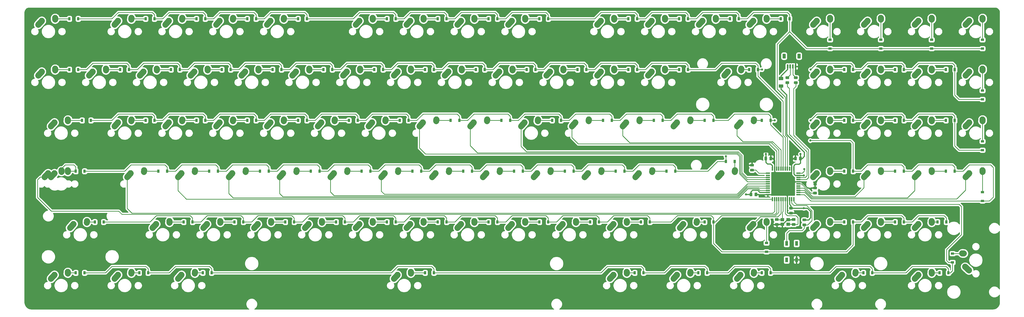
<source format=gbl>
G04 #@! TF.GenerationSoftware,KiCad,Pcbnew,(5.1.4)-1*
G04 #@! TF.CreationDate,2021-12-07T19:15:26-08:00*
G04 #@! TF.ProjectId,JKP,4a4b502e-6b69-4636-9164-5f7063625858,rev?*
G04 #@! TF.SameCoordinates,Original*
G04 #@! TF.FileFunction,Copper,L2,Bot*
G04 #@! TF.FilePolarity,Positive*
%FSLAX46Y46*%
G04 Gerber Fmt 4.6, Leading zero omitted, Abs format (unit mm)*
G04 Created by KiCad (PCBNEW (5.1.4)-1) date 2021-12-07 19:15:26*
%MOMM*%
%LPD*%
G04 APERTURE LIST*
%ADD10C,2.250000*%
%ADD11C,2.250000*%
%ADD12R,0.550000X1.500000*%
%ADD13R,1.500000X0.550000*%
%ADD14R,1.400000X1.200000*%
%ADD15R,1.100000X1.800000*%
%ADD16C,0.100000*%
%ADD17C,0.975000*%
%ADD18C,1.200000*%
%ADD19C,0.600000*%
%ADD20C,1.250000*%
%ADD21R,1.200000X0.900000*%
%ADD22R,0.900000X1.200000*%
%ADD23C,0.800000*%
%ADD24C,0.381000*%
%ADD25C,0.250000*%
%ADD26C,0.254000*%
G04 APERTURE END LIST*
D10*
X264200000Y4000000D03*
X263545001Y3270000D03*
D11*
X262890000Y2540000D02*
X264200002Y4000000D01*
D10*
X269240000Y5080000D03*
X269220000Y4790000D03*
D11*
X269200000Y4500000D02*
X269240000Y5080000D01*
D10*
X288012500Y-34100000D03*
X287357501Y-34830000D03*
D11*
X286702500Y-35560000D02*
X288012502Y-34100000D01*
D10*
X293052500Y-33020000D03*
X293032500Y-33310000D03*
D11*
X293012500Y-33600000D02*
X293052500Y-33020000D01*
D12*
X279431250Y-51450000D03*
X278631250Y-51450000D03*
X277831250Y-51450000D03*
X277031250Y-51450000D03*
X276231250Y-51450000D03*
X275431250Y-51450000D03*
X274631250Y-51450000D03*
X273831250Y-51450000D03*
X273031250Y-51450000D03*
X272231250Y-51450000D03*
X271431250Y-51450000D03*
D13*
X269731250Y-53150000D03*
X269731250Y-53950000D03*
X269731250Y-54750000D03*
X269731250Y-55550000D03*
X269731250Y-56350000D03*
X269731250Y-57150000D03*
X269731250Y-57950000D03*
X269731250Y-58750000D03*
X269731250Y-59550000D03*
X269731250Y-60350000D03*
X269731250Y-61150000D03*
D12*
X271431250Y-62850000D03*
X272231250Y-62850000D03*
X273031250Y-62850000D03*
X273831250Y-62850000D03*
X274631250Y-62850000D03*
X275431250Y-62850000D03*
X276231250Y-62850000D03*
X277031250Y-62850000D03*
X277831250Y-62850000D03*
X278631250Y-62850000D03*
X279431250Y-62850000D03*
D13*
X281131250Y-61150000D03*
X281131250Y-60350000D03*
X281131250Y-59550000D03*
X281131250Y-58750000D03*
X281131250Y-57950000D03*
X281131250Y-57150000D03*
X281131250Y-56350000D03*
X281131250Y-55550000D03*
X281131250Y-54750000D03*
X281131250Y-53950000D03*
X281131250Y-53150000D03*
D10*
X288012500Y-53150000D03*
X287357501Y-53880000D03*
D11*
X286702500Y-54610000D02*
X288012502Y-53150000D01*
D10*
X293052500Y-52070000D03*
X293032500Y-52360000D03*
D11*
X293012500Y-52650000D02*
X293052500Y-52070000D01*
D10*
X45125000Y4000000D03*
X44470001Y3270000D03*
D11*
X43815000Y2540000D02*
X45125002Y4000000D01*
D10*
X50165000Y5080000D03*
X50145000Y4790000D03*
D11*
X50125000Y4500000D02*
X50165000Y5080000D01*
D10*
X2262500Y-53150000D03*
X1607501Y-53880000D03*
D11*
X952500Y-54610000D02*
X2262502Y-53150000D01*
D10*
X7302500Y-52070000D03*
X7282500Y-52360000D03*
D11*
X7262500Y-52650000D02*
X7302500Y-52070000D01*
D10*
X297537500Y-91250000D03*
X296882501Y-91980000D03*
D11*
X296227500Y-92710000D02*
X297537502Y-91250000D01*
D10*
X302577500Y-90170000D03*
X302557500Y-90460000D03*
D11*
X302537500Y-90750000D02*
X302577500Y-90170000D01*
D14*
X275125000Y-72287500D03*
X277325000Y-72287500D03*
X277325000Y-70587500D03*
X275125000Y-70587500D03*
D15*
X280456250Y-79450000D03*
X276756250Y-85650000D03*
X276756250Y-79450000D03*
X280456250Y-85650000D03*
D16*
G36*
X264259142Y-51505174D02*
G01*
X264282803Y-51508684D01*
X264306007Y-51514496D01*
X264328529Y-51522554D01*
X264350153Y-51532782D01*
X264370670Y-51545079D01*
X264389883Y-51559329D01*
X264407607Y-51575393D01*
X264423671Y-51593117D01*
X264437921Y-51612330D01*
X264450218Y-51632847D01*
X264460446Y-51654471D01*
X264468504Y-51676993D01*
X264474316Y-51700197D01*
X264477826Y-51723858D01*
X264479000Y-51747750D01*
X264479000Y-52235250D01*
X264477826Y-52259142D01*
X264474316Y-52282803D01*
X264468504Y-52306007D01*
X264460446Y-52328529D01*
X264450218Y-52350153D01*
X264437921Y-52370670D01*
X264423671Y-52389883D01*
X264407607Y-52407607D01*
X264389883Y-52423671D01*
X264370670Y-52437921D01*
X264350153Y-52450218D01*
X264328529Y-52460446D01*
X264306007Y-52468504D01*
X264282803Y-52474316D01*
X264259142Y-52477826D01*
X264235250Y-52479000D01*
X263322750Y-52479000D01*
X263298858Y-52477826D01*
X263275197Y-52474316D01*
X263251993Y-52468504D01*
X263229471Y-52460446D01*
X263207847Y-52450218D01*
X263187330Y-52437921D01*
X263168117Y-52423671D01*
X263150393Y-52407607D01*
X263134329Y-52389883D01*
X263120079Y-52370670D01*
X263107782Y-52350153D01*
X263097554Y-52328529D01*
X263089496Y-52306007D01*
X263083684Y-52282803D01*
X263080174Y-52259142D01*
X263079000Y-52235250D01*
X263079000Y-51747750D01*
X263080174Y-51723858D01*
X263083684Y-51700197D01*
X263089496Y-51676993D01*
X263097554Y-51654471D01*
X263107782Y-51632847D01*
X263120079Y-51612330D01*
X263134329Y-51593117D01*
X263150393Y-51575393D01*
X263168117Y-51559329D01*
X263187330Y-51545079D01*
X263207847Y-51532782D01*
X263229471Y-51522554D01*
X263251993Y-51514496D01*
X263275197Y-51508684D01*
X263298858Y-51505174D01*
X263322750Y-51504000D01*
X264235250Y-51504000D01*
X264259142Y-51505174D01*
X264259142Y-51505174D01*
G37*
D17*
X263779000Y-51991500D03*
D16*
G36*
X264259142Y-49630174D02*
G01*
X264282803Y-49633684D01*
X264306007Y-49639496D01*
X264328529Y-49647554D01*
X264350153Y-49657782D01*
X264370670Y-49670079D01*
X264389883Y-49684329D01*
X264407607Y-49700393D01*
X264423671Y-49718117D01*
X264437921Y-49737330D01*
X264450218Y-49757847D01*
X264460446Y-49779471D01*
X264468504Y-49801993D01*
X264474316Y-49825197D01*
X264477826Y-49848858D01*
X264479000Y-49872750D01*
X264479000Y-50360250D01*
X264477826Y-50384142D01*
X264474316Y-50407803D01*
X264468504Y-50431007D01*
X264460446Y-50453529D01*
X264450218Y-50475153D01*
X264437921Y-50495670D01*
X264423671Y-50514883D01*
X264407607Y-50532607D01*
X264389883Y-50548671D01*
X264370670Y-50562921D01*
X264350153Y-50575218D01*
X264328529Y-50585446D01*
X264306007Y-50593504D01*
X264282803Y-50599316D01*
X264259142Y-50602826D01*
X264235250Y-50604000D01*
X263322750Y-50604000D01*
X263298858Y-50602826D01*
X263275197Y-50599316D01*
X263251993Y-50593504D01*
X263229471Y-50585446D01*
X263207847Y-50575218D01*
X263187330Y-50562921D01*
X263168117Y-50548671D01*
X263150393Y-50532607D01*
X263134329Y-50514883D01*
X263120079Y-50495670D01*
X263107782Y-50475153D01*
X263097554Y-50453529D01*
X263089496Y-50431007D01*
X263083684Y-50407803D01*
X263080174Y-50384142D01*
X263079000Y-50360250D01*
X263079000Y-49872750D01*
X263080174Y-49848858D01*
X263083684Y-49825197D01*
X263089496Y-49801993D01*
X263097554Y-49779471D01*
X263107782Y-49757847D01*
X263120079Y-49737330D01*
X263134329Y-49718117D01*
X263150393Y-49700393D01*
X263168117Y-49684329D01*
X263187330Y-49670079D01*
X263207847Y-49657782D01*
X263229471Y-49647554D01*
X263251993Y-49639496D01*
X263275197Y-49633684D01*
X263298858Y-49630174D01*
X263322750Y-49629000D01*
X264235250Y-49629000D01*
X264259142Y-49630174D01*
X264259142Y-49630174D01*
G37*
D17*
X263779000Y-50116500D03*
D16*
G36*
X283848892Y-72032424D02*
G01*
X283872553Y-72035934D01*
X283895757Y-72041746D01*
X283918279Y-72049804D01*
X283939903Y-72060032D01*
X283960420Y-72072329D01*
X283979633Y-72086579D01*
X283997357Y-72102643D01*
X284013421Y-72120367D01*
X284027671Y-72139580D01*
X284039968Y-72160097D01*
X284050196Y-72181721D01*
X284058254Y-72204243D01*
X284064066Y-72227447D01*
X284067576Y-72251108D01*
X284068750Y-72275000D01*
X284068750Y-72762500D01*
X284067576Y-72786392D01*
X284064066Y-72810053D01*
X284058254Y-72833257D01*
X284050196Y-72855779D01*
X284039968Y-72877403D01*
X284027671Y-72897920D01*
X284013421Y-72917133D01*
X283997357Y-72934857D01*
X283979633Y-72950921D01*
X283960420Y-72965171D01*
X283939903Y-72977468D01*
X283918279Y-72987696D01*
X283895757Y-72995754D01*
X283872553Y-73001566D01*
X283848892Y-73005076D01*
X283825000Y-73006250D01*
X282912500Y-73006250D01*
X282888608Y-73005076D01*
X282864947Y-73001566D01*
X282841743Y-72995754D01*
X282819221Y-72987696D01*
X282797597Y-72977468D01*
X282777080Y-72965171D01*
X282757867Y-72950921D01*
X282740143Y-72934857D01*
X282724079Y-72917133D01*
X282709829Y-72897920D01*
X282697532Y-72877403D01*
X282687304Y-72855779D01*
X282679246Y-72833257D01*
X282673434Y-72810053D01*
X282669924Y-72786392D01*
X282668750Y-72762500D01*
X282668750Y-72275000D01*
X282669924Y-72251108D01*
X282673434Y-72227447D01*
X282679246Y-72204243D01*
X282687304Y-72181721D01*
X282697532Y-72160097D01*
X282709829Y-72139580D01*
X282724079Y-72120367D01*
X282740143Y-72102643D01*
X282757867Y-72086579D01*
X282777080Y-72072329D01*
X282797597Y-72060032D01*
X282819221Y-72049804D01*
X282841743Y-72041746D01*
X282864947Y-72035934D01*
X282888608Y-72032424D01*
X282912500Y-72031250D01*
X283825000Y-72031250D01*
X283848892Y-72032424D01*
X283848892Y-72032424D01*
G37*
D17*
X283368750Y-72518750D03*
D16*
G36*
X283848892Y-70157424D02*
G01*
X283872553Y-70160934D01*
X283895757Y-70166746D01*
X283918279Y-70174804D01*
X283939903Y-70185032D01*
X283960420Y-70197329D01*
X283979633Y-70211579D01*
X283997357Y-70227643D01*
X284013421Y-70245367D01*
X284027671Y-70264580D01*
X284039968Y-70285097D01*
X284050196Y-70306721D01*
X284058254Y-70329243D01*
X284064066Y-70352447D01*
X284067576Y-70376108D01*
X284068750Y-70400000D01*
X284068750Y-70887500D01*
X284067576Y-70911392D01*
X284064066Y-70935053D01*
X284058254Y-70958257D01*
X284050196Y-70980779D01*
X284039968Y-71002403D01*
X284027671Y-71022920D01*
X284013421Y-71042133D01*
X283997357Y-71059857D01*
X283979633Y-71075921D01*
X283960420Y-71090171D01*
X283939903Y-71102468D01*
X283918279Y-71112696D01*
X283895757Y-71120754D01*
X283872553Y-71126566D01*
X283848892Y-71130076D01*
X283825000Y-71131250D01*
X282912500Y-71131250D01*
X282888608Y-71130076D01*
X282864947Y-71126566D01*
X282841743Y-71120754D01*
X282819221Y-71112696D01*
X282797597Y-71102468D01*
X282777080Y-71090171D01*
X282757867Y-71075921D01*
X282740143Y-71059857D01*
X282724079Y-71042133D01*
X282709829Y-71022920D01*
X282697532Y-71002403D01*
X282687304Y-70980779D01*
X282679246Y-70958257D01*
X282673434Y-70935053D01*
X282669924Y-70911392D01*
X282668750Y-70887500D01*
X282668750Y-70400000D01*
X282669924Y-70376108D01*
X282673434Y-70352447D01*
X282679246Y-70329243D01*
X282687304Y-70306721D01*
X282697532Y-70285097D01*
X282709829Y-70264580D01*
X282724079Y-70245367D01*
X282740143Y-70227643D01*
X282757867Y-70211579D01*
X282777080Y-70197329D01*
X282797597Y-70185032D01*
X282819221Y-70174804D01*
X282841743Y-70166746D01*
X282864947Y-70160934D01*
X282888608Y-70157424D01*
X282912500Y-70156250D01*
X283825000Y-70156250D01*
X283848892Y-70157424D01*
X283848892Y-70157424D01*
G37*
D17*
X283368750Y-70643750D03*
D16*
G36*
X280673892Y-16832424D02*
G01*
X280697553Y-16835934D01*
X280720757Y-16841746D01*
X280743279Y-16849804D01*
X280764903Y-16860032D01*
X280785420Y-16872329D01*
X280804633Y-16886579D01*
X280822357Y-16902643D01*
X280838421Y-16920367D01*
X280852671Y-16939580D01*
X280864968Y-16960097D01*
X280875196Y-16981721D01*
X280883254Y-17004243D01*
X280889066Y-17027447D01*
X280892576Y-17051108D01*
X280893750Y-17075000D01*
X280893750Y-17562500D01*
X280892576Y-17586392D01*
X280889066Y-17610053D01*
X280883254Y-17633257D01*
X280875196Y-17655779D01*
X280864968Y-17677403D01*
X280852671Y-17697920D01*
X280838421Y-17717133D01*
X280822357Y-17734857D01*
X280804633Y-17750921D01*
X280785420Y-17765171D01*
X280764903Y-17777468D01*
X280743279Y-17787696D01*
X280720757Y-17795754D01*
X280697553Y-17801566D01*
X280673892Y-17805076D01*
X280650000Y-17806250D01*
X279737500Y-17806250D01*
X279713608Y-17805076D01*
X279689947Y-17801566D01*
X279666743Y-17795754D01*
X279644221Y-17787696D01*
X279622597Y-17777468D01*
X279602080Y-17765171D01*
X279582867Y-17750921D01*
X279565143Y-17734857D01*
X279549079Y-17717133D01*
X279534829Y-17697920D01*
X279522532Y-17677403D01*
X279512304Y-17655779D01*
X279504246Y-17633257D01*
X279498434Y-17610053D01*
X279494924Y-17586392D01*
X279493750Y-17562500D01*
X279493750Y-17075000D01*
X279494924Y-17051108D01*
X279498434Y-17027447D01*
X279504246Y-17004243D01*
X279512304Y-16981721D01*
X279522532Y-16960097D01*
X279534829Y-16939580D01*
X279549079Y-16920367D01*
X279565143Y-16902643D01*
X279582867Y-16886579D01*
X279602080Y-16872329D01*
X279622597Y-16860032D01*
X279644221Y-16849804D01*
X279666743Y-16841746D01*
X279689947Y-16835934D01*
X279713608Y-16832424D01*
X279737500Y-16831250D01*
X280650000Y-16831250D01*
X280673892Y-16832424D01*
X280673892Y-16832424D01*
G37*
D17*
X280193750Y-17318750D03*
D16*
G36*
X280673892Y-18707424D02*
G01*
X280697553Y-18710934D01*
X280720757Y-18716746D01*
X280743279Y-18724804D01*
X280764903Y-18735032D01*
X280785420Y-18747329D01*
X280804633Y-18761579D01*
X280822357Y-18777643D01*
X280838421Y-18795367D01*
X280852671Y-18814580D01*
X280864968Y-18835097D01*
X280875196Y-18856721D01*
X280883254Y-18879243D01*
X280889066Y-18902447D01*
X280892576Y-18926108D01*
X280893750Y-18950000D01*
X280893750Y-19437500D01*
X280892576Y-19461392D01*
X280889066Y-19485053D01*
X280883254Y-19508257D01*
X280875196Y-19530779D01*
X280864968Y-19552403D01*
X280852671Y-19572920D01*
X280838421Y-19592133D01*
X280822357Y-19609857D01*
X280804633Y-19625921D01*
X280785420Y-19640171D01*
X280764903Y-19652468D01*
X280743279Y-19662696D01*
X280720757Y-19670754D01*
X280697553Y-19676566D01*
X280673892Y-19680076D01*
X280650000Y-19681250D01*
X279737500Y-19681250D01*
X279713608Y-19680076D01*
X279689947Y-19676566D01*
X279666743Y-19670754D01*
X279644221Y-19662696D01*
X279622597Y-19652468D01*
X279602080Y-19640171D01*
X279582867Y-19625921D01*
X279565143Y-19609857D01*
X279549079Y-19592133D01*
X279534829Y-19572920D01*
X279522532Y-19552403D01*
X279512304Y-19530779D01*
X279504246Y-19508257D01*
X279498434Y-19485053D01*
X279494924Y-19461392D01*
X279493750Y-19437500D01*
X279493750Y-18950000D01*
X279494924Y-18926108D01*
X279498434Y-18902447D01*
X279504246Y-18879243D01*
X279512304Y-18856721D01*
X279522532Y-18835097D01*
X279534829Y-18814580D01*
X279549079Y-18795367D01*
X279565143Y-18777643D01*
X279582867Y-18761579D01*
X279602080Y-18747329D01*
X279622597Y-18735032D01*
X279644221Y-18724804D01*
X279666743Y-18716746D01*
X279689947Y-18710934D01*
X279713608Y-18707424D01*
X279737500Y-18706250D01*
X280650000Y-18706250D01*
X280673892Y-18707424D01*
X280673892Y-18707424D01*
G37*
D17*
X280193750Y-19193750D03*
D16*
G36*
X277498892Y-16832424D02*
G01*
X277522553Y-16835934D01*
X277545757Y-16841746D01*
X277568279Y-16849804D01*
X277589903Y-16860032D01*
X277610420Y-16872329D01*
X277629633Y-16886579D01*
X277647357Y-16902643D01*
X277663421Y-16920367D01*
X277677671Y-16939580D01*
X277689968Y-16960097D01*
X277700196Y-16981721D01*
X277708254Y-17004243D01*
X277714066Y-17027447D01*
X277717576Y-17051108D01*
X277718750Y-17075000D01*
X277718750Y-17562500D01*
X277717576Y-17586392D01*
X277714066Y-17610053D01*
X277708254Y-17633257D01*
X277700196Y-17655779D01*
X277689968Y-17677403D01*
X277677671Y-17697920D01*
X277663421Y-17717133D01*
X277647357Y-17734857D01*
X277629633Y-17750921D01*
X277610420Y-17765171D01*
X277589903Y-17777468D01*
X277568279Y-17787696D01*
X277545757Y-17795754D01*
X277522553Y-17801566D01*
X277498892Y-17805076D01*
X277475000Y-17806250D01*
X276562500Y-17806250D01*
X276538608Y-17805076D01*
X276514947Y-17801566D01*
X276491743Y-17795754D01*
X276469221Y-17787696D01*
X276447597Y-17777468D01*
X276427080Y-17765171D01*
X276407867Y-17750921D01*
X276390143Y-17734857D01*
X276374079Y-17717133D01*
X276359829Y-17697920D01*
X276347532Y-17677403D01*
X276337304Y-17655779D01*
X276329246Y-17633257D01*
X276323434Y-17610053D01*
X276319924Y-17586392D01*
X276318750Y-17562500D01*
X276318750Y-17075000D01*
X276319924Y-17051108D01*
X276323434Y-17027447D01*
X276329246Y-17004243D01*
X276337304Y-16981721D01*
X276347532Y-16960097D01*
X276359829Y-16939580D01*
X276374079Y-16920367D01*
X276390143Y-16902643D01*
X276407867Y-16886579D01*
X276427080Y-16872329D01*
X276447597Y-16860032D01*
X276469221Y-16849804D01*
X276491743Y-16841746D01*
X276514947Y-16835934D01*
X276538608Y-16832424D01*
X276562500Y-16831250D01*
X277475000Y-16831250D01*
X277498892Y-16832424D01*
X277498892Y-16832424D01*
G37*
D17*
X277018750Y-17318750D03*
D16*
G36*
X277498892Y-18707424D02*
G01*
X277522553Y-18710934D01*
X277545757Y-18716746D01*
X277568279Y-18724804D01*
X277589903Y-18735032D01*
X277610420Y-18747329D01*
X277629633Y-18761579D01*
X277647357Y-18777643D01*
X277663421Y-18795367D01*
X277677671Y-18814580D01*
X277689968Y-18835097D01*
X277700196Y-18856721D01*
X277708254Y-18879243D01*
X277714066Y-18902447D01*
X277717576Y-18926108D01*
X277718750Y-18950000D01*
X277718750Y-19437500D01*
X277717576Y-19461392D01*
X277714066Y-19485053D01*
X277708254Y-19508257D01*
X277700196Y-19530779D01*
X277689968Y-19552403D01*
X277677671Y-19572920D01*
X277663421Y-19592133D01*
X277647357Y-19609857D01*
X277629633Y-19625921D01*
X277610420Y-19640171D01*
X277589903Y-19652468D01*
X277568279Y-19662696D01*
X277545757Y-19670754D01*
X277522553Y-19676566D01*
X277498892Y-19680076D01*
X277475000Y-19681250D01*
X276562500Y-19681250D01*
X276538608Y-19680076D01*
X276514947Y-19676566D01*
X276491743Y-19670754D01*
X276469221Y-19662696D01*
X276447597Y-19652468D01*
X276427080Y-19640171D01*
X276407867Y-19625921D01*
X276390143Y-19609857D01*
X276374079Y-19592133D01*
X276359829Y-19572920D01*
X276347532Y-19552403D01*
X276337304Y-19530779D01*
X276329246Y-19508257D01*
X276323434Y-19485053D01*
X276319924Y-19461392D01*
X276318750Y-19437500D01*
X276318750Y-18950000D01*
X276319924Y-18926108D01*
X276323434Y-18902447D01*
X276329246Y-18879243D01*
X276337304Y-18856721D01*
X276347532Y-18835097D01*
X276359829Y-18814580D01*
X276374079Y-18795367D01*
X276390143Y-18777643D01*
X276407867Y-18761579D01*
X276427080Y-18747329D01*
X276447597Y-18735032D01*
X276469221Y-18724804D01*
X276491743Y-18716746D01*
X276514947Y-18710934D01*
X276538608Y-18707424D01*
X276562500Y-18706250D01*
X277475000Y-18706250D01*
X277498892Y-18707424D01*
X277498892Y-18707424D01*
G37*
D17*
X277018750Y-19193750D03*
D10*
X343662500Y-88225000D03*
X344392500Y-88879999D03*
D11*
X345122500Y-89535000D02*
X343662500Y-88224998D01*
D10*
X342582500Y-83185000D03*
X342872500Y-83205000D03*
D11*
X343162500Y-83225000D02*
X342582500Y-83185000D01*
D10*
X345162500Y-53150000D03*
X344507501Y-53880000D03*
D11*
X343852500Y-54610000D02*
X345162502Y-53150000D01*
D10*
X350202500Y-52070000D03*
X350182500Y-52360000D03*
D11*
X350162500Y-52650000D02*
X350202500Y-52070000D01*
D10*
X345162500Y-34100000D03*
X344507501Y-34830000D03*
D11*
X343852500Y-35560000D02*
X345162502Y-34100000D01*
D10*
X350202500Y-33020000D03*
X350182500Y-33310000D03*
D11*
X350162500Y-33600000D02*
X350202500Y-33020000D01*
D10*
X345162500Y-15050000D03*
X344507501Y-15780000D03*
D11*
X343852500Y-16510000D02*
X345162502Y-15050000D01*
D10*
X350202500Y-13970000D03*
X350182500Y-14260000D03*
D11*
X350162500Y-14550000D02*
X350202500Y-13970000D01*
D10*
X345162500Y4000000D03*
X344507501Y3270000D03*
D11*
X343852500Y2540000D02*
X345162502Y4000000D01*
D10*
X350202500Y5080000D03*
X350182777Y4789981D03*
D11*
X350162500Y4500000D02*
X350203054Y5079962D01*
D10*
X326112500Y-91250000D03*
X325457501Y-91980000D03*
D11*
X324802500Y-92710000D02*
X326112502Y-91250000D01*
D10*
X331152500Y-90170000D03*
X331132500Y-90460000D03*
D11*
X331112500Y-90750000D02*
X331152500Y-90170000D01*
D10*
X326112500Y-72200000D03*
X325457501Y-72930000D03*
D11*
X324802500Y-73660000D02*
X326112502Y-72200000D01*
D10*
X331152500Y-71120000D03*
X331132500Y-71410000D03*
D11*
X331112500Y-71700000D02*
X331152500Y-71120000D01*
D10*
X326112500Y-53150000D03*
X325457501Y-53880000D03*
D11*
X324802500Y-54610000D02*
X326112502Y-53150000D01*
D10*
X331152500Y-52070000D03*
X331132500Y-52360000D03*
D11*
X331112500Y-52650000D02*
X331152500Y-52070000D01*
D10*
X326112500Y-34100000D03*
X325457501Y-34830000D03*
D11*
X324802500Y-35560000D02*
X326112502Y-34100000D01*
D10*
X331152500Y-33020000D03*
X331132500Y-33310000D03*
D11*
X331112500Y-33600000D02*
X331152500Y-33020000D01*
D10*
X326112500Y-15050000D03*
X325457501Y-15780000D03*
D11*
X324802500Y-16510000D02*
X326112502Y-15050000D01*
D10*
X331152500Y-13970000D03*
X331132500Y-14260000D03*
D11*
X331112500Y-14550000D02*
X331152500Y-13970000D01*
D10*
X326112500Y4000000D03*
X325457501Y3270000D03*
D11*
X324802500Y2540000D02*
X326112502Y4000000D01*
D10*
X331152500Y5080000D03*
X331132777Y4789981D03*
D11*
X331112500Y4500000D02*
X331153054Y5079962D01*
D10*
X307062500Y-72200000D03*
X306407501Y-72930000D03*
D11*
X305752500Y-73660000D02*
X307062502Y-72200000D01*
D10*
X312102500Y-71120000D03*
X312082500Y-71410000D03*
D11*
X312062500Y-71700000D02*
X312102500Y-71120000D01*
D10*
X307062500Y-53150000D03*
X306407501Y-53880000D03*
D11*
X305752500Y-54610000D02*
X307062502Y-53150000D01*
D10*
X312102500Y-52070000D03*
X312082500Y-52360000D03*
D11*
X312062500Y-52650000D02*
X312102500Y-52070000D01*
D10*
X307062500Y-34100000D03*
X306407501Y-34830000D03*
D11*
X305752500Y-35560000D02*
X307062502Y-34100000D01*
D10*
X312102500Y-33020000D03*
X312082500Y-33310000D03*
D11*
X312062500Y-33600000D02*
X312102500Y-33020000D01*
D10*
X307062500Y-15050000D03*
X306407501Y-15780000D03*
D11*
X305752500Y-16510000D02*
X307062502Y-15050000D01*
D10*
X312102500Y-13970000D03*
X312082500Y-14260000D03*
D11*
X312062500Y-14550000D02*
X312102500Y-13970000D01*
D10*
X307062500Y4000000D03*
X306407501Y3270000D03*
D11*
X305752500Y2540000D02*
X307062502Y4000000D01*
D10*
X312102500Y5080000D03*
X312082777Y4789981D03*
D11*
X312062500Y4500000D02*
X312103054Y5079962D01*
D10*
X288012500Y-72200000D03*
X287357501Y-72930000D03*
D11*
X286702500Y-73660000D02*
X288012502Y-72200000D01*
D10*
X293052500Y-71120000D03*
X293032500Y-71410000D03*
D11*
X293012500Y-71700000D02*
X293052500Y-71120000D01*
D10*
X288012500Y-15050000D03*
X287357501Y-15780000D03*
D11*
X286702500Y-16510000D02*
X288012502Y-15050000D01*
D10*
X293052500Y-13970000D03*
X293032500Y-14260000D03*
D11*
X293012500Y-14550000D02*
X293052500Y-13970000D01*
D10*
X288012500Y4000000D03*
X287357501Y3270000D03*
D11*
X286702500Y2540000D02*
X288012502Y4000000D01*
D10*
X293052500Y5080000D03*
X293032777Y4789981D03*
D11*
X293012500Y4500000D02*
X293053054Y5079962D01*
D10*
X259437500Y-34100000D03*
X258782501Y-34830000D03*
D11*
X258127500Y-35560000D02*
X259437502Y-34100000D01*
D10*
X264477500Y-33020000D03*
X264457500Y-33310000D03*
D11*
X264437500Y-33600000D02*
X264477500Y-33020000D01*
D10*
X254675000Y-15050000D03*
X254020001Y-15780000D03*
D11*
X253365000Y-16510000D02*
X254675002Y-15050000D01*
D10*
X259715000Y-13970000D03*
X259695000Y-14260000D03*
D11*
X259675000Y-14550000D02*
X259715000Y-13970000D01*
D10*
X259437500Y-91250000D03*
X258782501Y-91980000D03*
D11*
X258127500Y-92710000D02*
X259437502Y-91250000D01*
D10*
X264477500Y-90170000D03*
X264457500Y-90460000D03*
D11*
X264437500Y-90750000D02*
X264477500Y-90170000D01*
D10*
X264200000Y-72200000D03*
X263545001Y-72930000D03*
D11*
X262890000Y-73660000D02*
X264200002Y-72200000D01*
D10*
X269240000Y-71120000D03*
X269220277Y-71410019D03*
D11*
X269200000Y-71700000D02*
X269240554Y-71120038D01*
D10*
X252293750Y-53150000D03*
X251638751Y-53880000D03*
D11*
X250983750Y-54610000D02*
X252293752Y-53150000D01*
D10*
X257333750Y-52070000D03*
X257314027Y-52360019D03*
D11*
X257293750Y-52650000D02*
X257334304Y-52070038D01*
D10*
X235625000Y-34100000D03*
X234970001Y-34830000D03*
D11*
X234315000Y-35560000D02*
X235625002Y-34100000D01*
D10*
X240665000Y-33020000D03*
X240645000Y-33310000D03*
D11*
X240625000Y-33600000D02*
X240665000Y-33020000D01*
D10*
X226100000Y-15050000D03*
X225445001Y-15780000D03*
D11*
X224790000Y-16510000D02*
X226100002Y-15050000D01*
D10*
X231140000Y-13970000D03*
X231120000Y-14260000D03*
D11*
X231100000Y-14550000D02*
X231140000Y-13970000D01*
D10*
X235625000Y-91250000D03*
X234970001Y-91980000D03*
D11*
X234315000Y-92710000D02*
X235625002Y-91250000D01*
D10*
X240665000Y-90170000D03*
X240645000Y-90460000D03*
D11*
X240625000Y-90750000D02*
X240665000Y-90170000D01*
D10*
X238006250Y-72200000D03*
X237351251Y-72930000D03*
D11*
X236696250Y-73660000D02*
X238006252Y-72200000D01*
D10*
X243046250Y-71120000D03*
X243026250Y-71410000D03*
D11*
X243006250Y-71700000D02*
X243046250Y-71120000D01*
D10*
X221337500Y-53150000D03*
X220682501Y-53880000D03*
D11*
X220027500Y-54610000D02*
X221337502Y-53150000D01*
D10*
X226377500Y-52070000D03*
X226357500Y-52360000D03*
D11*
X226337500Y-52650000D02*
X226377500Y-52070000D01*
D10*
X216575000Y-34100000D03*
X215920001Y-34830000D03*
D11*
X215265000Y-35560000D02*
X216575002Y-34100000D01*
D10*
X221615000Y-33020000D03*
X221595000Y-33310000D03*
D11*
X221575000Y-33600000D02*
X221615000Y-33020000D01*
D10*
X207050000Y-15050000D03*
X206395001Y-15780000D03*
D11*
X205740000Y-16510000D02*
X207050002Y-15050000D01*
D10*
X212090000Y-13970000D03*
X212070000Y-14260000D03*
D11*
X212050000Y-14550000D02*
X212090000Y-13970000D01*
D10*
X245150000Y4000000D03*
X244495001Y3270000D03*
D11*
X243840000Y2540000D02*
X245150002Y4000000D01*
D10*
X250190000Y5080000D03*
X250170000Y4790000D03*
D11*
X250150000Y4500000D02*
X250190000Y5080000D01*
D10*
X211812500Y-91250000D03*
X211157501Y-91980000D03*
D11*
X210502500Y-92710000D02*
X211812502Y-91250000D01*
D10*
X216852500Y-90170000D03*
X216832500Y-90460000D03*
D11*
X216812500Y-90750000D02*
X216852500Y-90170000D01*
D10*
X211812500Y-72200000D03*
X211157501Y-72930000D03*
D11*
X210502500Y-73660000D02*
X211812502Y-72200000D01*
D10*
X216852500Y-71120000D03*
X216832500Y-71410000D03*
D11*
X216812500Y-71700000D02*
X216852500Y-71120000D01*
D10*
X202287500Y-53150000D03*
X201632501Y-53880000D03*
D11*
X200977500Y-54610000D02*
X202287502Y-53150000D01*
D10*
X207327500Y-52070000D03*
X207307500Y-52360000D03*
D11*
X207287500Y-52650000D02*
X207327500Y-52070000D01*
D10*
X197525000Y-34100000D03*
X196870001Y-34830000D03*
D11*
X196215000Y-35560000D02*
X197525002Y-34100000D01*
D10*
X202565000Y-33020000D03*
X202545000Y-33310000D03*
D11*
X202525000Y-33600000D02*
X202565000Y-33020000D01*
D10*
X188000000Y-15050000D03*
X187345001Y-15780000D03*
D11*
X186690000Y-16510000D02*
X188000002Y-15050000D01*
D10*
X193040000Y-13970000D03*
X193020000Y-14260000D03*
D11*
X193000000Y-14550000D02*
X193040000Y-13970000D01*
D10*
X226100000Y4000000D03*
X225445001Y3270000D03*
D11*
X224790000Y2540000D02*
X226100002Y4000000D01*
D10*
X231140000Y5080000D03*
X231120000Y4790000D03*
D11*
X231100000Y4500000D02*
X231140000Y5080000D01*
D10*
X192762500Y-72200000D03*
X192107501Y-72930000D03*
D11*
X191452500Y-73660000D02*
X192762502Y-72200000D01*
D10*
X197802500Y-71120000D03*
X197782500Y-71410000D03*
D11*
X197762500Y-71700000D02*
X197802500Y-71120000D01*
D10*
X183237500Y-53150000D03*
X182582501Y-53880000D03*
D11*
X181927500Y-54610000D02*
X183237502Y-53150000D01*
D10*
X188277500Y-52070000D03*
X188257500Y-52360000D03*
D11*
X188237500Y-52650000D02*
X188277500Y-52070000D01*
D10*
X178475000Y-34100000D03*
X177820001Y-34830000D03*
D11*
X177165000Y-35560000D02*
X178475002Y-34100000D01*
D10*
X183515000Y-33020000D03*
X183495000Y-33310000D03*
D11*
X183475000Y-33600000D02*
X183515000Y-33020000D01*
D10*
X168950000Y-15050000D03*
X168295001Y-15780000D03*
D11*
X167640000Y-16510000D02*
X168950002Y-15050000D01*
D10*
X173990000Y-13970000D03*
X173970000Y-14260000D03*
D11*
X173950000Y-14550000D02*
X173990000Y-13970000D01*
D10*
X207050000Y4000000D03*
X206395001Y3270000D03*
D11*
X205740000Y2540000D02*
X207050002Y4000000D01*
D10*
X212090000Y5080000D03*
X212070000Y4790000D03*
D11*
X212050000Y4500000D02*
X212090000Y5080000D01*
D10*
X173712500Y-72200000D03*
X173057501Y-72930000D03*
D11*
X172402500Y-73660000D02*
X173712502Y-72200000D01*
D10*
X178752500Y-71120000D03*
X178732500Y-71410000D03*
D11*
X178712500Y-71700000D02*
X178752500Y-71120000D01*
D10*
X164187500Y-53150000D03*
X163532501Y-53880000D03*
D11*
X162877500Y-54610000D02*
X164187502Y-53150000D01*
D10*
X169227500Y-52070000D03*
X169207500Y-52360000D03*
D11*
X169187500Y-52650000D02*
X169227500Y-52070000D01*
D10*
X159425000Y-34100000D03*
X158770001Y-34830000D03*
D11*
X158115000Y-35560000D02*
X159425002Y-34100000D01*
D10*
X164465000Y-33020000D03*
X164445000Y-33310000D03*
D11*
X164425000Y-33600000D02*
X164465000Y-33020000D01*
D10*
X149900000Y-15050000D03*
X149245001Y-15780000D03*
D11*
X148590000Y-16510000D02*
X149900002Y-15050000D01*
D10*
X154940000Y-13970000D03*
X154920000Y-14260000D03*
D11*
X154900000Y-14550000D02*
X154940000Y-13970000D01*
D10*
X173712500Y4000000D03*
X173057501Y3270000D03*
D11*
X172402500Y2540000D02*
X173712502Y4000000D01*
D10*
X178752500Y5080000D03*
X178732500Y4790000D03*
D11*
X178712500Y4500000D02*
X178752500Y5080000D01*
D10*
X154662500Y-72200000D03*
X154007501Y-72930000D03*
D11*
X153352500Y-73660000D02*
X154662502Y-72200000D01*
D10*
X159702500Y-71120000D03*
X159682500Y-71410000D03*
D11*
X159662500Y-71700000D02*
X159702500Y-71120000D01*
D10*
X145137500Y-53150000D03*
X144482501Y-53880000D03*
D11*
X143827500Y-54610000D02*
X145137502Y-53150000D01*
D10*
X150177500Y-52070000D03*
X150157500Y-52360000D03*
D11*
X150137500Y-52650000D02*
X150177500Y-52070000D01*
D10*
X140375000Y-34100000D03*
X139720001Y-34830000D03*
D11*
X139065000Y-35560000D02*
X140375002Y-34100000D01*
D10*
X145415000Y-33020000D03*
X145395000Y-33310000D03*
D11*
X145375000Y-33600000D02*
X145415000Y-33020000D01*
D10*
X130850000Y-15050000D03*
X130195001Y-15780000D03*
D11*
X129540000Y-16510000D02*
X130850002Y-15050000D01*
D10*
X135890000Y-13970000D03*
X135870000Y-14260000D03*
D11*
X135850000Y-14550000D02*
X135890000Y-13970000D01*
D10*
X154662500Y4000000D03*
X154007501Y3270000D03*
D11*
X153352500Y2540000D02*
X154662502Y4000000D01*
D10*
X159702500Y5080000D03*
X159682500Y4790000D03*
D11*
X159662500Y4500000D02*
X159702500Y5080000D01*
D10*
X130850000Y-91250000D03*
X130195001Y-91980000D03*
D11*
X129540000Y-92710000D02*
X130850002Y-91250000D01*
D10*
X135890000Y-90170000D03*
X135870000Y-90460000D03*
D11*
X135850000Y-90750000D02*
X135890000Y-90170000D01*
D10*
X135612500Y-72200000D03*
X134957501Y-72930000D03*
D11*
X134302500Y-73660000D02*
X135612502Y-72200000D01*
D10*
X140652500Y-71120000D03*
X140632500Y-71410000D03*
D11*
X140612500Y-71700000D02*
X140652500Y-71120000D01*
D10*
X126087500Y-53150000D03*
X125432501Y-53880000D03*
D11*
X124777500Y-54610000D02*
X126087502Y-53150000D01*
D10*
X131127500Y-52070000D03*
X131107500Y-52360000D03*
D11*
X131087500Y-52650000D02*
X131127500Y-52070000D01*
D10*
X121325000Y-34100000D03*
X120670001Y-34830000D03*
D11*
X120015000Y-35560000D02*
X121325002Y-34100000D01*
D10*
X126365000Y-33020000D03*
X126345000Y-33310000D03*
D11*
X126325000Y-33600000D02*
X126365000Y-33020000D01*
D10*
X111800000Y-15050000D03*
X111145001Y-15780000D03*
D11*
X110490000Y-16510000D02*
X111800002Y-15050000D01*
D10*
X116840000Y-13970000D03*
X116820000Y-14260000D03*
D11*
X116800000Y-14550000D02*
X116840000Y-13970000D01*
D10*
X135612500Y4000000D03*
X134957501Y3270000D03*
D11*
X134302500Y2540000D02*
X135612502Y4000000D01*
D10*
X140652500Y5080000D03*
X140632500Y4790000D03*
D11*
X140612500Y4500000D02*
X140652500Y5080000D01*
D10*
X116562500Y-72200000D03*
X115907501Y-72930000D03*
D11*
X115252500Y-73660000D02*
X116562502Y-72200000D01*
D10*
X121602500Y-71120000D03*
X121582500Y-71410000D03*
D11*
X121562500Y-71700000D02*
X121602500Y-71120000D01*
D10*
X107037500Y-53150000D03*
X106382501Y-53880000D03*
D11*
X105727500Y-54610000D02*
X107037502Y-53150000D01*
D10*
X112077500Y-52070000D03*
X112057500Y-52360000D03*
D11*
X112037500Y-52650000D02*
X112077500Y-52070000D01*
D10*
X102275000Y-34100000D03*
X101620001Y-34830000D03*
D11*
X100965000Y-35560000D02*
X102275002Y-34100000D01*
D10*
X107315000Y-33020000D03*
X107295000Y-33310000D03*
D11*
X107275000Y-33600000D02*
X107315000Y-33020000D01*
D10*
X92750000Y-15050000D03*
X92095001Y-15780000D03*
D11*
X91440000Y-16510000D02*
X92750002Y-15050000D01*
D10*
X97790000Y-13970000D03*
X97770000Y-14260000D03*
D11*
X97750000Y-14550000D02*
X97790000Y-13970000D01*
D10*
X116562500Y4000000D03*
X115907501Y3270000D03*
D11*
X115252500Y2540000D02*
X116562502Y4000000D01*
D10*
X121602500Y5080000D03*
X121582500Y4790000D03*
D11*
X121562500Y4500000D02*
X121602500Y5080000D01*
D10*
X97512500Y-72200000D03*
X96857501Y-72930000D03*
D11*
X96202500Y-73660000D02*
X97512502Y-72200000D01*
D10*
X102552500Y-71120000D03*
X102532500Y-71410000D03*
D11*
X102512500Y-71700000D02*
X102552500Y-71120000D01*
D10*
X87987500Y-53150000D03*
X87332501Y-53880000D03*
D11*
X86677500Y-54610000D02*
X87987502Y-53150000D01*
D10*
X93027500Y-52070000D03*
X93007500Y-52360000D03*
D11*
X92987500Y-52650000D02*
X93027500Y-52070000D01*
D10*
X83225000Y-34100000D03*
X82570001Y-34830000D03*
D11*
X81915000Y-35560000D02*
X83225002Y-34100000D01*
D10*
X88265000Y-33020000D03*
X88245000Y-33310000D03*
D11*
X88225000Y-33600000D02*
X88265000Y-33020000D01*
D10*
X73700000Y-15050000D03*
X73045001Y-15780000D03*
D11*
X72390000Y-16510000D02*
X73700002Y-15050000D01*
D10*
X78740000Y-13970000D03*
X78720000Y-14260000D03*
D11*
X78700000Y-14550000D02*
X78740000Y-13970000D01*
D10*
X83225000Y4000000D03*
X82570001Y3270000D03*
D11*
X81915000Y2540000D02*
X83225002Y4000000D01*
D10*
X88265000Y5080000D03*
X88245000Y4790000D03*
D11*
X88225000Y4500000D02*
X88265000Y5080000D01*
D10*
X78462500Y-72200000D03*
X77807501Y-72930000D03*
D11*
X77152500Y-73660000D02*
X78462502Y-72200000D01*
D10*
X83502500Y-71120000D03*
X83482500Y-71410000D03*
D11*
X83462500Y-71700000D02*
X83502500Y-71120000D01*
D10*
X68937500Y-53150000D03*
X68282501Y-53880000D03*
D11*
X67627500Y-54610000D02*
X68937502Y-53150000D01*
D10*
X73977500Y-52070000D03*
X73957500Y-52360000D03*
D11*
X73937500Y-52650000D02*
X73977500Y-52070000D01*
D10*
X64175000Y-34100000D03*
X63520001Y-34830000D03*
D11*
X62865000Y-35560000D02*
X64175002Y-34100000D01*
D10*
X69215000Y-33020000D03*
X69195000Y-33310000D03*
D11*
X69175000Y-33600000D02*
X69215000Y-33020000D01*
D10*
X54650000Y-15050000D03*
X53995001Y-15780000D03*
D11*
X53340000Y-16510000D02*
X54650002Y-15050000D01*
D10*
X59690000Y-13970000D03*
X59670000Y-14260000D03*
D11*
X59650000Y-14550000D02*
X59690000Y-13970000D01*
D10*
X64175000Y4000000D03*
X63520001Y3270000D03*
D11*
X62865000Y2540000D02*
X64175002Y4000000D01*
D10*
X69215000Y5080000D03*
X69195000Y4790000D03*
D11*
X69175000Y4500000D02*
X69215000Y5080000D01*
D10*
X49887500Y-91250000D03*
X49232501Y-91980000D03*
D11*
X48577500Y-92710000D02*
X49887502Y-91250000D01*
D10*
X54927500Y-90170000D03*
X54907500Y-90460000D03*
D11*
X54887500Y-90750000D02*
X54927500Y-90170000D01*
D10*
X59412500Y-72200000D03*
X58757501Y-72930000D03*
D11*
X58102500Y-73660000D02*
X59412502Y-72200000D01*
D10*
X64452500Y-71120000D03*
X64432500Y-71410000D03*
D11*
X64412500Y-71700000D02*
X64452500Y-71120000D01*
D10*
X49887500Y-53150000D03*
X49232501Y-53880000D03*
D11*
X48577500Y-54610000D02*
X49887502Y-53150000D01*
D10*
X54927500Y-52070000D03*
X54907500Y-52360000D03*
D11*
X54887500Y-52650000D02*
X54927500Y-52070000D01*
D10*
X45125000Y-34100000D03*
X44470001Y-34830000D03*
D11*
X43815000Y-35560000D02*
X45125002Y-34100000D01*
D10*
X50165000Y-33020000D03*
X50145000Y-33310000D03*
D11*
X50125000Y-33600000D02*
X50165000Y-33020000D01*
D10*
X35600000Y-15050000D03*
X34945001Y-15780000D03*
D11*
X34290000Y-16510000D02*
X35600002Y-15050000D01*
D10*
X40640000Y-13970000D03*
X40620000Y-14260000D03*
D11*
X40600000Y-14550000D02*
X40640000Y-13970000D01*
D10*
X26075000Y-91250000D03*
X25420001Y-91980000D03*
D11*
X24765000Y-92710000D02*
X26075002Y-91250000D01*
D10*
X31115000Y-90170000D03*
X31095000Y-90460000D03*
D11*
X31075000Y-90750000D02*
X31115000Y-90170000D01*
D10*
X40362500Y-72200000D03*
X39707501Y-72930000D03*
D11*
X39052500Y-73660000D02*
X40362502Y-72200000D01*
D10*
X45402500Y-71120000D03*
X45382500Y-71410000D03*
D11*
X45362500Y-71700000D02*
X45402500Y-71120000D01*
D10*
X30837500Y-53150000D03*
X30182501Y-53880000D03*
D11*
X29527500Y-54610000D02*
X30837502Y-53150000D01*
D10*
X35877500Y-52070000D03*
X35857500Y-52360000D03*
D11*
X35837500Y-52650000D02*
X35877500Y-52070000D01*
D10*
X26075000Y-34100000D03*
X25420001Y-34830000D03*
D11*
X24765000Y-35560000D02*
X26075002Y-34100000D01*
D10*
X31115000Y-33020000D03*
X31095000Y-33310000D03*
D11*
X31075000Y-33600000D02*
X31115000Y-33020000D01*
D10*
X16550000Y-15050000D03*
X15895001Y-15780000D03*
D11*
X15240000Y-16510000D02*
X16550002Y-15050000D01*
D10*
X21590000Y-13970000D03*
X21570000Y-14260000D03*
D11*
X21550000Y-14550000D02*
X21590000Y-13970000D01*
D10*
X26075000Y4000000D03*
X25420001Y3270000D03*
D11*
X24765000Y2540000D02*
X26075002Y4000000D01*
D10*
X31115000Y5080000D03*
X31095000Y4790000D03*
D11*
X31075000Y4500000D02*
X31115000Y5080000D01*
D10*
X2262500Y-91250000D03*
X1607501Y-91980000D03*
D11*
X952500Y-92710000D02*
X2262502Y-91250000D01*
D10*
X7302500Y-90170000D03*
X7282500Y-90460000D03*
D11*
X7262500Y-90750000D02*
X7302500Y-90170000D01*
D10*
X9406250Y-72200000D03*
X8751251Y-72930000D03*
D11*
X8096250Y-73660000D02*
X9406252Y-72200000D01*
D10*
X14446250Y-71120000D03*
X14426250Y-71410000D03*
D11*
X14406250Y-71700000D02*
X14446250Y-71120000D01*
D10*
X-118750Y-53150000D03*
X-773749Y-53880000D03*
D11*
X-1428750Y-54610000D02*
X-118748Y-53150000D01*
D10*
X4921250Y-52070000D03*
X4901250Y-52360000D03*
D11*
X4881250Y-52650000D02*
X4921250Y-52070000D01*
D10*
X2262500Y-34100000D03*
X1607501Y-34830000D03*
D11*
X952500Y-35560000D02*
X2262502Y-34100000D01*
D10*
X7302500Y-33020000D03*
X7282500Y-33310000D03*
D11*
X7262500Y-33600000D02*
X7302500Y-33020000D01*
D10*
X-2500000Y-15050000D03*
X-3154999Y-15780000D03*
D11*
X-3810000Y-16510000D02*
X-2499998Y-15050000D01*
D10*
X2540000Y-13970000D03*
X2520000Y-14260000D03*
D11*
X2500000Y-14550000D02*
X2540000Y-13970000D01*
D10*
X-2500000Y4000000D03*
X-3154999Y3270000D03*
D11*
X-3810000Y2540000D02*
X-2499998Y4000000D01*
D10*
X2540000Y5080000D03*
X2520000Y4790000D03*
D11*
X2500000Y4500000D02*
X2540000Y5080000D01*
D16*
G36*
X281780755Y-8338704D02*
G01*
X281805023Y-8342304D01*
X281828822Y-8348265D01*
X281851921Y-8356530D01*
X281874100Y-8367020D01*
X281895143Y-8379632D01*
X281914849Y-8394247D01*
X281933027Y-8410723D01*
X281949503Y-8428901D01*
X281964118Y-8448607D01*
X281976730Y-8469650D01*
X281987220Y-8491829D01*
X281995485Y-8514928D01*
X282001446Y-8538727D01*
X282005046Y-8562995D01*
X282006250Y-8587499D01*
X282006250Y-9887501D01*
X282005046Y-9912005D01*
X282001446Y-9936273D01*
X281995485Y-9960072D01*
X281987220Y-9983171D01*
X281976730Y-10005350D01*
X281964118Y-10026393D01*
X281949503Y-10046099D01*
X281933027Y-10064277D01*
X281914849Y-10080753D01*
X281895143Y-10095368D01*
X281874100Y-10107980D01*
X281851921Y-10118470D01*
X281828822Y-10126735D01*
X281805023Y-10132696D01*
X281780755Y-10136296D01*
X281756251Y-10137500D01*
X281056249Y-10137500D01*
X281031745Y-10136296D01*
X281007477Y-10132696D01*
X280983678Y-10126735D01*
X280960579Y-10118470D01*
X280938400Y-10107980D01*
X280917357Y-10095368D01*
X280897651Y-10080753D01*
X280879473Y-10064277D01*
X280862997Y-10046099D01*
X280848382Y-10026393D01*
X280835770Y-10005350D01*
X280825280Y-9983171D01*
X280817015Y-9960072D01*
X280811054Y-9936273D01*
X280807454Y-9912005D01*
X280806250Y-9887501D01*
X280806250Y-8587499D01*
X280807454Y-8562995D01*
X280811054Y-8538727D01*
X280817015Y-8514928D01*
X280825280Y-8491829D01*
X280835770Y-8469650D01*
X280848382Y-8448607D01*
X280862997Y-8428901D01*
X280879473Y-8410723D01*
X280897651Y-8394247D01*
X280917357Y-8379632D01*
X280938400Y-8367020D01*
X280960579Y-8356530D01*
X280983678Y-8348265D01*
X281007477Y-8342304D01*
X281031745Y-8338704D01*
X281056249Y-8337500D01*
X281756251Y-8337500D01*
X281780755Y-8338704D01*
X281780755Y-8338704D01*
G37*
D18*
X281406250Y-9237500D03*
D16*
G36*
X276180755Y-8338704D02*
G01*
X276205023Y-8342304D01*
X276228822Y-8348265D01*
X276251921Y-8356530D01*
X276274100Y-8367020D01*
X276295143Y-8379632D01*
X276314849Y-8394247D01*
X276333027Y-8410723D01*
X276349503Y-8428901D01*
X276364118Y-8448607D01*
X276376730Y-8469650D01*
X276387220Y-8491829D01*
X276395485Y-8514928D01*
X276401446Y-8538727D01*
X276405046Y-8562995D01*
X276406250Y-8587499D01*
X276406250Y-9887501D01*
X276405046Y-9912005D01*
X276401446Y-9936273D01*
X276395485Y-9960072D01*
X276387220Y-9983171D01*
X276376730Y-10005350D01*
X276364118Y-10026393D01*
X276349503Y-10046099D01*
X276333027Y-10064277D01*
X276314849Y-10080753D01*
X276295143Y-10095368D01*
X276274100Y-10107980D01*
X276251921Y-10118470D01*
X276228822Y-10126735D01*
X276205023Y-10132696D01*
X276180755Y-10136296D01*
X276156251Y-10137500D01*
X275456249Y-10137500D01*
X275431745Y-10136296D01*
X275407477Y-10132696D01*
X275383678Y-10126735D01*
X275360579Y-10118470D01*
X275338400Y-10107980D01*
X275317357Y-10095368D01*
X275297651Y-10080753D01*
X275279473Y-10064277D01*
X275262997Y-10046099D01*
X275248382Y-10026393D01*
X275235770Y-10005350D01*
X275225280Y-9983171D01*
X275217015Y-9960072D01*
X275211054Y-9936273D01*
X275207454Y-9912005D01*
X275206250Y-9887501D01*
X275206250Y-8587499D01*
X275207454Y-8562995D01*
X275211054Y-8538727D01*
X275217015Y-8514928D01*
X275225280Y-8491829D01*
X275235770Y-8469650D01*
X275248382Y-8448607D01*
X275262997Y-8428901D01*
X275279473Y-8410723D01*
X275297651Y-8394247D01*
X275317357Y-8379632D01*
X275338400Y-8367020D01*
X275360579Y-8356530D01*
X275383678Y-8348265D01*
X275407477Y-8342304D01*
X275431745Y-8338704D01*
X275456249Y-8337500D01*
X276156251Y-8337500D01*
X276180755Y-8338704D01*
X276180755Y-8338704D01*
G37*
D18*
X275806250Y-9237500D03*
D16*
G36*
X280270953Y-12338222D02*
G01*
X280285514Y-12340382D01*
X280299793Y-12343959D01*
X280313653Y-12348918D01*
X280326960Y-12355212D01*
X280339586Y-12362780D01*
X280351409Y-12371548D01*
X280362316Y-12381434D01*
X280372202Y-12392341D01*
X280380970Y-12404164D01*
X280388538Y-12416790D01*
X280394832Y-12430097D01*
X280399791Y-12443957D01*
X280403368Y-12458236D01*
X280405528Y-12472797D01*
X280406250Y-12487500D01*
X280406250Y-13737500D01*
X280405528Y-13752203D01*
X280403368Y-13766764D01*
X280399791Y-13781043D01*
X280394832Y-13794903D01*
X280388538Y-13808210D01*
X280380970Y-13820836D01*
X280372202Y-13832659D01*
X280362316Y-13843566D01*
X280351409Y-13853452D01*
X280339586Y-13862220D01*
X280326960Y-13869788D01*
X280313653Y-13876082D01*
X280299793Y-13881041D01*
X280285514Y-13884618D01*
X280270953Y-13886778D01*
X280256250Y-13887500D01*
X279956250Y-13887500D01*
X279941547Y-13886778D01*
X279926986Y-13884618D01*
X279912707Y-13881041D01*
X279898847Y-13876082D01*
X279885540Y-13869788D01*
X279872914Y-13862220D01*
X279861091Y-13853452D01*
X279850184Y-13843566D01*
X279840298Y-13832659D01*
X279831530Y-13820836D01*
X279823962Y-13808210D01*
X279817668Y-13794903D01*
X279812709Y-13781043D01*
X279809132Y-13766764D01*
X279806972Y-13752203D01*
X279806250Y-13737500D01*
X279806250Y-12487500D01*
X279806972Y-12472797D01*
X279809132Y-12458236D01*
X279812709Y-12443957D01*
X279817668Y-12430097D01*
X279823962Y-12416790D01*
X279831530Y-12404164D01*
X279840298Y-12392341D01*
X279850184Y-12381434D01*
X279861091Y-12371548D01*
X279872914Y-12362780D01*
X279885540Y-12355212D01*
X279898847Y-12348918D01*
X279912707Y-12343959D01*
X279926986Y-12340382D01*
X279941547Y-12338222D01*
X279956250Y-12337500D01*
X280256250Y-12337500D01*
X280270953Y-12338222D01*
X280270953Y-12338222D01*
G37*
D19*
X280106250Y-13112500D03*
D16*
G36*
X279270953Y-12338222D02*
G01*
X279285514Y-12340382D01*
X279299793Y-12343959D01*
X279313653Y-12348918D01*
X279326960Y-12355212D01*
X279339586Y-12362780D01*
X279351409Y-12371548D01*
X279362316Y-12381434D01*
X279372202Y-12392341D01*
X279380970Y-12404164D01*
X279388538Y-12416790D01*
X279394832Y-12430097D01*
X279399791Y-12443957D01*
X279403368Y-12458236D01*
X279405528Y-12472797D01*
X279406250Y-12487500D01*
X279406250Y-13737500D01*
X279405528Y-13752203D01*
X279403368Y-13766764D01*
X279399791Y-13781043D01*
X279394832Y-13794903D01*
X279388538Y-13808210D01*
X279380970Y-13820836D01*
X279372202Y-13832659D01*
X279362316Y-13843566D01*
X279351409Y-13853452D01*
X279339586Y-13862220D01*
X279326960Y-13869788D01*
X279313653Y-13876082D01*
X279299793Y-13881041D01*
X279285514Y-13884618D01*
X279270953Y-13886778D01*
X279256250Y-13887500D01*
X278956250Y-13887500D01*
X278941547Y-13886778D01*
X278926986Y-13884618D01*
X278912707Y-13881041D01*
X278898847Y-13876082D01*
X278885540Y-13869788D01*
X278872914Y-13862220D01*
X278861091Y-13853452D01*
X278850184Y-13843566D01*
X278840298Y-13832659D01*
X278831530Y-13820836D01*
X278823962Y-13808210D01*
X278817668Y-13794903D01*
X278812709Y-13781043D01*
X278809132Y-13766764D01*
X278806972Y-13752203D01*
X278806250Y-13737500D01*
X278806250Y-12487500D01*
X278806972Y-12472797D01*
X278809132Y-12458236D01*
X278812709Y-12443957D01*
X278817668Y-12430097D01*
X278823962Y-12416790D01*
X278831530Y-12404164D01*
X278840298Y-12392341D01*
X278850184Y-12381434D01*
X278861091Y-12371548D01*
X278872914Y-12362780D01*
X278885540Y-12355212D01*
X278898847Y-12348918D01*
X278912707Y-12343959D01*
X278926986Y-12340382D01*
X278941547Y-12338222D01*
X278956250Y-12337500D01*
X279256250Y-12337500D01*
X279270953Y-12338222D01*
X279270953Y-12338222D01*
G37*
D19*
X279106250Y-13112500D03*
D16*
G36*
X278270953Y-12338222D02*
G01*
X278285514Y-12340382D01*
X278299793Y-12343959D01*
X278313653Y-12348918D01*
X278326960Y-12355212D01*
X278339586Y-12362780D01*
X278351409Y-12371548D01*
X278362316Y-12381434D01*
X278372202Y-12392341D01*
X278380970Y-12404164D01*
X278388538Y-12416790D01*
X278394832Y-12430097D01*
X278399791Y-12443957D01*
X278403368Y-12458236D01*
X278405528Y-12472797D01*
X278406250Y-12487500D01*
X278406250Y-13737500D01*
X278405528Y-13752203D01*
X278403368Y-13766764D01*
X278399791Y-13781043D01*
X278394832Y-13794903D01*
X278388538Y-13808210D01*
X278380970Y-13820836D01*
X278372202Y-13832659D01*
X278362316Y-13843566D01*
X278351409Y-13853452D01*
X278339586Y-13862220D01*
X278326960Y-13869788D01*
X278313653Y-13876082D01*
X278299793Y-13881041D01*
X278285514Y-13884618D01*
X278270953Y-13886778D01*
X278256250Y-13887500D01*
X277956250Y-13887500D01*
X277941547Y-13886778D01*
X277926986Y-13884618D01*
X277912707Y-13881041D01*
X277898847Y-13876082D01*
X277885540Y-13869788D01*
X277872914Y-13862220D01*
X277861091Y-13853452D01*
X277850184Y-13843566D01*
X277840298Y-13832659D01*
X277831530Y-13820836D01*
X277823962Y-13808210D01*
X277817668Y-13794903D01*
X277812709Y-13781043D01*
X277809132Y-13766764D01*
X277806972Y-13752203D01*
X277806250Y-13737500D01*
X277806250Y-12487500D01*
X277806972Y-12472797D01*
X277809132Y-12458236D01*
X277812709Y-12443957D01*
X277817668Y-12430097D01*
X277823962Y-12416790D01*
X277831530Y-12404164D01*
X277840298Y-12392341D01*
X277850184Y-12381434D01*
X277861091Y-12371548D01*
X277872914Y-12362780D01*
X277885540Y-12355212D01*
X277898847Y-12348918D01*
X277912707Y-12343959D01*
X277926986Y-12340382D01*
X277941547Y-12338222D01*
X277956250Y-12337500D01*
X278256250Y-12337500D01*
X278270953Y-12338222D01*
X278270953Y-12338222D01*
G37*
D19*
X278106250Y-13112500D03*
D16*
G36*
X277270953Y-12338222D02*
G01*
X277285514Y-12340382D01*
X277299793Y-12343959D01*
X277313653Y-12348918D01*
X277326960Y-12355212D01*
X277339586Y-12362780D01*
X277351409Y-12371548D01*
X277362316Y-12381434D01*
X277372202Y-12392341D01*
X277380970Y-12404164D01*
X277388538Y-12416790D01*
X277394832Y-12430097D01*
X277399791Y-12443957D01*
X277403368Y-12458236D01*
X277405528Y-12472797D01*
X277406250Y-12487500D01*
X277406250Y-13737500D01*
X277405528Y-13752203D01*
X277403368Y-13766764D01*
X277399791Y-13781043D01*
X277394832Y-13794903D01*
X277388538Y-13808210D01*
X277380970Y-13820836D01*
X277372202Y-13832659D01*
X277362316Y-13843566D01*
X277351409Y-13853452D01*
X277339586Y-13862220D01*
X277326960Y-13869788D01*
X277313653Y-13876082D01*
X277299793Y-13881041D01*
X277285514Y-13884618D01*
X277270953Y-13886778D01*
X277256250Y-13887500D01*
X276956250Y-13887500D01*
X276941547Y-13886778D01*
X276926986Y-13884618D01*
X276912707Y-13881041D01*
X276898847Y-13876082D01*
X276885540Y-13869788D01*
X276872914Y-13862220D01*
X276861091Y-13853452D01*
X276850184Y-13843566D01*
X276840298Y-13832659D01*
X276831530Y-13820836D01*
X276823962Y-13808210D01*
X276817668Y-13794903D01*
X276812709Y-13781043D01*
X276809132Y-13766764D01*
X276806972Y-13752203D01*
X276806250Y-13737500D01*
X276806250Y-12487500D01*
X276806972Y-12472797D01*
X276809132Y-12458236D01*
X276812709Y-12443957D01*
X276817668Y-12430097D01*
X276823962Y-12416790D01*
X276831530Y-12404164D01*
X276840298Y-12392341D01*
X276850184Y-12381434D01*
X276861091Y-12371548D01*
X276872914Y-12362780D01*
X276885540Y-12355212D01*
X276898847Y-12348918D01*
X276912707Y-12343959D01*
X276926986Y-12340382D01*
X276941547Y-12338222D01*
X276956250Y-12337500D01*
X277256250Y-12337500D01*
X277270953Y-12338222D01*
X277270953Y-12338222D01*
G37*
D19*
X277106250Y-13112500D03*
D16*
G36*
X275287004Y-17026204D02*
G01*
X275311273Y-17029804D01*
X275335071Y-17035765D01*
X275358171Y-17044030D01*
X275380349Y-17054520D01*
X275401393Y-17067133D01*
X275421098Y-17081747D01*
X275439277Y-17098223D01*
X275455753Y-17116402D01*
X275470367Y-17136107D01*
X275482980Y-17157151D01*
X275493470Y-17179329D01*
X275501735Y-17202429D01*
X275507696Y-17226227D01*
X275511296Y-17250496D01*
X275512500Y-17275000D01*
X275512500Y-18025000D01*
X275511296Y-18049504D01*
X275507696Y-18073773D01*
X275501735Y-18097571D01*
X275493470Y-18120671D01*
X275482980Y-18142849D01*
X275470367Y-18163893D01*
X275455753Y-18183598D01*
X275439277Y-18201777D01*
X275421098Y-18218253D01*
X275401393Y-18232867D01*
X275380349Y-18245480D01*
X275358171Y-18255970D01*
X275335071Y-18264235D01*
X275311273Y-18270196D01*
X275287004Y-18273796D01*
X275262500Y-18275000D01*
X274012500Y-18275000D01*
X273987996Y-18273796D01*
X273963727Y-18270196D01*
X273939929Y-18264235D01*
X273916829Y-18255970D01*
X273894651Y-18245480D01*
X273873607Y-18232867D01*
X273853902Y-18218253D01*
X273835723Y-18201777D01*
X273819247Y-18183598D01*
X273804633Y-18163893D01*
X273792020Y-18142849D01*
X273781530Y-18120671D01*
X273773265Y-18097571D01*
X273767304Y-18073773D01*
X273763704Y-18049504D01*
X273762500Y-18025000D01*
X273762500Y-17275000D01*
X273763704Y-17250496D01*
X273767304Y-17226227D01*
X273773265Y-17202429D01*
X273781530Y-17179329D01*
X273792020Y-17157151D01*
X273804633Y-17136107D01*
X273819247Y-17116402D01*
X273835723Y-17098223D01*
X273853902Y-17081747D01*
X273873607Y-17067133D01*
X273894651Y-17054520D01*
X273916829Y-17044030D01*
X273939929Y-17035765D01*
X273963727Y-17029804D01*
X273987996Y-17026204D01*
X274012500Y-17025000D01*
X275262500Y-17025000D01*
X275287004Y-17026204D01*
X275287004Y-17026204D01*
G37*
D20*
X274637500Y-17650000D03*
D16*
G36*
X275287004Y-19826204D02*
G01*
X275311273Y-19829804D01*
X275335071Y-19835765D01*
X275358171Y-19844030D01*
X275380349Y-19854520D01*
X275401393Y-19867133D01*
X275421098Y-19881747D01*
X275439277Y-19898223D01*
X275455753Y-19916402D01*
X275470367Y-19936107D01*
X275482980Y-19957151D01*
X275493470Y-19979329D01*
X275501735Y-20002429D01*
X275507696Y-20026227D01*
X275511296Y-20050496D01*
X275512500Y-20075000D01*
X275512500Y-20825000D01*
X275511296Y-20849504D01*
X275507696Y-20873773D01*
X275501735Y-20897571D01*
X275493470Y-20920671D01*
X275482980Y-20942849D01*
X275470367Y-20963893D01*
X275455753Y-20983598D01*
X275439277Y-21001777D01*
X275421098Y-21018253D01*
X275401393Y-21032867D01*
X275380349Y-21045480D01*
X275358171Y-21055970D01*
X275335071Y-21064235D01*
X275311273Y-21070196D01*
X275287004Y-21073796D01*
X275262500Y-21075000D01*
X274012500Y-21075000D01*
X273987996Y-21073796D01*
X273963727Y-21070196D01*
X273939929Y-21064235D01*
X273916829Y-21055970D01*
X273894651Y-21045480D01*
X273873607Y-21032867D01*
X273853902Y-21018253D01*
X273835723Y-21001777D01*
X273819247Y-20983598D01*
X273804633Y-20963893D01*
X273792020Y-20942849D01*
X273781530Y-20920671D01*
X273773265Y-20897571D01*
X273767304Y-20873773D01*
X273763704Y-20849504D01*
X273762500Y-20825000D01*
X273762500Y-20075000D01*
X273763704Y-20050496D01*
X273767304Y-20026227D01*
X273773265Y-20002429D01*
X273781530Y-19979329D01*
X273792020Y-19957151D01*
X273804633Y-19936107D01*
X273819247Y-19916402D01*
X273835723Y-19898223D01*
X273853902Y-19881747D01*
X273873607Y-19867133D01*
X273894651Y-19854520D01*
X273916829Y-19844030D01*
X273939929Y-19835765D01*
X273963727Y-19829804D01*
X273987996Y-19826204D01*
X274012500Y-19825000D01*
X275262500Y-19825000D01*
X275287004Y-19826204D01*
X275287004Y-19826204D01*
G37*
D20*
X274637500Y-20450000D03*
D21*
X338931250Y-83281250D03*
X338931250Y-86581250D03*
X350162500Y-60262500D03*
X350162500Y-63562500D03*
X350162500Y-41212500D03*
X350162500Y-44512500D03*
X350162500Y-22162500D03*
X350162500Y-25462500D03*
X350162500Y-3112500D03*
X350162500Y-6412500D03*
D22*
X334106250Y-90487500D03*
X337406250Y-90487500D03*
X333312500Y-71437500D03*
X336612500Y-71437500D03*
X336487500Y-52387500D03*
X339787500Y-52387500D03*
X336487500Y-33337500D03*
X339787500Y-33337500D03*
X336487500Y-14287500D03*
X339787500Y-14287500D03*
D21*
X331112500Y-3112500D03*
X331112500Y-6412500D03*
D22*
X317437500Y-71437500D03*
X320737500Y-71437500D03*
X317437500Y-52387500D03*
X320737500Y-52387500D03*
X317437500Y-33337500D03*
X320737500Y-33337500D03*
X317437500Y-14287500D03*
X320737500Y-14287500D03*
D21*
X312062500Y-3112500D03*
X312062500Y-6412500D03*
D22*
X305531250Y-90487500D03*
X308831250Y-90487500D03*
X298387500Y-71437500D03*
X301687500Y-71437500D03*
X298387500Y-52387500D03*
X301687500Y-52387500D03*
X298387500Y-33337500D03*
X301687500Y-33337500D03*
X298387500Y-14287500D03*
X301687500Y-14287500D03*
D21*
X293012500Y-3112500D03*
X293012500Y-6412500D03*
D22*
X267431250Y-33337500D03*
X270731250Y-33337500D03*
X262668750Y-14287500D03*
X265968750Y-14287500D03*
X267431250Y-90487500D03*
X270731250Y-90487500D03*
D21*
X269200000Y-79312500D03*
X269200000Y-82612500D03*
D22*
X257301000Y-48768000D03*
X254001000Y-48768000D03*
X246000000Y-33337500D03*
X249300000Y-33337500D03*
X236475000Y-14287500D03*
X239775000Y-14287500D03*
X274575000Y4762500D03*
X277875000Y4762500D03*
X243618750Y-90487500D03*
X246918750Y-90487500D03*
X246000000Y-71437500D03*
X249300000Y-71437500D03*
X231712500Y-52387500D03*
X235012500Y-52387500D03*
X226950000Y-33337500D03*
X230250000Y-33337500D03*
X217425000Y-14287500D03*
X220725000Y-14287500D03*
X255525000Y4762500D03*
X258825000Y4762500D03*
X219806250Y-90487500D03*
X223106250Y-90487500D03*
X222187500Y-71437500D03*
X225487500Y-71437500D03*
X212662500Y-52387500D03*
X215962500Y-52387500D03*
X207900000Y-33337500D03*
X211200000Y-33337500D03*
X198375000Y-14287500D03*
X201675000Y-14287500D03*
X236475000Y4762500D03*
X239775000Y4762500D03*
X203137500Y-71437500D03*
X206437500Y-71437500D03*
X193612500Y-52387500D03*
X196912500Y-52387500D03*
X188850000Y-33337500D03*
X192150000Y-33337500D03*
X179325000Y-14287500D03*
X182625000Y-14287500D03*
X217425000Y4762500D03*
X220725000Y4762500D03*
X184087500Y-71437500D03*
X187387500Y-71437500D03*
X174562500Y-52387500D03*
X177862500Y-52387500D03*
X169800000Y-33337500D03*
X173100000Y-33337500D03*
X160275000Y-14287500D03*
X163575000Y-14287500D03*
X184087500Y4762500D03*
X187387500Y4762500D03*
X165037500Y-71437500D03*
X168337500Y-71437500D03*
X155512500Y-52387500D03*
X158812500Y-52387500D03*
X150750000Y-33337500D03*
X154050000Y-33337500D03*
X141225000Y-14287500D03*
X144525000Y-14287500D03*
X165037500Y4762500D03*
X168337500Y4762500D03*
X141225000Y-90487500D03*
X144525000Y-90487500D03*
X145987500Y-71437500D03*
X149287500Y-71437500D03*
X136462500Y-52387500D03*
X139762500Y-52387500D03*
X131700000Y-33337500D03*
X135000000Y-33337500D03*
X122175000Y-14287500D03*
X125475000Y-14287500D03*
X145987500Y4762500D03*
X149287500Y4762500D03*
X126937500Y-71437500D03*
X130237500Y-71437500D03*
X117412500Y-52387500D03*
X120712500Y-52387500D03*
X112650000Y-33337500D03*
X115950000Y-33337500D03*
X103125000Y-14287500D03*
X106425000Y-14287500D03*
X126937500Y4762500D03*
X130237500Y4762500D03*
X107887500Y-71437500D03*
X111187500Y-71437500D03*
X98362500Y-52387500D03*
X101662500Y-52387500D03*
X93600000Y-33337500D03*
X96900000Y-33337500D03*
X84075000Y-14287500D03*
X87375000Y-14287500D03*
X93600000Y4762500D03*
X96900000Y4762500D03*
X88837500Y-71437500D03*
X92137500Y-71437500D03*
X79312500Y-52387500D03*
X82612500Y-52387500D03*
X74550000Y-33337500D03*
X77850000Y-33337500D03*
X65025000Y-14287500D03*
X68325000Y-14287500D03*
X74550000Y4762500D03*
X77850000Y4762500D03*
X57881250Y-90487500D03*
X61181250Y-90487500D03*
X69787500Y-71437500D03*
X73087500Y-71437500D03*
X60262500Y-52387500D03*
X63562500Y-52387500D03*
X55500000Y-33337500D03*
X58800000Y-33337500D03*
X45975000Y-14287500D03*
X49275000Y-14287500D03*
X55500000Y4762500D03*
X58800000Y4762500D03*
X34068750Y-90487500D03*
X37368750Y-90487500D03*
X50737500Y-71437500D03*
X54037500Y-71437500D03*
X41212500Y-52387500D03*
X44512500Y-52387500D03*
X36450000Y-33337500D03*
X39750000Y-33337500D03*
X26925000Y-14287500D03*
X30225000Y-14287500D03*
X36450000Y4762500D03*
X39750000Y4762500D03*
X10256250Y-90487500D03*
X13556250Y-90487500D03*
X17400000Y-71437500D03*
X20700000Y-71437500D03*
X10256250Y-52387500D03*
X13556250Y-52387500D03*
X12637500Y-33337500D03*
X15937500Y-33337500D03*
X7875000Y-14287500D03*
X11175000Y-14287500D03*
X7875000Y4762500D03*
X11175000Y4762500D03*
D16*
G36*
X287881142Y-58217674D02*
G01*
X287904803Y-58221184D01*
X287928007Y-58226996D01*
X287950529Y-58235054D01*
X287972153Y-58245282D01*
X287992670Y-58257579D01*
X288011883Y-58271829D01*
X288029607Y-58287893D01*
X288045671Y-58305617D01*
X288059921Y-58324830D01*
X288072218Y-58345347D01*
X288082446Y-58366971D01*
X288090504Y-58389493D01*
X288096316Y-58412697D01*
X288099826Y-58436358D01*
X288101000Y-58460250D01*
X288101000Y-58947750D01*
X288099826Y-58971642D01*
X288096316Y-58995303D01*
X288090504Y-59018507D01*
X288082446Y-59041029D01*
X288072218Y-59062653D01*
X288059921Y-59083170D01*
X288045671Y-59102383D01*
X288029607Y-59120107D01*
X288011883Y-59136171D01*
X287992670Y-59150421D01*
X287972153Y-59162718D01*
X287950529Y-59172946D01*
X287928007Y-59181004D01*
X287904803Y-59186816D01*
X287881142Y-59190326D01*
X287857250Y-59191500D01*
X286944750Y-59191500D01*
X286920858Y-59190326D01*
X286897197Y-59186816D01*
X286873993Y-59181004D01*
X286851471Y-59172946D01*
X286829847Y-59162718D01*
X286809330Y-59150421D01*
X286790117Y-59136171D01*
X286772393Y-59120107D01*
X286756329Y-59102383D01*
X286742079Y-59083170D01*
X286729782Y-59062653D01*
X286719554Y-59041029D01*
X286711496Y-59018507D01*
X286705684Y-58995303D01*
X286702174Y-58971642D01*
X286701000Y-58947750D01*
X286701000Y-58460250D01*
X286702174Y-58436358D01*
X286705684Y-58412697D01*
X286711496Y-58389493D01*
X286719554Y-58366971D01*
X286729782Y-58345347D01*
X286742079Y-58324830D01*
X286756329Y-58305617D01*
X286772393Y-58287893D01*
X286790117Y-58271829D01*
X286809330Y-58257579D01*
X286829847Y-58245282D01*
X286851471Y-58235054D01*
X286873993Y-58226996D01*
X286897197Y-58221184D01*
X286920858Y-58217674D01*
X286944750Y-58216500D01*
X287857250Y-58216500D01*
X287881142Y-58217674D01*
X287881142Y-58217674D01*
G37*
D17*
X287401000Y-58704000D03*
D16*
G36*
X287881142Y-60092674D02*
G01*
X287904803Y-60096184D01*
X287928007Y-60101996D01*
X287950529Y-60110054D01*
X287972153Y-60120282D01*
X287992670Y-60132579D01*
X288011883Y-60146829D01*
X288029607Y-60162893D01*
X288045671Y-60180617D01*
X288059921Y-60199830D01*
X288072218Y-60220347D01*
X288082446Y-60241971D01*
X288090504Y-60264493D01*
X288096316Y-60287697D01*
X288099826Y-60311358D01*
X288101000Y-60335250D01*
X288101000Y-60822750D01*
X288099826Y-60846642D01*
X288096316Y-60870303D01*
X288090504Y-60893507D01*
X288082446Y-60916029D01*
X288072218Y-60937653D01*
X288059921Y-60958170D01*
X288045671Y-60977383D01*
X288029607Y-60995107D01*
X288011883Y-61011171D01*
X287992670Y-61025421D01*
X287972153Y-61037718D01*
X287950529Y-61047946D01*
X287928007Y-61056004D01*
X287904803Y-61061816D01*
X287881142Y-61065326D01*
X287857250Y-61066500D01*
X286944750Y-61066500D01*
X286920858Y-61065326D01*
X286897197Y-61061816D01*
X286873993Y-61056004D01*
X286851471Y-61047946D01*
X286829847Y-61037718D01*
X286809330Y-61025421D01*
X286790117Y-61011171D01*
X286772393Y-60995107D01*
X286756329Y-60977383D01*
X286742079Y-60958170D01*
X286729782Y-60937653D01*
X286719554Y-60916029D01*
X286711496Y-60893507D01*
X286705684Y-60870303D01*
X286702174Y-60846642D01*
X286701000Y-60822750D01*
X286701000Y-60335250D01*
X286702174Y-60311358D01*
X286705684Y-60287697D01*
X286711496Y-60264493D01*
X286719554Y-60241971D01*
X286729782Y-60220347D01*
X286742079Y-60199830D01*
X286756329Y-60180617D01*
X286772393Y-60162893D01*
X286790117Y-60146829D01*
X286809330Y-60132579D01*
X286829847Y-60120282D01*
X286851471Y-60110054D01*
X286873993Y-60101996D01*
X286897197Y-60096184D01*
X286920858Y-60092674D01*
X286944750Y-60091500D01*
X287857250Y-60091500D01*
X287881142Y-60092674D01*
X287881142Y-60092674D01*
G37*
D17*
X287401000Y-60579000D03*
D16*
G36*
X280317642Y-46926174D02*
G01*
X280341303Y-46929684D01*
X280364507Y-46935496D01*
X280387029Y-46943554D01*
X280408653Y-46953782D01*
X280429170Y-46966079D01*
X280448383Y-46980329D01*
X280466107Y-46996393D01*
X280482171Y-47014117D01*
X280496421Y-47033330D01*
X280508718Y-47053847D01*
X280518946Y-47075471D01*
X280527004Y-47097993D01*
X280532816Y-47121197D01*
X280536326Y-47144858D01*
X280537500Y-47168750D01*
X280537500Y-48081250D01*
X280536326Y-48105142D01*
X280532816Y-48128803D01*
X280527004Y-48152007D01*
X280518946Y-48174529D01*
X280508718Y-48196153D01*
X280496421Y-48216670D01*
X280482171Y-48235883D01*
X280466107Y-48253607D01*
X280448383Y-48269671D01*
X280429170Y-48283921D01*
X280408653Y-48296218D01*
X280387029Y-48306446D01*
X280364507Y-48314504D01*
X280341303Y-48320316D01*
X280317642Y-48323826D01*
X280293750Y-48325000D01*
X279806250Y-48325000D01*
X279782358Y-48323826D01*
X279758697Y-48320316D01*
X279735493Y-48314504D01*
X279712971Y-48306446D01*
X279691347Y-48296218D01*
X279670830Y-48283921D01*
X279651617Y-48269671D01*
X279633893Y-48253607D01*
X279617829Y-48235883D01*
X279603579Y-48216670D01*
X279591282Y-48196153D01*
X279581054Y-48174529D01*
X279572996Y-48152007D01*
X279567184Y-48128803D01*
X279563674Y-48105142D01*
X279562500Y-48081250D01*
X279562500Y-47168750D01*
X279563674Y-47144858D01*
X279567184Y-47121197D01*
X279572996Y-47097993D01*
X279581054Y-47075471D01*
X279591282Y-47053847D01*
X279603579Y-47033330D01*
X279617829Y-47014117D01*
X279633893Y-46996393D01*
X279651617Y-46980329D01*
X279670830Y-46966079D01*
X279691347Y-46953782D01*
X279712971Y-46943554D01*
X279735493Y-46935496D01*
X279758697Y-46929684D01*
X279782358Y-46926174D01*
X279806250Y-46925000D01*
X280293750Y-46925000D01*
X280317642Y-46926174D01*
X280317642Y-46926174D01*
G37*
D17*
X280050000Y-47625000D03*
D16*
G36*
X282192642Y-46926174D02*
G01*
X282216303Y-46929684D01*
X282239507Y-46935496D01*
X282262029Y-46943554D01*
X282283653Y-46953782D01*
X282304170Y-46966079D01*
X282323383Y-46980329D01*
X282341107Y-46996393D01*
X282357171Y-47014117D01*
X282371421Y-47033330D01*
X282383718Y-47053847D01*
X282393946Y-47075471D01*
X282402004Y-47097993D01*
X282407816Y-47121197D01*
X282411326Y-47144858D01*
X282412500Y-47168750D01*
X282412500Y-48081250D01*
X282411326Y-48105142D01*
X282407816Y-48128803D01*
X282402004Y-48152007D01*
X282393946Y-48174529D01*
X282383718Y-48196153D01*
X282371421Y-48216670D01*
X282357171Y-48235883D01*
X282341107Y-48253607D01*
X282323383Y-48269671D01*
X282304170Y-48283921D01*
X282283653Y-48296218D01*
X282262029Y-48306446D01*
X282239507Y-48314504D01*
X282216303Y-48320316D01*
X282192642Y-48323826D01*
X282168750Y-48325000D01*
X281681250Y-48325000D01*
X281657358Y-48323826D01*
X281633697Y-48320316D01*
X281610493Y-48314504D01*
X281587971Y-48306446D01*
X281566347Y-48296218D01*
X281545830Y-48283921D01*
X281526617Y-48269671D01*
X281508893Y-48253607D01*
X281492829Y-48235883D01*
X281478579Y-48216670D01*
X281466282Y-48196153D01*
X281456054Y-48174529D01*
X281447996Y-48152007D01*
X281442184Y-48128803D01*
X281438674Y-48105142D01*
X281437500Y-48081250D01*
X281437500Y-47168750D01*
X281438674Y-47144858D01*
X281442184Y-47121197D01*
X281447996Y-47097993D01*
X281456054Y-47075471D01*
X281466282Y-47053847D01*
X281478579Y-47033330D01*
X281492829Y-47014117D01*
X281508893Y-46996393D01*
X281526617Y-46980329D01*
X281545830Y-46966079D01*
X281566347Y-46953782D01*
X281587971Y-46943554D01*
X281610493Y-46935496D01*
X281633697Y-46929684D01*
X281657358Y-46926174D01*
X281681250Y-46925000D01*
X282168750Y-46925000D01*
X282192642Y-46926174D01*
X282192642Y-46926174D01*
G37*
D17*
X281925000Y-47625000D03*
D16*
G36*
X278864142Y-67634174D02*
G01*
X278887803Y-67637684D01*
X278911007Y-67643496D01*
X278933529Y-67651554D01*
X278955153Y-67661782D01*
X278975670Y-67674079D01*
X278994883Y-67688329D01*
X279012607Y-67704393D01*
X279028671Y-67722117D01*
X279042921Y-67741330D01*
X279055218Y-67761847D01*
X279065446Y-67783471D01*
X279073504Y-67805993D01*
X279079316Y-67829197D01*
X279082826Y-67852858D01*
X279084000Y-67876750D01*
X279084000Y-68364250D01*
X279082826Y-68388142D01*
X279079316Y-68411803D01*
X279073504Y-68435007D01*
X279065446Y-68457529D01*
X279055218Y-68479153D01*
X279042921Y-68499670D01*
X279028671Y-68518883D01*
X279012607Y-68536607D01*
X278994883Y-68552671D01*
X278975670Y-68566921D01*
X278955153Y-68579218D01*
X278933529Y-68589446D01*
X278911007Y-68597504D01*
X278887803Y-68603316D01*
X278864142Y-68606826D01*
X278840250Y-68608000D01*
X277927750Y-68608000D01*
X277903858Y-68606826D01*
X277880197Y-68603316D01*
X277856993Y-68597504D01*
X277834471Y-68589446D01*
X277812847Y-68579218D01*
X277792330Y-68566921D01*
X277773117Y-68552671D01*
X277755393Y-68536607D01*
X277739329Y-68518883D01*
X277725079Y-68499670D01*
X277712782Y-68479153D01*
X277702554Y-68457529D01*
X277694496Y-68435007D01*
X277688684Y-68411803D01*
X277685174Y-68388142D01*
X277684000Y-68364250D01*
X277684000Y-67876750D01*
X277685174Y-67852858D01*
X277688684Y-67829197D01*
X277694496Y-67805993D01*
X277702554Y-67783471D01*
X277712782Y-67761847D01*
X277725079Y-67741330D01*
X277739329Y-67722117D01*
X277755393Y-67704393D01*
X277773117Y-67688329D01*
X277792330Y-67674079D01*
X277812847Y-67661782D01*
X277834471Y-67651554D01*
X277856993Y-67643496D01*
X277880197Y-67637684D01*
X277903858Y-67634174D01*
X277927750Y-67633000D01*
X278840250Y-67633000D01*
X278864142Y-67634174D01*
X278864142Y-67634174D01*
G37*
D17*
X278384000Y-68120500D03*
D16*
G36*
X278864142Y-65759174D02*
G01*
X278887803Y-65762684D01*
X278911007Y-65768496D01*
X278933529Y-65776554D01*
X278955153Y-65786782D01*
X278975670Y-65799079D01*
X278994883Y-65813329D01*
X279012607Y-65829393D01*
X279028671Y-65847117D01*
X279042921Y-65866330D01*
X279055218Y-65886847D01*
X279065446Y-65908471D01*
X279073504Y-65930993D01*
X279079316Y-65954197D01*
X279082826Y-65977858D01*
X279084000Y-66001750D01*
X279084000Y-66489250D01*
X279082826Y-66513142D01*
X279079316Y-66536803D01*
X279073504Y-66560007D01*
X279065446Y-66582529D01*
X279055218Y-66604153D01*
X279042921Y-66624670D01*
X279028671Y-66643883D01*
X279012607Y-66661607D01*
X278994883Y-66677671D01*
X278975670Y-66691921D01*
X278955153Y-66704218D01*
X278933529Y-66714446D01*
X278911007Y-66722504D01*
X278887803Y-66728316D01*
X278864142Y-66731826D01*
X278840250Y-66733000D01*
X277927750Y-66733000D01*
X277903858Y-66731826D01*
X277880197Y-66728316D01*
X277856993Y-66722504D01*
X277834471Y-66714446D01*
X277812847Y-66704218D01*
X277792330Y-66691921D01*
X277773117Y-66677671D01*
X277755393Y-66661607D01*
X277739329Y-66643883D01*
X277725079Y-66624670D01*
X277712782Y-66604153D01*
X277702554Y-66582529D01*
X277694496Y-66560007D01*
X277688684Y-66536803D01*
X277685174Y-66513142D01*
X277684000Y-66489250D01*
X277684000Y-66001750D01*
X277685174Y-65977858D01*
X277688684Y-65954197D01*
X277694496Y-65930993D01*
X277702554Y-65908471D01*
X277712782Y-65886847D01*
X277725079Y-65866330D01*
X277739329Y-65847117D01*
X277755393Y-65829393D01*
X277773117Y-65813329D01*
X277792330Y-65799079D01*
X277812847Y-65786782D01*
X277834471Y-65776554D01*
X277856993Y-65768496D01*
X277880197Y-65762684D01*
X277903858Y-65759174D01*
X277927750Y-65758000D01*
X278840250Y-65758000D01*
X278864142Y-65759174D01*
X278864142Y-65759174D01*
G37*
D17*
X278384000Y-66245500D03*
D16*
G36*
X279880142Y-70013674D02*
G01*
X279903803Y-70017184D01*
X279927007Y-70022996D01*
X279949529Y-70031054D01*
X279971153Y-70041282D01*
X279991670Y-70053579D01*
X280010883Y-70067829D01*
X280028607Y-70083893D01*
X280044671Y-70101617D01*
X280058921Y-70120830D01*
X280071218Y-70141347D01*
X280081446Y-70162971D01*
X280089504Y-70185493D01*
X280095316Y-70208697D01*
X280098826Y-70232358D01*
X280100000Y-70256250D01*
X280100000Y-70743750D01*
X280098826Y-70767642D01*
X280095316Y-70791303D01*
X280089504Y-70814507D01*
X280081446Y-70837029D01*
X280071218Y-70858653D01*
X280058921Y-70879170D01*
X280044671Y-70898383D01*
X280028607Y-70916107D01*
X280010883Y-70932171D01*
X279991670Y-70946421D01*
X279971153Y-70958718D01*
X279949529Y-70968946D01*
X279927007Y-70977004D01*
X279903803Y-70982816D01*
X279880142Y-70986326D01*
X279856250Y-70987500D01*
X278943750Y-70987500D01*
X278919858Y-70986326D01*
X278896197Y-70982816D01*
X278872993Y-70977004D01*
X278850471Y-70968946D01*
X278828847Y-70958718D01*
X278808330Y-70946421D01*
X278789117Y-70932171D01*
X278771393Y-70916107D01*
X278755329Y-70898383D01*
X278741079Y-70879170D01*
X278728782Y-70858653D01*
X278718554Y-70837029D01*
X278710496Y-70814507D01*
X278704684Y-70791303D01*
X278701174Y-70767642D01*
X278700000Y-70743750D01*
X278700000Y-70256250D01*
X278701174Y-70232358D01*
X278704684Y-70208697D01*
X278710496Y-70185493D01*
X278718554Y-70162971D01*
X278728782Y-70141347D01*
X278741079Y-70120830D01*
X278755329Y-70101617D01*
X278771393Y-70083893D01*
X278789117Y-70067829D01*
X278808330Y-70053579D01*
X278828847Y-70041282D01*
X278850471Y-70031054D01*
X278872993Y-70022996D01*
X278896197Y-70017184D01*
X278919858Y-70013674D01*
X278943750Y-70012500D01*
X279856250Y-70012500D01*
X279880142Y-70013674D01*
X279880142Y-70013674D01*
G37*
D17*
X279400000Y-70500000D03*
D16*
G36*
X279880142Y-71888674D02*
G01*
X279903803Y-71892184D01*
X279927007Y-71897996D01*
X279949529Y-71906054D01*
X279971153Y-71916282D01*
X279991670Y-71928579D01*
X280010883Y-71942829D01*
X280028607Y-71958893D01*
X280044671Y-71976617D01*
X280058921Y-71995830D01*
X280071218Y-72016347D01*
X280081446Y-72037971D01*
X280089504Y-72060493D01*
X280095316Y-72083697D01*
X280098826Y-72107358D01*
X280100000Y-72131250D01*
X280100000Y-72618750D01*
X280098826Y-72642642D01*
X280095316Y-72666303D01*
X280089504Y-72689507D01*
X280081446Y-72712029D01*
X280071218Y-72733653D01*
X280058921Y-72754170D01*
X280044671Y-72773383D01*
X280028607Y-72791107D01*
X280010883Y-72807171D01*
X279991670Y-72821421D01*
X279971153Y-72833718D01*
X279949529Y-72843946D01*
X279927007Y-72852004D01*
X279903803Y-72857816D01*
X279880142Y-72861326D01*
X279856250Y-72862500D01*
X278943750Y-72862500D01*
X278919858Y-72861326D01*
X278896197Y-72857816D01*
X278872993Y-72852004D01*
X278850471Y-72843946D01*
X278828847Y-72833718D01*
X278808330Y-72821421D01*
X278789117Y-72807171D01*
X278771393Y-72791107D01*
X278755329Y-72773383D01*
X278741079Y-72754170D01*
X278728782Y-72733653D01*
X278718554Y-72712029D01*
X278710496Y-72689507D01*
X278704684Y-72666303D01*
X278701174Y-72642642D01*
X278700000Y-72618750D01*
X278700000Y-72131250D01*
X278701174Y-72107358D01*
X278704684Y-72083697D01*
X278710496Y-72060493D01*
X278718554Y-72037971D01*
X278728782Y-72016347D01*
X278741079Y-71995830D01*
X278755329Y-71976617D01*
X278771393Y-71958893D01*
X278789117Y-71942829D01*
X278808330Y-71928579D01*
X278828847Y-71916282D01*
X278850471Y-71906054D01*
X278872993Y-71897996D01*
X278896197Y-71892184D01*
X278919858Y-71888674D01*
X278943750Y-71887500D01*
X279856250Y-71887500D01*
X279880142Y-71888674D01*
X279880142Y-71888674D01*
G37*
D17*
X279400000Y-72375000D03*
D16*
G36*
X273530142Y-71888674D02*
G01*
X273553803Y-71892184D01*
X273577007Y-71897996D01*
X273599529Y-71906054D01*
X273621153Y-71916282D01*
X273641670Y-71928579D01*
X273660883Y-71942829D01*
X273678607Y-71958893D01*
X273694671Y-71976617D01*
X273708921Y-71995830D01*
X273721218Y-72016347D01*
X273731446Y-72037971D01*
X273739504Y-72060493D01*
X273745316Y-72083697D01*
X273748826Y-72107358D01*
X273750000Y-72131250D01*
X273750000Y-72618750D01*
X273748826Y-72642642D01*
X273745316Y-72666303D01*
X273739504Y-72689507D01*
X273731446Y-72712029D01*
X273721218Y-72733653D01*
X273708921Y-72754170D01*
X273694671Y-72773383D01*
X273678607Y-72791107D01*
X273660883Y-72807171D01*
X273641670Y-72821421D01*
X273621153Y-72833718D01*
X273599529Y-72843946D01*
X273577007Y-72852004D01*
X273553803Y-72857816D01*
X273530142Y-72861326D01*
X273506250Y-72862500D01*
X272593750Y-72862500D01*
X272569858Y-72861326D01*
X272546197Y-72857816D01*
X272522993Y-72852004D01*
X272500471Y-72843946D01*
X272478847Y-72833718D01*
X272458330Y-72821421D01*
X272439117Y-72807171D01*
X272421393Y-72791107D01*
X272405329Y-72773383D01*
X272391079Y-72754170D01*
X272378782Y-72733653D01*
X272368554Y-72712029D01*
X272360496Y-72689507D01*
X272354684Y-72666303D01*
X272351174Y-72642642D01*
X272350000Y-72618750D01*
X272350000Y-72131250D01*
X272351174Y-72107358D01*
X272354684Y-72083697D01*
X272360496Y-72060493D01*
X272368554Y-72037971D01*
X272378782Y-72016347D01*
X272391079Y-71995830D01*
X272405329Y-71976617D01*
X272421393Y-71958893D01*
X272439117Y-71942829D01*
X272458330Y-71928579D01*
X272478847Y-71916282D01*
X272500471Y-71906054D01*
X272522993Y-71897996D01*
X272546197Y-71892184D01*
X272569858Y-71888674D01*
X272593750Y-71887500D01*
X273506250Y-71887500D01*
X273530142Y-71888674D01*
X273530142Y-71888674D01*
G37*
D17*
X273050000Y-72375000D03*
D16*
G36*
X273530142Y-70013674D02*
G01*
X273553803Y-70017184D01*
X273577007Y-70022996D01*
X273599529Y-70031054D01*
X273621153Y-70041282D01*
X273641670Y-70053579D01*
X273660883Y-70067829D01*
X273678607Y-70083893D01*
X273694671Y-70101617D01*
X273708921Y-70120830D01*
X273721218Y-70141347D01*
X273731446Y-70162971D01*
X273739504Y-70185493D01*
X273745316Y-70208697D01*
X273748826Y-70232358D01*
X273750000Y-70256250D01*
X273750000Y-70743750D01*
X273748826Y-70767642D01*
X273745316Y-70791303D01*
X273739504Y-70814507D01*
X273731446Y-70837029D01*
X273721218Y-70858653D01*
X273708921Y-70879170D01*
X273694671Y-70898383D01*
X273678607Y-70916107D01*
X273660883Y-70932171D01*
X273641670Y-70946421D01*
X273621153Y-70958718D01*
X273599529Y-70968946D01*
X273577007Y-70977004D01*
X273553803Y-70982816D01*
X273530142Y-70986326D01*
X273506250Y-70987500D01*
X272593750Y-70987500D01*
X272569858Y-70986326D01*
X272546197Y-70982816D01*
X272522993Y-70977004D01*
X272500471Y-70968946D01*
X272478847Y-70958718D01*
X272458330Y-70946421D01*
X272439117Y-70932171D01*
X272421393Y-70916107D01*
X272405329Y-70898383D01*
X272391079Y-70879170D01*
X272378782Y-70858653D01*
X272368554Y-70837029D01*
X272360496Y-70814507D01*
X272354684Y-70791303D01*
X272351174Y-70767642D01*
X272350000Y-70743750D01*
X272350000Y-70256250D01*
X272351174Y-70232358D01*
X272354684Y-70208697D01*
X272360496Y-70185493D01*
X272368554Y-70162971D01*
X272378782Y-70141347D01*
X272391079Y-70120830D01*
X272405329Y-70101617D01*
X272421393Y-70083893D01*
X272439117Y-70067829D01*
X272458330Y-70053579D01*
X272478847Y-70041282D01*
X272500471Y-70031054D01*
X272522993Y-70022996D01*
X272546197Y-70017184D01*
X272569858Y-70013674D01*
X272593750Y-70012500D01*
X273506250Y-70012500D01*
X273530142Y-70013674D01*
X273530142Y-70013674D01*
G37*
D17*
X273050000Y-70500000D03*
D16*
G36*
X265523892Y-60419924D02*
G01*
X265547553Y-60423434D01*
X265570757Y-60429246D01*
X265593279Y-60437304D01*
X265614903Y-60447532D01*
X265635420Y-60459829D01*
X265654633Y-60474079D01*
X265672357Y-60490143D01*
X265688421Y-60507867D01*
X265702671Y-60527080D01*
X265714968Y-60547597D01*
X265725196Y-60569221D01*
X265733254Y-60591743D01*
X265739066Y-60614947D01*
X265742576Y-60638608D01*
X265743750Y-60662500D01*
X265743750Y-61575000D01*
X265742576Y-61598892D01*
X265739066Y-61622553D01*
X265733254Y-61645757D01*
X265725196Y-61668279D01*
X265714968Y-61689903D01*
X265702671Y-61710420D01*
X265688421Y-61729633D01*
X265672357Y-61747357D01*
X265654633Y-61763421D01*
X265635420Y-61777671D01*
X265614903Y-61789968D01*
X265593279Y-61800196D01*
X265570757Y-61808254D01*
X265547553Y-61814066D01*
X265523892Y-61817576D01*
X265500000Y-61818750D01*
X265012500Y-61818750D01*
X264988608Y-61817576D01*
X264964947Y-61814066D01*
X264941743Y-61808254D01*
X264919221Y-61800196D01*
X264897597Y-61789968D01*
X264877080Y-61777671D01*
X264857867Y-61763421D01*
X264840143Y-61747357D01*
X264824079Y-61729633D01*
X264809829Y-61710420D01*
X264797532Y-61689903D01*
X264787304Y-61668279D01*
X264779246Y-61645757D01*
X264773434Y-61622553D01*
X264769924Y-61598892D01*
X264768750Y-61575000D01*
X264768750Y-60662500D01*
X264769924Y-60638608D01*
X264773434Y-60614947D01*
X264779246Y-60591743D01*
X264787304Y-60569221D01*
X264797532Y-60547597D01*
X264809829Y-60527080D01*
X264824079Y-60507867D01*
X264840143Y-60490143D01*
X264857867Y-60474079D01*
X264877080Y-60459829D01*
X264897597Y-60447532D01*
X264919221Y-60437304D01*
X264941743Y-60429246D01*
X264964947Y-60423434D01*
X264988608Y-60419924D01*
X265012500Y-60418750D01*
X265500000Y-60418750D01*
X265523892Y-60419924D01*
X265523892Y-60419924D01*
G37*
D17*
X265256250Y-61118750D03*
D16*
G36*
X263648892Y-60419924D02*
G01*
X263672553Y-60423434D01*
X263695757Y-60429246D01*
X263718279Y-60437304D01*
X263739903Y-60447532D01*
X263760420Y-60459829D01*
X263779633Y-60474079D01*
X263797357Y-60490143D01*
X263813421Y-60507867D01*
X263827671Y-60527080D01*
X263839968Y-60547597D01*
X263850196Y-60569221D01*
X263858254Y-60591743D01*
X263864066Y-60614947D01*
X263867576Y-60638608D01*
X263868750Y-60662500D01*
X263868750Y-61575000D01*
X263867576Y-61598892D01*
X263864066Y-61622553D01*
X263858254Y-61645757D01*
X263850196Y-61668279D01*
X263839968Y-61689903D01*
X263827671Y-61710420D01*
X263813421Y-61729633D01*
X263797357Y-61747357D01*
X263779633Y-61763421D01*
X263760420Y-61777671D01*
X263739903Y-61789968D01*
X263718279Y-61800196D01*
X263695757Y-61808254D01*
X263672553Y-61814066D01*
X263648892Y-61817576D01*
X263625000Y-61818750D01*
X263137500Y-61818750D01*
X263113608Y-61817576D01*
X263089947Y-61814066D01*
X263066743Y-61808254D01*
X263044221Y-61800196D01*
X263022597Y-61789968D01*
X263002080Y-61777671D01*
X262982867Y-61763421D01*
X262965143Y-61747357D01*
X262949079Y-61729633D01*
X262934829Y-61710420D01*
X262922532Y-61689903D01*
X262912304Y-61668279D01*
X262904246Y-61645757D01*
X262898434Y-61622553D01*
X262894924Y-61598892D01*
X262893750Y-61575000D01*
X262893750Y-60662500D01*
X262894924Y-60638608D01*
X262898434Y-60614947D01*
X262904246Y-60591743D01*
X262912304Y-60569221D01*
X262922532Y-60547597D01*
X262934829Y-60527080D01*
X262949079Y-60507867D01*
X262965143Y-60490143D01*
X262982867Y-60474079D01*
X263002080Y-60459829D01*
X263022597Y-60447532D01*
X263044221Y-60437304D01*
X263066743Y-60429246D01*
X263089947Y-60423434D01*
X263113608Y-60419924D01*
X263137500Y-60418750D01*
X263625000Y-60418750D01*
X263648892Y-60419924D01*
X263648892Y-60419924D01*
G37*
D17*
X263381250Y-61118750D03*
D16*
G36*
X271080142Y-46926174D02*
G01*
X271103803Y-46929684D01*
X271127007Y-46935496D01*
X271149529Y-46943554D01*
X271171153Y-46953782D01*
X271191670Y-46966079D01*
X271210883Y-46980329D01*
X271228607Y-46996393D01*
X271244671Y-47014117D01*
X271258921Y-47033330D01*
X271271218Y-47053847D01*
X271281446Y-47075471D01*
X271289504Y-47097993D01*
X271295316Y-47121197D01*
X271298826Y-47144858D01*
X271300000Y-47168750D01*
X271300000Y-48081250D01*
X271298826Y-48105142D01*
X271295316Y-48128803D01*
X271289504Y-48152007D01*
X271281446Y-48174529D01*
X271271218Y-48196153D01*
X271258921Y-48216670D01*
X271244671Y-48235883D01*
X271228607Y-48253607D01*
X271210883Y-48269671D01*
X271191670Y-48283921D01*
X271171153Y-48296218D01*
X271149529Y-48306446D01*
X271127007Y-48314504D01*
X271103803Y-48320316D01*
X271080142Y-48323826D01*
X271056250Y-48325000D01*
X270568750Y-48325000D01*
X270544858Y-48323826D01*
X270521197Y-48320316D01*
X270497993Y-48314504D01*
X270475471Y-48306446D01*
X270453847Y-48296218D01*
X270433330Y-48283921D01*
X270414117Y-48269671D01*
X270396393Y-48253607D01*
X270380329Y-48235883D01*
X270366079Y-48216670D01*
X270353782Y-48196153D01*
X270343554Y-48174529D01*
X270335496Y-48152007D01*
X270329684Y-48128803D01*
X270326174Y-48105142D01*
X270325000Y-48081250D01*
X270325000Y-47168750D01*
X270326174Y-47144858D01*
X270329684Y-47121197D01*
X270335496Y-47097993D01*
X270343554Y-47075471D01*
X270353782Y-47053847D01*
X270366079Y-47033330D01*
X270380329Y-47014117D01*
X270396393Y-46996393D01*
X270414117Y-46980329D01*
X270433330Y-46966079D01*
X270453847Y-46953782D01*
X270475471Y-46943554D01*
X270497993Y-46935496D01*
X270521197Y-46929684D01*
X270544858Y-46926174D01*
X270568750Y-46925000D01*
X271056250Y-46925000D01*
X271080142Y-46926174D01*
X271080142Y-46926174D01*
G37*
D17*
X270812500Y-47625000D03*
D16*
G36*
X269205142Y-46926174D02*
G01*
X269228803Y-46929684D01*
X269252007Y-46935496D01*
X269274529Y-46943554D01*
X269296153Y-46953782D01*
X269316670Y-46966079D01*
X269335883Y-46980329D01*
X269353607Y-46996393D01*
X269369671Y-47014117D01*
X269383921Y-47033330D01*
X269396218Y-47053847D01*
X269406446Y-47075471D01*
X269414504Y-47097993D01*
X269420316Y-47121197D01*
X269423826Y-47144858D01*
X269425000Y-47168750D01*
X269425000Y-48081250D01*
X269423826Y-48105142D01*
X269420316Y-48128803D01*
X269414504Y-48152007D01*
X269406446Y-48174529D01*
X269396218Y-48196153D01*
X269383921Y-48216670D01*
X269369671Y-48235883D01*
X269353607Y-48253607D01*
X269335883Y-48269671D01*
X269316670Y-48283921D01*
X269296153Y-48296218D01*
X269274529Y-48306446D01*
X269252007Y-48314504D01*
X269228803Y-48320316D01*
X269205142Y-48323826D01*
X269181250Y-48325000D01*
X268693750Y-48325000D01*
X268669858Y-48323826D01*
X268646197Y-48320316D01*
X268622993Y-48314504D01*
X268600471Y-48306446D01*
X268578847Y-48296218D01*
X268558330Y-48283921D01*
X268539117Y-48269671D01*
X268521393Y-48253607D01*
X268505329Y-48235883D01*
X268491079Y-48216670D01*
X268478782Y-48196153D01*
X268468554Y-48174529D01*
X268460496Y-48152007D01*
X268454684Y-48128803D01*
X268451174Y-48105142D01*
X268450000Y-48081250D01*
X268450000Y-47168750D01*
X268451174Y-47144858D01*
X268454684Y-47121197D01*
X268460496Y-47097993D01*
X268468554Y-47075471D01*
X268478782Y-47053847D01*
X268491079Y-47033330D01*
X268505329Y-47014117D01*
X268521393Y-46996393D01*
X268539117Y-46980329D01*
X268558330Y-46966079D01*
X268578847Y-46953782D01*
X268600471Y-46943554D01*
X268622993Y-46935496D01*
X268646197Y-46929684D01*
X268669858Y-46926174D01*
X268693750Y-46925000D01*
X269181250Y-46925000D01*
X269205142Y-46926174D01*
X269205142Y-46926174D01*
G37*
D17*
X268937500Y-47625000D03*
D23*
X281781250Y-15875000D03*
X281925000Y-45959000D03*
X268971000Y-45959000D03*
X283210000Y-66245500D03*
X283210000Y-53950000D03*
X261493000Y-61118750D03*
X267493750Y-14287500D03*
X285750000Y-14287500D03*
X272256250Y-33337500D03*
X285750000Y-33337500D03*
X254000000Y-46831250D03*
X285623000Y-40894000D03*
X283368750Y-51593750D03*
D24*
X277022098Y-70587500D02*
X277325000Y-70587500D01*
X275322098Y-72287500D02*
X277022098Y-70587500D01*
X275125000Y-72287500D02*
X275322098Y-72287500D01*
X273137500Y-72287500D02*
X273050000Y-72375000D01*
X275125000Y-72287500D02*
X273137500Y-72287500D01*
X279312500Y-70587500D02*
X279400000Y-70500000D01*
X277325000Y-70587500D02*
X279312500Y-70587500D01*
X273050000Y-72375000D02*
X273050000Y-73025000D01*
X273050000Y-73025000D02*
X273843750Y-73818750D01*
X273843750Y-73818750D02*
X280987500Y-73818750D01*
X280987500Y-73818750D02*
X281781250Y-73025000D01*
X277031250Y-62850000D02*
X277031250Y-67862250D01*
X277289500Y-68120500D02*
X278384000Y-68120500D01*
X277031250Y-67862250D02*
X277289500Y-68120500D01*
X278384000Y-68120500D02*
X280718500Y-68120500D01*
X281781250Y-69183250D02*
X281781250Y-73025000D01*
X280718500Y-68120500D02*
X281781250Y-69183250D01*
X280106250Y-13112500D02*
X280106250Y-14200000D01*
X280106250Y-14200000D02*
X281781250Y-15875000D01*
X278631250Y-51450000D02*
X278631250Y-48393750D01*
X279400000Y-47625000D02*
X278631250Y-48393750D01*
X280050000Y-47625000D02*
X279400000Y-47625000D01*
X270812500Y-47625000D02*
X271462500Y-47625000D01*
X272231250Y-48393750D02*
X272231250Y-51450000D01*
X271462500Y-47625000D02*
X272231250Y-48393750D01*
X280000250Y-56350000D02*
X281131250Y-56350000D01*
X278631250Y-54981000D02*
X280000250Y-56350000D01*
X278631250Y-51450000D02*
X278631250Y-54981000D01*
X276462250Y-61150000D02*
X269731250Y-61150000D01*
X277031250Y-61719000D02*
X276462250Y-61150000D01*
X277031250Y-62850000D02*
X277031250Y-61719000D01*
X274631250Y-54981000D02*
X278631250Y-54981000D01*
X272231250Y-52581000D02*
X274631250Y-54981000D01*
X272231250Y-51450000D02*
X272231250Y-52581000D01*
X276462250Y-59888000D02*
X280000250Y-56350000D01*
X276462250Y-61150000D02*
X276462250Y-59888000D01*
X284616250Y-58704000D02*
X287401000Y-58704000D01*
X282262250Y-56350000D02*
X284616250Y-58704000D01*
X281131250Y-56350000D02*
X282262250Y-56350000D01*
X264330501Y-45168499D02*
X263779000Y-45720000D01*
X270212499Y-45168499D02*
X264330501Y-45168499D01*
X270812500Y-45768500D02*
X270212499Y-45168499D01*
X270812500Y-47625000D02*
X270812500Y-45768500D01*
X263779000Y-45720000D02*
X263779000Y-50116500D01*
X265287500Y-61150000D02*
X265256250Y-61118750D01*
X269731250Y-61150000D02*
X265287500Y-61150000D01*
X268971000Y-47625000D02*
X268971000Y-45959000D01*
X278384000Y-66245500D02*
X278384000Y-65405000D01*
X277831250Y-64852250D02*
X277831250Y-62850000D01*
X278384000Y-65405000D02*
X277831250Y-64852250D01*
X283368750Y-46831250D02*
X283368750Y-45243750D01*
X281925000Y-47625000D02*
X282575000Y-47625000D01*
X282575000Y-47625000D02*
X283368750Y-46831250D01*
X268937500Y-47625000D02*
X268937500Y-49068750D01*
X271431250Y-50319000D02*
X270769250Y-49657000D01*
X271431250Y-51450000D02*
X271431250Y-50319000D01*
X269525750Y-49657000D02*
X268937500Y-49068750D01*
X270769250Y-49657000D02*
X269525750Y-49657000D01*
X279431250Y-50319000D02*
X279966250Y-49784000D01*
X279431250Y-51450000D02*
X279431250Y-50319000D01*
X279966250Y-49784000D02*
X281432000Y-49784000D01*
X281925000Y-49291000D02*
X281925000Y-47625000D01*
X281432000Y-49784000D02*
X281925000Y-49291000D01*
X280000250Y-53950000D02*
X281131250Y-53950000D01*
X279431250Y-53381000D02*
X280000250Y-53950000D01*
X279431250Y-51450000D02*
X279431250Y-53381000D01*
X281925000Y-47625000D02*
X281925000Y-45959000D01*
X278384000Y-66245500D02*
X283210000Y-66245500D01*
X283210000Y-53950000D02*
X281131250Y-53950000D01*
X284526750Y-66245500D02*
X283210000Y-66245500D01*
X285750000Y-67468750D02*
X284526750Y-66245500D01*
X285750000Y-69850000D02*
X285750000Y-67468750D01*
X283368750Y-70643750D02*
X284956250Y-70643750D01*
X284956250Y-70643750D02*
X285750000Y-69850000D01*
X274637500Y-20450000D02*
X274637500Y-21653500D01*
X276733000Y-23749000D02*
X276733000Y-38608000D01*
X274637500Y-21653500D02*
X276733000Y-23749000D01*
X283368750Y-45243750D02*
X276733000Y-38608000D01*
X266725000Y-60350000D02*
X269731250Y-60350000D01*
X265906250Y-59531250D02*
X266725000Y-60350000D01*
X263937750Y-59531250D02*
X265906250Y-59531250D01*
X263381250Y-61118750D02*
X263381250Y-60087750D01*
X263381250Y-60087750D02*
X263937750Y-59531250D01*
X261493000Y-61118750D02*
X263381250Y-61118750D01*
D25*
X273137500Y-70587500D02*
X273050000Y-70500000D01*
X275125000Y-70587500D02*
X273137500Y-70587500D01*
X275431250Y-62850000D02*
X275431250Y-67468750D01*
X275125000Y-67775000D02*
X275125000Y-70587500D01*
X275431250Y-67468750D02*
X275125000Y-67775000D01*
X279312500Y-72287500D02*
X279400000Y-72375000D01*
X277325000Y-72287500D02*
X279312500Y-72287500D01*
X276231250Y-68268750D02*
X277018750Y-69056250D01*
X276231250Y-62850000D02*
X276231250Y-68268750D01*
X280843750Y-72375000D02*
X279400000Y-72375000D01*
X280193750Y-69056250D02*
X280987500Y-69850000D01*
X280987500Y-69850000D02*
X280987500Y-72231250D01*
X277018750Y-69056250D02*
X280193750Y-69056250D01*
X280987500Y-72231250D02*
X280843750Y-72375000D01*
X285762210Y-60579000D02*
X287401000Y-60579000D01*
X282333210Y-57150000D02*
X285762210Y-60579000D01*
X281131250Y-57150000D02*
X282333210Y-57150000D01*
X2762500Y4762500D02*
X7875000Y4762500D01*
X2500000Y4500000D02*
X2762500Y4762500D01*
X96900000Y4762500D02*
X114300000Y4762500D01*
X129381250Y7143750D02*
X130237500Y6287500D01*
X130237500Y6287500D02*
X130237500Y4762500D01*
X116681250Y7143750D02*
X129381250Y7143750D01*
X114300000Y4762500D02*
X116681250Y7143750D01*
X187387500Y4762500D02*
X204787500Y4762500D01*
X219868750Y7143750D02*
X220725000Y6287500D01*
X220725000Y6287500D02*
X220725000Y4762500D01*
X207168750Y7143750D02*
X219868750Y7143750D01*
X204787500Y4762500D02*
X207168750Y7143750D01*
X258825000Y4762500D02*
X261937500Y4762500D01*
X277018750Y7143750D02*
X277875000Y6287500D01*
X277875000Y6287500D02*
X277875000Y4762500D01*
X264318750Y7143750D02*
X277018750Y7143750D01*
X261937500Y4762500D02*
X264318750Y7143750D01*
X239775000Y4762500D02*
X242887500Y4762500D01*
X257968750Y7143750D02*
X258825000Y6287500D01*
X258825000Y6287500D02*
X258825000Y4762500D01*
X245268750Y7143750D02*
X257968750Y7143750D01*
X242887500Y4762500D02*
X245268750Y7143750D01*
X220725000Y4762500D02*
X223837500Y4762500D01*
X238918750Y7143750D02*
X239775000Y6287500D01*
X239775000Y6287500D02*
X239775000Y4762500D01*
X226218750Y7143750D02*
X238918750Y7143750D01*
X223837500Y4762500D02*
X226218750Y7143750D01*
X168337500Y4762500D02*
X171450000Y4762500D01*
X186531250Y7143750D02*
X187387500Y6287500D01*
X187387500Y6287500D02*
X187387500Y4762500D01*
X173831250Y7143750D02*
X186531250Y7143750D01*
X171450000Y4762500D02*
X173831250Y7143750D01*
X149287500Y4762500D02*
X152400000Y4762500D01*
X167481250Y7143750D02*
X168337500Y6287500D01*
X168337500Y6287500D02*
X168337500Y4762500D01*
X154781250Y7143750D02*
X167481250Y7143750D01*
X152400000Y4762500D02*
X154781250Y7143750D01*
X130237500Y4762500D02*
X133350000Y4762500D01*
X148431250Y7143750D02*
X149287500Y6287500D01*
X149287500Y6287500D02*
X149287500Y4762500D01*
X135731250Y7143750D02*
X148431250Y7143750D01*
X133350000Y4762500D02*
X135731250Y7143750D01*
X77850000Y4762500D02*
X80962500Y4762500D01*
X96043750Y7143750D02*
X96900000Y6287500D01*
X96900000Y6287500D02*
X96900000Y4762500D01*
X83343750Y7143750D02*
X96043750Y7143750D01*
X80962500Y4762500D02*
X83343750Y7143750D01*
X58800000Y4762500D02*
X61912500Y4762500D01*
X76993750Y7143750D02*
X77850000Y6287500D01*
X77850000Y6287500D02*
X77850000Y4762500D01*
X64293750Y7143750D02*
X76993750Y7143750D01*
X61912500Y4762500D02*
X64293750Y7143750D01*
X11175000Y4762500D02*
X23812500Y4762500D01*
X23812500Y4762500D02*
X26193750Y7143750D01*
X26193750Y7143750D02*
X38893750Y7143750D01*
X39750000Y6287500D02*
X39750000Y4762500D01*
X38893750Y7143750D02*
X39750000Y6287500D01*
X39750000Y4762500D02*
X42862500Y4762500D01*
X42862500Y4762500D02*
X45243750Y7143750D01*
X45243750Y7143750D02*
X57943750Y7143750D01*
X58800000Y6287500D02*
X58800000Y4762500D01*
X57943750Y7143750D02*
X58800000Y6287500D01*
X350162500Y-6412500D02*
X312062500Y-6412500D01*
X312062500Y-6412500D02*
X293012500Y-6412500D01*
X277875000Y4762500D02*
X277875000Y-62500D01*
X284225000Y-6412500D02*
X293012500Y-6412500D01*
X277875000Y-62500D02*
X284225000Y-6412500D01*
X277031250Y-39635290D02*
X276217490Y-38821531D01*
X277031250Y-51450000D02*
X277031250Y-39635290D01*
X276217490Y-38821531D02*
X276217490Y-24598740D01*
X273175000Y-4762500D02*
X277875000Y-62500D01*
X273175000Y-21556250D02*
X276217490Y-24598740D01*
X273175000Y-4762500D02*
X273175000Y-21556250D01*
X2762500Y-14287500D02*
X2500000Y-14550000D01*
X7875000Y-14287500D02*
X2762500Y-14287500D01*
X265968750Y-12762500D02*
X265968750Y-14287500D01*
X265112500Y-11906250D02*
X265968750Y-12762500D01*
X250031250Y-14287500D02*
X252412500Y-11906250D01*
X252412500Y-11906250D02*
X265112500Y-11906250D01*
X301687500Y-12762500D02*
X301687500Y-14287500D01*
X300831250Y-11906250D02*
X301687500Y-12762500D01*
X285750000Y-14287500D02*
X288131250Y-11906250D01*
X288131250Y-11906250D02*
X300831250Y-11906250D01*
X320737500Y-14287500D02*
X323850000Y-14287500D01*
X338931250Y-11906250D02*
X339787500Y-12762500D01*
X339787500Y-12762500D02*
X339787500Y-14287500D01*
X326231250Y-11906250D02*
X338931250Y-11906250D01*
X323850000Y-14287500D02*
X326231250Y-11906250D01*
X301687500Y-14287500D02*
X304800000Y-14287500D01*
X319881250Y-11906250D02*
X320737500Y-12762500D01*
X320737500Y-12762500D02*
X320737500Y-14287500D01*
X307181250Y-11906250D02*
X319881250Y-11906250D01*
X304800000Y-14287500D02*
X307181250Y-11906250D01*
X220725000Y-14287500D02*
X223837500Y-14287500D01*
X238918750Y-11906250D02*
X239775000Y-12762500D01*
X239775000Y-12762500D02*
X239775000Y-14287500D01*
X226218750Y-11906250D02*
X238918750Y-11906250D01*
X223837500Y-14287500D02*
X226218750Y-11906250D01*
X201675000Y-14287500D02*
X204787500Y-14287500D01*
X219868750Y-11906250D02*
X220725000Y-12762500D01*
X220725000Y-12762500D02*
X220725000Y-14287500D01*
X207168750Y-11906250D02*
X219868750Y-11906250D01*
X204787500Y-14287500D02*
X207168750Y-11906250D01*
X182625000Y-14287500D02*
X185737500Y-14287500D01*
X200818750Y-11906250D02*
X201675000Y-12762500D01*
X201675000Y-12762500D02*
X201675000Y-14287500D01*
X188118750Y-11906250D02*
X200818750Y-11906250D01*
X185737500Y-14287500D02*
X188118750Y-11906250D01*
X163575000Y-14287500D02*
X166687500Y-14287500D01*
X181768750Y-11906250D02*
X182625000Y-12762500D01*
X182625000Y-12762500D02*
X182625000Y-14287500D01*
X169068750Y-11906250D02*
X181768750Y-11906250D01*
X166687500Y-14287500D02*
X169068750Y-11906250D01*
X144525000Y-14287500D02*
X147637500Y-14287500D01*
X162718750Y-11906250D02*
X163575000Y-12762500D01*
X163575000Y-12762500D02*
X163575000Y-14287500D01*
X150018750Y-11906250D02*
X162718750Y-11906250D01*
X147637500Y-14287500D02*
X150018750Y-11906250D01*
X125475000Y-14287500D02*
X128587500Y-14287500D01*
X143668750Y-11906250D02*
X144525000Y-12762500D01*
X144525000Y-12762500D02*
X144525000Y-14287500D01*
X130968750Y-11906250D02*
X143668750Y-11906250D01*
X128587500Y-14287500D02*
X130968750Y-11906250D01*
X106425000Y-14287500D02*
X109537500Y-14287500D01*
X124618750Y-11906250D02*
X125475000Y-12762500D01*
X125475000Y-12762500D02*
X125475000Y-14287500D01*
X111918750Y-11906250D02*
X124618750Y-11906250D01*
X109537500Y-14287500D02*
X111918750Y-11906250D01*
X87375000Y-14287500D02*
X90487500Y-14287500D01*
X105568750Y-11906250D02*
X106425000Y-12762500D01*
X106425000Y-12762500D02*
X106425000Y-14287500D01*
X92868750Y-11906250D02*
X105568750Y-11906250D01*
X90487500Y-14287500D02*
X92868750Y-11906250D01*
X68325000Y-14287500D02*
X71437500Y-14287500D01*
X86518750Y-11906250D02*
X87375000Y-12762500D01*
X87375000Y-12762500D02*
X87375000Y-14287500D01*
X73818750Y-11906250D02*
X86518750Y-11906250D01*
X71437500Y-14287500D02*
X73818750Y-11906250D01*
X49275000Y-14287500D02*
X52387500Y-14287500D01*
X67468750Y-11906250D02*
X68325000Y-12762500D01*
X68325000Y-12762500D02*
X68325000Y-14287500D01*
X54768750Y-11906250D02*
X67468750Y-11906250D01*
X52387500Y-14287500D02*
X54768750Y-11906250D01*
X30225000Y-14287500D02*
X33337500Y-14287500D01*
X48418750Y-11906250D02*
X49275000Y-12762500D01*
X49275000Y-12762500D02*
X49275000Y-14287500D01*
X35718750Y-11906250D02*
X48418750Y-11906250D01*
X33337500Y-14287500D02*
X35718750Y-11906250D01*
X11175000Y-14287500D02*
X14287500Y-14287500D01*
X29368750Y-11906250D02*
X30225000Y-12762500D01*
X30225000Y-12762500D02*
X30225000Y-14287500D01*
X16668750Y-11906250D02*
X29368750Y-11906250D01*
X14287500Y-14287500D02*
X16668750Y-11906250D01*
X339787500Y-14287500D02*
X339787500Y-23875000D01*
X341375000Y-25462500D02*
X350162500Y-25462500D01*
X339787500Y-23875000D02*
X341375000Y-25462500D01*
X250031250Y-14287500D02*
X239775000Y-14287500D01*
X265968750Y-14287500D02*
X267493750Y-14287500D01*
X276231250Y-51450000D02*
X276231250Y-39693750D01*
X276231250Y-39693750D02*
X276225000Y-39687500D01*
X276231250Y-39693750D02*
X275431250Y-38893750D01*
X265968750Y-14287500D02*
X265968750Y-16731250D01*
X275431250Y-26193750D02*
X275431250Y-38893750D01*
X265968750Y-16731250D02*
X275431250Y-26193750D01*
X7525000Y-33337500D02*
X7262500Y-33600000D01*
X12637500Y-33337500D02*
X7525000Y-33337500D01*
X339787500Y-42925000D02*
X341375000Y-44512500D01*
X339787500Y-33337500D02*
X339787500Y-42925000D01*
X341375000Y-44512500D02*
X350162500Y-44512500D01*
X249300000Y-33337500D02*
X254793750Y-33337500D01*
X269875000Y-30956250D02*
X270731250Y-31812500D01*
X270731250Y-31812500D02*
X270731250Y-33337500D01*
X257175000Y-30956250D02*
X269875000Y-30956250D01*
X254793750Y-33337500D02*
X257175000Y-30956250D01*
X15937500Y-33337500D02*
X23812500Y-33337500D01*
X38893750Y-30956250D02*
X39750000Y-31812500D01*
X39750000Y-31812500D02*
X39750000Y-33337500D01*
X26193750Y-30956250D02*
X38893750Y-30956250D01*
X23812500Y-33337500D02*
X26193750Y-30956250D01*
X230250000Y-33337500D02*
X233362500Y-33337500D01*
X248443750Y-30956250D02*
X249300000Y-31812500D01*
X249300000Y-31812500D02*
X249300000Y-33337500D01*
X235743750Y-30956250D02*
X248443750Y-30956250D01*
X233362500Y-33337500D02*
X235743750Y-30956250D01*
X211200000Y-33337500D02*
X214312500Y-33337500D01*
X229393750Y-30956250D02*
X230250000Y-31812500D01*
X230250000Y-31812500D02*
X230250000Y-33337500D01*
X216693750Y-30956250D02*
X229393750Y-30956250D01*
X214312500Y-33337500D02*
X216693750Y-30956250D01*
X192150000Y-33337500D02*
X195262500Y-33337500D01*
X210343750Y-30956250D02*
X211200000Y-31812500D01*
X211200000Y-31812500D02*
X211200000Y-33337500D01*
X197643750Y-30956250D02*
X210343750Y-30956250D01*
X195262500Y-33337500D02*
X197643750Y-30956250D01*
X173100000Y-33337500D02*
X176212500Y-33337500D01*
X191293750Y-30956250D02*
X192150000Y-31812500D01*
X192150000Y-31812500D02*
X192150000Y-33337500D01*
X178593750Y-30956250D02*
X191293750Y-30956250D01*
X176212500Y-33337500D02*
X178593750Y-30956250D01*
X154050000Y-33337500D02*
X157162500Y-33337500D01*
X172243750Y-30956250D02*
X173100000Y-31812500D01*
X173100000Y-31812500D02*
X173100000Y-33337500D01*
X159543750Y-30956250D02*
X172243750Y-30956250D01*
X157162500Y-33337500D02*
X159543750Y-30956250D01*
X135000000Y-33337500D02*
X138112500Y-33337500D01*
X153193750Y-30956250D02*
X154050000Y-31812500D01*
X154050000Y-31812500D02*
X154050000Y-33337500D01*
X140493750Y-30956250D02*
X153193750Y-30956250D01*
X138112500Y-33337500D02*
X140493750Y-30956250D01*
X115950000Y-33337500D02*
X119062500Y-33337500D01*
X134143750Y-30956250D02*
X135000000Y-31812500D01*
X135000000Y-31812500D02*
X135000000Y-33337500D01*
X121443750Y-30956250D02*
X134143750Y-30956250D01*
X119062500Y-33337500D02*
X121443750Y-30956250D01*
X96900000Y-33337500D02*
X100012500Y-33337500D01*
X115093750Y-30956250D02*
X115950000Y-31812500D01*
X115950000Y-31812500D02*
X115950000Y-33337500D01*
X102393750Y-30956250D02*
X115093750Y-30956250D01*
X100012500Y-33337500D02*
X102393750Y-30956250D01*
X77850000Y-33337500D02*
X80962500Y-33337500D01*
X96043750Y-30956250D02*
X96900000Y-31812500D01*
X96900000Y-31812500D02*
X96900000Y-33337500D01*
X83343750Y-30956250D02*
X96043750Y-30956250D01*
X80962500Y-33337500D02*
X83343750Y-30956250D01*
X58800000Y-33337500D02*
X61912500Y-33337500D01*
X76993750Y-30956250D02*
X77850000Y-31812500D01*
X77850000Y-31812500D02*
X77850000Y-33337500D01*
X64293750Y-30956250D02*
X76993750Y-30956250D01*
X61912500Y-33337500D02*
X64293750Y-30956250D01*
X39750000Y-33337500D02*
X42862500Y-33337500D01*
X57943750Y-30956250D02*
X58800000Y-31812500D01*
X58800000Y-31812500D02*
X58800000Y-33337500D01*
X45243750Y-30956250D02*
X57943750Y-30956250D01*
X42862500Y-33337500D02*
X45243750Y-30956250D01*
X320737500Y-33337500D02*
X323850000Y-33337500D01*
X338931250Y-30956250D02*
X339787500Y-31812500D01*
X339787500Y-31812500D02*
X339787500Y-33337500D01*
X326231250Y-30956250D02*
X338931250Y-30956250D01*
X323850000Y-33337500D02*
X326231250Y-30956250D01*
X301687500Y-33337500D02*
X304800000Y-33337500D01*
X319881250Y-30956250D02*
X320737500Y-31812500D01*
X320737500Y-31812500D02*
X320737500Y-33337500D01*
X307181250Y-30956250D02*
X319881250Y-30956250D01*
X304800000Y-33337500D02*
X307181250Y-30956250D01*
X270731250Y-33337500D02*
X272256250Y-33337500D01*
X301687500Y-31812500D02*
X301687500Y-33337500D01*
X300831250Y-30956250D02*
X301687500Y-31812500D01*
X285750000Y-33337500D02*
X288131250Y-30956250D01*
X288131250Y-30956250D02*
X300831250Y-30956250D01*
X275431250Y-39687500D02*
X275431250Y-51450000D01*
X270731250Y-33337500D02*
X270731250Y-34987500D01*
X270731250Y-34987500D02*
X275431250Y-39687500D01*
X5143750Y-52387500D02*
X4881250Y-52650000D01*
X4881250Y-52650000D02*
X4881250Y-51475000D01*
X4881250Y-51475000D02*
X6350000Y-50006250D01*
X6350000Y-50006250D02*
X9525000Y-50006250D01*
X10256250Y-50737500D02*
X10256250Y-52387500D01*
X9525000Y-50006250D02*
X10256250Y-50737500D01*
X7620000Y-52387500D02*
X7302500Y-52070000D01*
X10256250Y-52387500D02*
X7620000Y-52387500D01*
X44512500Y-50862500D02*
X44512500Y-52387500D01*
X43656250Y-50006250D02*
X44512500Y-50862500D01*
X28575000Y-52387500D02*
X30956250Y-50006250D01*
X30956250Y-50006250D02*
X43656250Y-50006250D01*
X215962500Y-52387500D02*
X219075000Y-52387500D01*
X234156250Y-50006250D02*
X235012500Y-50862500D01*
X235012500Y-50862500D02*
X235012500Y-52387500D01*
X221456250Y-50006250D02*
X234156250Y-50006250D01*
X219075000Y-52387500D02*
X221456250Y-50006250D01*
X196912500Y-52387500D02*
X200025000Y-52387500D01*
X215106250Y-50006250D02*
X215962500Y-50862500D01*
X215962500Y-50862500D02*
X215962500Y-52387500D01*
X202406250Y-50006250D02*
X215106250Y-50006250D01*
X200025000Y-52387500D02*
X202406250Y-50006250D01*
X177862500Y-52387500D02*
X180975000Y-52387500D01*
X196056250Y-50006250D02*
X196912500Y-50862500D01*
X196912500Y-50862500D02*
X196912500Y-52387500D01*
X183356250Y-50006250D02*
X196056250Y-50006250D01*
X180975000Y-52387500D02*
X183356250Y-50006250D01*
X158812500Y-52387500D02*
X161925000Y-52387500D01*
X177006250Y-50006250D02*
X177862500Y-50862500D01*
X177862500Y-50862500D02*
X177862500Y-52387500D01*
X164306250Y-50006250D02*
X177006250Y-50006250D01*
X161925000Y-52387500D02*
X164306250Y-50006250D01*
X139762500Y-52387500D02*
X142875000Y-52387500D01*
X157956250Y-50006250D02*
X158812500Y-50862500D01*
X158812500Y-50862500D02*
X158812500Y-52387500D01*
X145256250Y-50006250D02*
X157956250Y-50006250D01*
X142875000Y-52387500D02*
X145256250Y-50006250D01*
X120712500Y-52387500D02*
X123825000Y-52387500D01*
X138906250Y-50006250D02*
X139762500Y-50862500D01*
X139762500Y-50862500D02*
X139762500Y-52387500D01*
X126206250Y-50006250D02*
X138906250Y-50006250D01*
X123825000Y-52387500D02*
X126206250Y-50006250D01*
X101662500Y-52387500D02*
X104775000Y-52387500D01*
X119856250Y-50006250D02*
X120712500Y-50862500D01*
X120712500Y-50862500D02*
X120712500Y-52387500D01*
X107156250Y-50006250D02*
X119856250Y-50006250D01*
X104775000Y-52387500D02*
X107156250Y-50006250D01*
X82612500Y-52387500D02*
X85725000Y-52387500D01*
X100806250Y-50006250D02*
X101662500Y-50862500D01*
X101662500Y-50862500D02*
X101662500Y-52387500D01*
X88106250Y-50006250D02*
X100806250Y-50006250D01*
X85725000Y-52387500D02*
X88106250Y-50006250D01*
X63562500Y-52387500D02*
X66675000Y-52387500D01*
X81756250Y-50006250D02*
X82612500Y-50862500D01*
X82612500Y-50862500D02*
X82612500Y-52387500D01*
X69056250Y-50006250D02*
X81756250Y-50006250D01*
X66675000Y-52387500D02*
X69056250Y-50006250D01*
X44512500Y-52387500D02*
X47625000Y-52387500D01*
X62706250Y-50006250D02*
X63562500Y-50862500D01*
X63562500Y-50862500D02*
X63562500Y-52387500D01*
X50006250Y-50006250D02*
X62706250Y-50006250D01*
X47625000Y-52387500D02*
X50006250Y-50006250D01*
X320737500Y-52387500D02*
X323850000Y-52387500D01*
X338931250Y-50006250D02*
X339787500Y-50862500D01*
X339787500Y-50862500D02*
X339787500Y-52387500D01*
X326231250Y-50006250D02*
X338931250Y-50006250D01*
X323850000Y-52387500D02*
X326231250Y-50006250D01*
X301687500Y-52387500D02*
X304800000Y-52387500D01*
X319881250Y-50006250D02*
X320737500Y-50862500D01*
X320737500Y-50862500D02*
X320737500Y-52387500D01*
X307181250Y-50006250D02*
X319881250Y-50006250D01*
X304800000Y-52387500D02*
X307181250Y-50006250D01*
X28575000Y-52387500D02*
X13556250Y-52387500D01*
X254001000Y-48768000D02*
X250825000Y-48768000D01*
X247205500Y-52387500D02*
X235012500Y-52387500D01*
X250825000Y-48768000D02*
X247205500Y-52387500D01*
X254000000Y-49116250D02*
X254000000Y-46831250D01*
X285623000Y-40894000D02*
X300736000Y-40894000D01*
X301687500Y-41845500D02*
X301687500Y-52387500D01*
X300736000Y-40894000D02*
X301687500Y-41845500D01*
X342900000Y-52387500D02*
X339787500Y-52387500D01*
X350162500Y-63562500D02*
X352743500Y-63562500D01*
X354203000Y-62103000D02*
X354203000Y-50990500D01*
X354203000Y-50990500D02*
X353218750Y-50006250D01*
X352743500Y-63562500D02*
X354203000Y-62103000D01*
X353218750Y-50006250D02*
X345281250Y-50006250D01*
X345281250Y-50006250D02*
X342900000Y-52387500D01*
X350162500Y-63562500D02*
X285812500Y-63562500D01*
X283400000Y-61150000D02*
X281131250Y-61150000D01*
X285812500Y-63562500D02*
X283400000Y-61150000D01*
X14763750Y-71437500D02*
X14446250Y-71120000D01*
X17400000Y-71437500D02*
X14763750Y-71437500D01*
X54037500Y-69912500D02*
X54037500Y-71437500D01*
X53181250Y-69056250D02*
X54037500Y-69912500D01*
X38100000Y-71437500D02*
X40481250Y-69056250D01*
X40481250Y-69056250D02*
X53181250Y-69056250D01*
X249300000Y-69912500D02*
X249300000Y-71437500D01*
X248443750Y-69056250D02*
X249300000Y-69912500D01*
X233362500Y-71437500D02*
X235743750Y-69056250D01*
X235743750Y-69056250D02*
X248443750Y-69056250D01*
X335756250Y-69056250D02*
X336612500Y-69912500D01*
X336612500Y-69912500D02*
X336612500Y-71437500D01*
X206437500Y-71437500D02*
X209550000Y-71437500D01*
X224631250Y-69056250D02*
X225487500Y-69912500D01*
X225487500Y-69912500D02*
X225487500Y-71437500D01*
X211931250Y-69056250D02*
X224631250Y-69056250D01*
X209550000Y-71437500D02*
X211931250Y-69056250D01*
X187387500Y-71437500D02*
X190500000Y-71437500D01*
X205581250Y-69056250D02*
X206437500Y-69912500D01*
X206437500Y-69912500D02*
X206437500Y-71437500D01*
X192881250Y-69056250D02*
X205581250Y-69056250D01*
X190500000Y-71437500D02*
X192881250Y-69056250D01*
X168337500Y-71437500D02*
X171450000Y-71437500D01*
X186531250Y-69056250D02*
X187387500Y-69912500D01*
X187387500Y-69912500D02*
X187387500Y-71437500D01*
X173831250Y-69056250D02*
X186531250Y-69056250D01*
X171450000Y-71437500D02*
X173831250Y-69056250D01*
X149287500Y-71437500D02*
X152400000Y-71437500D01*
X167481250Y-69056250D02*
X168337500Y-69912500D01*
X168337500Y-69912500D02*
X168337500Y-71437500D01*
X154781250Y-69056250D02*
X167481250Y-69056250D01*
X152400000Y-71437500D02*
X154781250Y-69056250D01*
X130237500Y-71437500D02*
X133350000Y-71437500D01*
X148431250Y-69056250D02*
X149287500Y-69912500D01*
X149287500Y-69912500D02*
X149287500Y-71437500D01*
X135731250Y-69056250D02*
X148431250Y-69056250D01*
X133350000Y-71437500D02*
X135731250Y-69056250D01*
X111187500Y-71437500D02*
X114300000Y-71437500D01*
X129381250Y-69056250D02*
X130237500Y-69912500D01*
X130237500Y-69912500D02*
X130237500Y-71437500D01*
X116681250Y-69056250D02*
X129381250Y-69056250D01*
X114300000Y-71437500D02*
X116681250Y-69056250D01*
X92137500Y-71437500D02*
X95250000Y-71437500D01*
X110331250Y-69056250D02*
X111187500Y-69912500D01*
X111187500Y-69912500D02*
X111187500Y-71437500D01*
X97631250Y-69056250D02*
X110331250Y-69056250D01*
X95250000Y-71437500D02*
X97631250Y-69056250D01*
X73087500Y-71437500D02*
X76200000Y-71437500D01*
X91281250Y-69056250D02*
X92137500Y-69912500D01*
X92137500Y-69912500D02*
X92137500Y-71437500D01*
X78581250Y-69056250D02*
X91281250Y-69056250D01*
X76200000Y-71437500D02*
X78581250Y-69056250D01*
X54037500Y-71437500D02*
X57150000Y-71437500D01*
X72231250Y-69056250D02*
X73087500Y-69912500D01*
X73087500Y-69912500D02*
X73087500Y-71437500D01*
X59531250Y-69056250D02*
X72231250Y-69056250D01*
X57150000Y-71437500D02*
X59531250Y-69056250D01*
X301687500Y-71437500D02*
X304800000Y-71437500D01*
X319881250Y-69056250D02*
X320737500Y-69912500D01*
X320737500Y-69912500D02*
X320737500Y-71437500D01*
X307181250Y-69056250D02*
X319881250Y-69056250D01*
X304800000Y-71437500D02*
X307181250Y-69056250D01*
X320737500Y-71437500D02*
X323850000Y-71437500D01*
X323850000Y-71437500D02*
X326231250Y-69056250D01*
X326231250Y-69056250D02*
X335756250Y-69056250D01*
X233362500Y-71437500D02*
X225487500Y-71437500D01*
X38100000Y-71437500D02*
X20700000Y-71437500D01*
X249300000Y-71437500D02*
X249300000Y-79437500D01*
X252475000Y-82612500D02*
X269200000Y-82612500D01*
X249300000Y-79437500D02*
X252475000Y-82612500D01*
X269200000Y-82612500D02*
X299181250Y-82612500D01*
X301687500Y-80106250D02*
X301687500Y-71437500D01*
X299181250Y-82612500D02*
X301687500Y-80106250D01*
X250000000Y-71437500D02*
X249300000Y-71437500D01*
X252418510Y-69018990D02*
X250000000Y-71437500D01*
X272609600Y-69018990D02*
X252418510Y-69018990D01*
X273831250Y-62850000D02*
X273831250Y-67797340D01*
X273831250Y-67797340D02*
X272609600Y-69018990D01*
X7620000Y-90487500D02*
X7302500Y-90170000D01*
X10256250Y-90487500D02*
X7620000Y-90487500D01*
X308831250Y-90487500D02*
X321468750Y-90487500D01*
X336550000Y-88106250D02*
X337406250Y-88962500D01*
X337406250Y-88962500D02*
X337406250Y-90487500D01*
X323850000Y-88106250D02*
X336550000Y-88106250D01*
X321468750Y-90487500D02*
X323850000Y-88106250D01*
X61181250Y-90487500D02*
X128587500Y-90487500D01*
X143668750Y-88106250D02*
X144525000Y-88962500D01*
X144525000Y-88962500D02*
X144525000Y-90487500D01*
X130968750Y-88106250D02*
X143668750Y-88106250D01*
X128587500Y-90487500D02*
X130968750Y-88106250D01*
X270731250Y-90487500D02*
X292893750Y-90487500D01*
X307975000Y-88106250D02*
X308831250Y-88962500D01*
X308831250Y-88962500D02*
X308831250Y-90487500D01*
X295275000Y-88106250D02*
X307975000Y-88106250D01*
X292893750Y-90487500D02*
X295275000Y-88106250D01*
X246918750Y-90487500D02*
X254793750Y-90487500D01*
X269875000Y-88106250D02*
X270731250Y-88962500D01*
X270731250Y-88962500D02*
X270731250Y-90487500D01*
X257175000Y-88106250D02*
X269875000Y-88106250D01*
X254793750Y-90487500D02*
X257175000Y-88106250D01*
X223106250Y-90487500D02*
X230981250Y-90487500D01*
X246062500Y-88106250D02*
X246918750Y-88962500D01*
X246918750Y-88962500D02*
X246918750Y-90487500D01*
X233362500Y-88106250D02*
X246062500Y-88106250D01*
X230981250Y-90487500D02*
X233362500Y-88106250D01*
X144525000Y-90487500D02*
X207168750Y-90487500D01*
X222250000Y-88106250D02*
X223106250Y-88962500D01*
X223106250Y-88962500D02*
X223106250Y-90487500D01*
X209550000Y-88106250D02*
X222250000Y-88106250D01*
X207168750Y-90487500D02*
X209550000Y-88106250D01*
X37368750Y-90487500D02*
X45243750Y-90487500D01*
X60325000Y-88106250D02*
X61181250Y-88962500D01*
X61181250Y-88962500D02*
X61181250Y-90487500D01*
X47625000Y-88106250D02*
X60325000Y-88106250D01*
X45243750Y-90487500D02*
X47625000Y-88106250D01*
X13556250Y-90487500D02*
X21431250Y-90487500D01*
X36512500Y-88106250D02*
X37368750Y-88962500D01*
X37368750Y-88962500D02*
X37368750Y-90487500D01*
X23812500Y-88106250D02*
X36512500Y-88106250D01*
X21431250Y-90487500D02*
X23812500Y-88106250D01*
X337406250Y-90487500D02*
X338137500Y-90487500D01*
X338931250Y-89693750D02*
X338931250Y-86581250D01*
X338137500Y-90487500D02*
X338931250Y-89693750D01*
X337406250Y-86581250D02*
X338931250Y-86581250D01*
X336677000Y-85852000D02*
X337406250Y-86581250D01*
X336677000Y-81788000D02*
X336677000Y-85852000D01*
X279431250Y-62850000D02*
X279431250Y-63850000D01*
X279431250Y-63850000D02*
X280409240Y-64827990D01*
X280409240Y-64827990D02*
X341433990Y-64827990D01*
X341433990Y-64827990D02*
X342265000Y-65659000D01*
X342265000Y-65659000D02*
X342265000Y-76200000D01*
X342265000Y-76200000D02*
X336677000Y-81788000D01*
X31337500Y4762500D02*
X31075000Y4500000D01*
X36450000Y4762500D02*
X31337500Y4762500D01*
X21812500Y-14287500D02*
X21550000Y-14550000D01*
X26925000Y-14287500D02*
X21812500Y-14287500D01*
X31337500Y-33337500D02*
X31075000Y-33600000D01*
X36450000Y-33337500D02*
X31337500Y-33337500D01*
X36195000Y-52387500D02*
X35877500Y-52070000D01*
X41212500Y-52387500D02*
X36195000Y-52387500D01*
X45720000Y-71437500D02*
X45402500Y-71120000D01*
X50737500Y-71437500D02*
X45720000Y-71437500D01*
X31337500Y-90487500D02*
X31075000Y-90750000D01*
X34068750Y-90487500D02*
X31337500Y-90487500D01*
X50387500Y4762500D02*
X50125000Y4500000D01*
X55500000Y4762500D02*
X50387500Y4762500D01*
X40862500Y-14287500D02*
X40600000Y-14550000D01*
X45975000Y-14287500D02*
X40862500Y-14287500D01*
X50387500Y-33337500D02*
X50125000Y-33600000D01*
X55500000Y-33337500D02*
X50387500Y-33337500D01*
X55245000Y-52387500D02*
X54927500Y-52070000D01*
X60262500Y-52387500D02*
X55245000Y-52387500D01*
X64770000Y-71437500D02*
X64452500Y-71120000D01*
X69787500Y-71437500D02*
X64770000Y-71437500D01*
X55150000Y-90487500D02*
X54887500Y-90750000D01*
X57881250Y-90487500D02*
X55150000Y-90487500D01*
X69437500Y4762500D02*
X69175000Y4500000D01*
X74550000Y4762500D02*
X69437500Y4762500D01*
X59912500Y-14287500D02*
X59650000Y-14550000D01*
X65025000Y-14287500D02*
X59912500Y-14287500D01*
X69437500Y-33337500D02*
X69175000Y-33600000D01*
X74550000Y-33337500D02*
X69437500Y-33337500D01*
X74295000Y-52387500D02*
X73977500Y-52070000D01*
X79312500Y-52387500D02*
X74295000Y-52387500D01*
X83820000Y-71437500D02*
X83502500Y-71120000D01*
X88837500Y-71437500D02*
X83820000Y-71437500D01*
X88487500Y4762500D02*
X88225000Y4500000D01*
X93600000Y4762500D02*
X88487500Y4762500D01*
X79057500Y-14287500D02*
X78740000Y-13970000D01*
X84075000Y-14287500D02*
X79057500Y-14287500D01*
X88487500Y-33337500D02*
X88225000Y-33600000D01*
X93600000Y-33337500D02*
X88487500Y-33337500D01*
X93250000Y-52387500D02*
X92987500Y-52650000D01*
X98362500Y-52387500D02*
X93250000Y-52387500D01*
X102775000Y-71437500D02*
X102512500Y-71700000D01*
X107887500Y-71437500D02*
X102775000Y-71437500D01*
X121825000Y4762500D02*
X121562500Y4500000D01*
X126937500Y4762500D02*
X121825000Y4762500D01*
X98107500Y-14287500D02*
X97790000Y-13970000D01*
X103125000Y-14287500D02*
X98107500Y-14287500D01*
X107632500Y-33337500D02*
X107315000Y-33020000D01*
X112650000Y-33337500D02*
X107632500Y-33337500D01*
X112300000Y-52387500D02*
X112037500Y-52650000D01*
X117412500Y-52387500D02*
X112300000Y-52387500D01*
X121825000Y-71437500D02*
X121562500Y-71700000D01*
X126937500Y-71437500D02*
X121825000Y-71437500D01*
X140875000Y4762500D02*
X140612500Y4500000D01*
X145987500Y4762500D02*
X140875000Y4762500D01*
X117062500Y-14287500D02*
X116800000Y-14550000D01*
X122175000Y-14287500D02*
X117062500Y-14287500D01*
X126587500Y-33337500D02*
X126325000Y-33600000D01*
X131700000Y-33337500D02*
X126587500Y-33337500D01*
X131350000Y-52387500D02*
X131087500Y-52650000D01*
X136462500Y-52387500D02*
X131350000Y-52387500D01*
X140875000Y-71437500D02*
X140612500Y-71700000D01*
X145987500Y-71437500D02*
X140875000Y-71437500D01*
X136207500Y-90487500D02*
X135890000Y-90170000D01*
X141225000Y-90487500D02*
X136207500Y-90487500D01*
X159925000Y4762500D02*
X159662500Y4500000D01*
X165037500Y4762500D02*
X159925000Y4762500D01*
X136207500Y-14287500D02*
X135890000Y-13970000D01*
X141225000Y-14287500D02*
X136207500Y-14287500D01*
X145637500Y-33337500D02*
X145375000Y-33600000D01*
X150750000Y-33337500D02*
X145637500Y-33337500D01*
X150495000Y-52387500D02*
X150177500Y-52070000D01*
X155512500Y-52387500D02*
X150495000Y-52387500D01*
X159925000Y-71437500D02*
X159662500Y-71700000D01*
X165037500Y-71437500D02*
X159925000Y-71437500D01*
X178975000Y4762500D02*
X178712500Y4500000D01*
X184087500Y4762500D02*
X178975000Y4762500D01*
X155162500Y-14287500D02*
X154900000Y-14550000D01*
X160275000Y-14287500D02*
X155162500Y-14287500D01*
X164687500Y-33337500D02*
X164425000Y-33600000D01*
X169800000Y-33337500D02*
X164687500Y-33337500D01*
X169450000Y-52387500D02*
X169187500Y-52650000D01*
X174562500Y-52387500D02*
X169450000Y-52387500D01*
X178975000Y-71437500D02*
X178712500Y-71700000D01*
X184087500Y-71437500D02*
X178975000Y-71437500D01*
X212312500Y4762500D02*
X212050000Y4500000D01*
X217425000Y4762500D02*
X212312500Y4762500D01*
X174307500Y-14287500D02*
X173990000Y-13970000D01*
X179325000Y-14287500D02*
X174307500Y-14287500D01*
X183832500Y-33337500D02*
X183515000Y-33020000D01*
X188850000Y-33337500D02*
X183832500Y-33337500D01*
X188500000Y-52387500D02*
X188237500Y-52650000D01*
X193612500Y-52387500D02*
X188500000Y-52387500D01*
X198120000Y-71437500D02*
X197802500Y-71120000D01*
X203137500Y-71437500D02*
X198120000Y-71437500D01*
X231362500Y4762500D02*
X231100000Y4500000D01*
X236475000Y4762500D02*
X231362500Y4762500D01*
X193262500Y-14287500D02*
X193000000Y-14550000D01*
X198375000Y-14287500D02*
X193262500Y-14287500D01*
X202787500Y-33337500D02*
X202525000Y-33600000D01*
X207900000Y-33337500D02*
X202787500Y-33337500D01*
X207550000Y-52387500D02*
X207287500Y-52650000D01*
X212662500Y-52387500D02*
X207550000Y-52387500D01*
X217170000Y-71437500D02*
X216852500Y-71120000D01*
X222187500Y-71437500D02*
X217170000Y-71437500D01*
X217170000Y-90487500D02*
X216852500Y-90170000D01*
X219806250Y-90487500D02*
X217170000Y-90487500D01*
X250412500Y4762500D02*
X250150000Y4500000D01*
X255525000Y4762500D02*
X250412500Y4762500D01*
X212312500Y-14287500D02*
X212050000Y-14550000D01*
X217425000Y-14287500D02*
X212312500Y-14287500D01*
X221837500Y-33337500D02*
X221575000Y-33600000D01*
X226950000Y-33337500D02*
X221837500Y-33337500D01*
X226600000Y-52387500D02*
X226337500Y-52650000D01*
X231712500Y-52387500D02*
X226600000Y-52387500D01*
X243268750Y-71437500D02*
X243006250Y-71700000D01*
X246000000Y-71437500D02*
X243268750Y-71437500D01*
X240887500Y-90487500D02*
X240625000Y-90750000D01*
X243618750Y-90487500D02*
X240887500Y-90487500D01*
X269462500Y4762500D02*
X269200000Y4500000D01*
X274575000Y4762500D02*
X269462500Y4762500D01*
X231362500Y-14287500D02*
X231100000Y-14550000D01*
X236475000Y-14287500D02*
X231362500Y-14287500D01*
X240887500Y-33337500D02*
X240625000Y-33600000D01*
X246000000Y-33337500D02*
X240887500Y-33337500D01*
X257556250Y-52387500D02*
X257293750Y-52650000D01*
X257301000Y-52642750D02*
X257293750Y-52650000D01*
X257301000Y-48768000D02*
X257301000Y-52642750D01*
X269462500Y-71437500D02*
X269200000Y-71700000D01*
X269200000Y-79312500D02*
X269200000Y-71700000D01*
X264795000Y-90487500D02*
X264477500Y-90170000D01*
X267431250Y-90487500D02*
X264795000Y-90487500D01*
X259937500Y-14287500D02*
X259675000Y-14550000D01*
X262668750Y-14287500D02*
X259937500Y-14287500D01*
X264700000Y-33337500D02*
X264437500Y-33600000D01*
X267431250Y-33337500D02*
X264700000Y-33337500D01*
X293012500Y-3112500D02*
X293012500Y4500000D01*
X293275000Y-14287500D02*
X293012500Y-14550000D01*
X298387500Y-14287500D02*
X293275000Y-14287500D01*
X293275000Y-33337500D02*
X293012500Y-33600000D01*
X298387500Y-33337500D02*
X293275000Y-33337500D01*
X293370000Y-52387500D02*
X293052500Y-52070000D01*
X298387500Y-52387500D02*
X293370000Y-52387500D01*
X293275000Y-71437500D02*
X293012500Y-71700000D01*
X298387500Y-71437500D02*
X293275000Y-71437500D01*
X302895000Y-90487500D02*
X302577500Y-90170000D01*
X305531250Y-90487500D02*
X302895000Y-90487500D01*
X312062500Y5040000D02*
X312102500Y5080000D01*
X312062500Y-3112500D02*
X312062500Y5040000D01*
X312325000Y-14287500D02*
X312062500Y-14550000D01*
X317437500Y-14287500D02*
X312325000Y-14287500D01*
X312325000Y-33337500D02*
X312062500Y-33600000D01*
X317437500Y-33337500D02*
X312325000Y-33337500D01*
X312325000Y-52387500D02*
X312062500Y-52650000D01*
X317437500Y-52387500D02*
X312325000Y-52387500D01*
X312420000Y-71437500D02*
X312102500Y-71120000D01*
X317437500Y-71437500D02*
X312420000Y-71437500D01*
X331112500Y-3112500D02*
X331112500Y4500000D01*
X331375000Y-14287500D02*
X331112500Y-14550000D01*
X336487500Y-14287500D02*
X331375000Y-14287500D01*
X331375000Y-33337500D02*
X331112500Y-33600000D01*
X336487500Y-33337500D02*
X331375000Y-33337500D01*
X331375000Y-52387500D02*
X331112500Y-52650000D01*
X336487500Y-52387500D02*
X331375000Y-52387500D01*
X331375000Y-71437500D02*
X331112500Y-71700000D01*
X333312500Y-71437500D02*
X331375000Y-71437500D01*
X331470000Y-90487500D02*
X331152500Y-90170000D01*
X334106250Y-90487500D02*
X331470000Y-90487500D01*
X350162500Y-3112500D02*
X350162500Y4500000D01*
X350162500Y-22162500D02*
X350162500Y-14550000D01*
X350162500Y-41212500D02*
X350162500Y-33600000D01*
X350162500Y-52650000D02*
X350162500Y-60262500D01*
X343106250Y-83281250D02*
X338931250Y-83281250D01*
X343162500Y-83225000D02*
X343106250Y-83281250D01*
D24*
X277106250Y-13112500D02*
X277106250Y-14200000D01*
X274637500Y-16668750D02*
X274637500Y-17650000D01*
X277106250Y-14200000D02*
X274637500Y-16668750D01*
D25*
X279106250Y-16231250D02*
X280193750Y-17318750D01*
X279106250Y-13112500D02*
X279106250Y-16231250D01*
X278106250Y-16231250D02*
X277018750Y-17318750D01*
X278106250Y-13112500D02*
X278106250Y-16231250D01*
X-3810000Y-16510000D02*
X-3588901Y-16731099D01*
X-1428750Y-54610000D02*
X-3048000Y-54610000D01*
X-3048000Y-54610000D02*
X-4064000Y-55626000D01*
X-4064000Y-55626000D02*
X-4064000Y-62230000D01*
X273031250Y-62850000D02*
X273031250Y-67960930D01*
X273031250Y-67960930D02*
X272423200Y-68568980D01*
X272423200Y-68568980D02*
X27547980Y-68568980D01*
X1071999Y-67365999D02*
X-4064000Y-62230000D01*
X26344999Y-67365999D02*
X1071999Y-67365999D01*
X27547980Y-68568980D02*
X26344999Y-67365999D01*
X272231250Y-62850000D02*
X272231250Y-67413720D01*
X272231250Y-67413720D02*
X271526000Y-68118970D01*
X271526000Y-68118970D02*
X31288970Y-68118970D01*
X29527500Y-66357500D02*
X29527500Y-54610000D01*
X31288970Y-68118970D02*
X29527500Y-66357500D01*
X271431250Y-62850000D02*
X51737500Y-62850000D01*
X48577500Y-59690000D02*
X48577500Y-54610000D01*
X51737500Y-62850000D02*
X48577500Y-59690000D01*
X266654040Y-59550000D02*
X266119781Y-59015740D01*
X269731250Y-59550000D02*
X266654040Y-59550000D01*
X266119781Y-59015740D02*
X262167260Y-59015740D01*
X262167260Y-59015740D02*
X258783010Y-62399990D01*
X258783010Y-62399990D02*
X69257990Y-62399990D01*
X67627500Y-60769500D02*
X67627500Y-54610000D01*
X69257990Y-62399990D02*
X67627500Y-60769500D01*
X266490451Y-58750000D02*
X266287451Y-58547000D01*
X269731250Y-58750000D02*
X266490451Y-58750000D01*
X264903270Y-58565730D02*
X261980859Y-58565731D01*
X266287451Y-58547000D02*
X264922000Y-58547000D01*
X264922000Y-58547000D02*
X264903270Y-58565730D01*
X261980859Y-58565731D02*
X258596610Y-61949980D01*
X258596610Y-61949980D02*
X87857980Y-61949980D01*
X86677500Y-60769500D02*
X86677500Y-54610000D01*
X87857980Y-61949980D02*
X86677500Y-60769500D01*
X261960180Y-57950000D02*
X258410210Y-61499970D01*
X269731250Y-57950000D02*
X261960180Y-57950000D01*
X258410210Y-61499970D02*
X107092970Y-61499970D01*
X105727500Y-60134500D02*
X107092970Y-61499970D01*
X105727500Y-54610000D02*
X105727500Y-60134500D01*
X124777500Y-59880500D02*
X124777500Y-54610000D01*
X125946960Y-61049960D02*
X124777500Y-59880500D01*
X258223810Y-61049960D02*
X125946960Y-61049960D01*
X269731250Y-57150000D02*
X262123770Y-57150000D01*
X262123770Y-57150000D02*
X258223810Y-61049960D01*
X269731250Y-56350000D02*
X262090000Y-56350000D01*
X262090000Y-56350000D02*
X259080000Y-53340000D01*
X259080000Y-53340000D02*
X259080000Y-46863000D01*
X259080000Y-46863000D02*
X258191000Y-45974000D01*
X258191000Y-45974000D02*
X141351000Y-45974000D01*
X139065000Y-43688000D02*
X139065000Y-35560000D01*
X141351000Y-45974000D02*
X139065000Y-43688000D01*
X269731250Y-55550000D02*
X261926410Y-55550000D01*
X259530009Y-46676599D02*
X258377400Y-45523990D01*
X261926410Y-55550000D02*
X259530010Y-53153600D01*
X259530010Y-53153600D02*
X259530009Y-46676599D01*
X258377400Y-45523990D02*
X160839990Y-45523990D01*
X158115000Y-42799000D02*
X158115000Y-35560000D01*
X160839990Y-45523990D02*
X158115000Y-42799000D01*
X269731250Y-54750000D02*
X261762820Y-54750000D01*
X261762820Y-54750000D02*
X259980018Y-52967198D01*
X259980018Y-46490198D02*
X258563800Y-45073980D01*
X259980018Y-52967198D02*
X259980018Y-46490198D01*
X258563800Y-45073980D02*
X179185980Y-45073980D01*
X177165000Y-43053000D02*
X177165000Y-35560000D01*
X179185980Y-45073980D02*
X177165000Y-43053000D01*
X273031250Y-44939250D02*
X273031250Y-51450000D01*
X270267020Y-42175020D02*
X273031250Y-44939250D01*
X198639020Y-42175020D02*
X270267020Y-42175020D01*
X196215000Y-35560000D02*
X196215000Y-39751000D01*
X196215000Y-39751000D02*
X198639020Y-42175020D01*
X273831250Y-44469250D02*
X273831250Y-51450000D01*
X271087010Y-41725010D02*
X273831250Y-44469250D01*
X217937510Y-41725010D02*
X271087010Y-41725010D01*
X215265000Y-35560000D02*
X215265000Y-39052500D01*
X215265000Y-39052500D02*
X217937510Y-41725010D01*
X274631250Y-68268750D02*
X274631250Y-62850000D01*
X273431000Y-69469000D02*
X274631250Y-68268750D01*
X266931000Y-69469000D02*
X273431000Y-69469000D01*
X262890000Y-73510000D02*
X266931000Y-69469000D01*
X262890000Y-73660000D02*
X262890000Y-73510000D01*
X258127500Y-35560000D02*
X258127500Y-39052500D01*
X258127500Y-39052500D02*
X260350000Y-41275000D01*
X260350000Y-41275000D02*
X271462500Y-41275000D01*
X274631250Y-44443750D02*
X274631250Y-51450000D01*
X271462500Y-41275000D02*
X274631250Y-44443750D01*
X281131250Y-53150000D02*
X282606250Y-53150000D01*
X282606250Y-53150000D02*
X283368750Y-52387500D01*
X283368750Y-52387500D02*
X283368750Y-51593750D01*
X305752500Y-54610000D02*
X305752500Y-58578750D01*
X305752500Y-58578750D02*
X302418750Y-61912500D01*
X283296800Y-58750000D02*
X281131250Y-58750000D01*
X286459300Y-61912500D02*
X283296800Y-58750000D01*
X302418750Y-61912500D02*
X286459300Y-61912500D01*
X283460390Y-59550000D02*
X281131250Y-59550000D01*
X286272899Y-62362509D02*
X283460390Y-59550000D01*
X322066490Y-62362510D02*
X286272899Y-62362509D01*
X324802500Y-54610000D02*
X324802500Y-59626500D01*
X324802500Y-59626500D02*
X322066490Y-62362510D01*
X283616000Y-60350000D02*
X281131250Y-60350000D01*
X286078519Y-62812519D02*
X283616000Y-60350000D01*
X340539481Y-62812519D02*
X286078519Y-62812519D01*
X343852500Y-54610000D02*
X343852500Y-59499500D01*
X343852500Y-59499500D02*
X340539481Y-62812519D01*
X281131250Y-54750000D02*
X283705000Y-54750000D01*
X283705000Y-54750000D02*
X284353000Y-54102000D01*
X277018750Y-20637500D02*
X277018750Y-19193750D01*
X284353000Y-54102000D02*
X284353000Y-45085000D01*
X284353000Y-45085000D02*
X277812500Y-38544500D01*
X277812500Y-38544500D02*
X277812500Y-21431250D01*
X277812500Y-21431250D02*
X277018750Y-20637500D01*
X281131250Y-55550000D02*
X284175000Y-55550000D01*
X284175000Y-55550000D02*
X284956250Y-54768750D01*
X284956250Y-54768750D02*
X284956250Y-44450000D01*
X284956250Y-44450000D02*
X279400000Y-38893750D01*
X279400000Y-38893750D02*
X279400000Y-21431250D01*
X280193750Y-20637500D02*
X280193750Y-19193750D01*
X279400000Y-21431250D02*
X280193750Y-20637500D01*
X276756250Y-79450000D02*
X276756250Y-75668750D01*
X276756250Y-75668750D02*
X277812500Y-74612500D01*
X277812500Y-74612500D02*
X282575000Y-74612500D01*
X282575000Y-74612500D02*
X283368750Y-73818750D01*
X283368750Y-73818750D02*
X283368750Y-72518750D01*
X278631250Y-64382250D02*
X278631250Y-62850000D01*
X284668750Y-72518750D02*
X286265510Y-70921990D01*
X283368750Y-72518750D02*
X284668750Y-72518750D01*
X286265510Y-70921990D02*
X286265510Y-67255219D01*
X284288291Y-65278000D02*
X279527000Y-65278000D01*
X286265510Y-67255219D02*
X284288291Y-65278000D01*
X279527000Y-65278000D02*
X278631250Y-64382250D01*
X265223500Y-51991500D02*
X266382000Y-53150000D01*
X263779000Y-51991500D02*
X265223500Y-51991500D01*
X266382000Y-53150000D02*
X269731250Y-53150000D01*
D26*
G36*
X355139960Y8829114D02*
G01*
X355460960Y8732199D01*
X355757025Y8574779D01*
X356016873Y8362851D01*
X356230608Y8104490D01*
X356390088Y7809536D01*
X356489244Y7489218D01*
X356527501Y7125228D01*
X356527500Y-72714522D01*
X356324504Y-72410718D01*
X356023782Y-72109996D01*
X355670170Y-71873719D01*
X355277257Y-71710970D01*
X354860143Y-71628000D01*
X354434857Y-71628000D01*
X354017743Y-71710970D01*
X353624830Y-71873719D01*
X353271218Y-72109996D01*
X352970496Y-72410718D01*
X352734219Y-72764330D01*
X352571470Y-73157243D01*
X352488500Y-73574357D01*
X352488500Y-73999643D01*
X352571470Y-74416757D01*
X352734219Y-74809670D01*
X352970496Y-75163282D01*
X353271218Y-75464004D01*
X353624830Y-75700281D01*
X354017743Y-75863030D01*
X354434857Y-75946000D01*
X354860143Y-75946000D01*
X355277257Y-75863030D01*
X355670170Y-75700281D01*
X356023782Y-75464004D01*
X356324504Y-75163282D01*
X356527500Y-74859478D01*
X356527500Y-96590522D01*
X356324504Y-96286718D01*
X356023782Y-95985996D01*
X355670170Y-95749719D01*
X355277257Y-95586970D01*
X354860143Y-95504000D01*
X354434857Y-95504000D01*
X354017743Y-95586970D01*
X353624830Y-95749719D01*
X353271218Y-95985996D01*
X352970496Y-96286718D01*
X352734219Y-96640330D01*
X352571470Y-97033243D01*
X352488500Y-97450357D01*
X352488500Y-97875643D01*
X352571470Y-98292757D01*
X352734219Y-98685670D01*
X352970496Y-99039282D01*
X353271218Y-99340004D01*
X353624830Y-99576281D01*
X354017743Y-99739030D01*
X354434857Y-99822000D01*
X354860143Y-99822000D01*
X355277257Y-99739030D01*
X355670170Y-99576281D01*
X356023782Y-99340004D01*
X356324504Y-99039282D01*
X356527500Y-98735478D01*
X356527500Y-101567722D01*
X356476498Y-102087883D01*
X356334807Y-102557186D01*
X356104661Y-102990028D01*
X355794823Y-103369927D01*
X355417100Y-103682406D01*
X354985873Y-103915569D01*
X354517573Y-104060532D01*
X353999347Y-104115000D01*
X313047978Y-104115000D01*
X313351782Y-103912004D01*
X313652504Y-103611282D01*
X313888781Y-103257670D01*
X314051530Y-102864757D01*
X314134500Y-102447643D01*
X314134500Y-102022357D01*
X314051530Y-101605243D01*
X313888781Y-101212330D01*
X313652504Y-100858718D01*
X313351782Y-100557996D01*
X312998170Y-100321719D01*
X312605257Y-100158970D01*
X312188143Y-100076000D01*
X311762857Y-100076000D01*
X311345743Y-100158970D01*
X310952830Y-100321719D01*
X310599218Y-100557996D01*
X310298496Y-100858718D01*
X310062219Y-101212330D01*
X309899470Y-101605243D01*
X309816500Y-102022357D01*
X309816500Y-102447643D01*
X309899470Y-102864757D01*
X310062219Y-103257670D01*
X310298496Y-103611282D01*
X310599218Y-103912004D01*
X310903022Y-104115000D01*
X289171978Y-104115000D01*
X289475782Y-103912004D01*
X289776504Y-103611282D01*
X290012781Y-103257670D01*
X290175530Y-102864757D01*
X290258500Y-102447643D01*
X290258500Y-102022357D01*
X290175530Y-101605243D01*
X290012781Y-101212330D01*
X289776504Y-100858718D01*
X289475782Y-100557996D01*
X289122170Y-100321719D01*
X288729257Y-100158970D01*
X288312143Y-100076000D01*
X287886857Y-100076000D01*
X287469743Y-100158970D01*
X287076830Y-100321719D01*
X286723218Y-100557996D01*
X286422496Y-100858718D01*
X286186219Y-101212330D01*
X286023470Y-101605243D01*
X285940500Y-102022357D01*
X285940500Y-102447643D01*
X286023470Y-102864757D01*
X286186219Y-103257670D01*
X286422496Y-103611282D01*
X286723218Y-103912004D01*
X287027022Y-104115000D01*
X191572478Y-104115000D01*
X191876282Y-103912004D01*
X192177004Y-103611282D01*
X192413281Y-103257670D01*
X192576030Y-102864757D01*
X192659000Y-102447643D01*
X192659000Y-102022357D01*
X192576030Y-101605243D01*
X192413281Y-101212330D01*
X192177004Y-100858718D01*
X191876282Y-100557996D01*
X191522670Y-100321719D01*
X191129757Y-100158970D01*
X190712643Y-100076000D01*
X190287357Y-100076000D01*
X189870243Y-100158970D01*
X189477330Y-100321719D01*
X189123718Y-100557996D01*
X188822996Y-100858718D01*
X188586719Y-101212330D01*
X188423970Y-101605243D01*
X188341000Y-102022357D01*
X188341000Y-102447643D01*
X188423970Y-102864757D01*
X188586719Y-103257670D01*
X188822996Y-103611282D01*
X189123718Y-103912004D01*
X189427522Y-104115000D01*
X77272478Y-104115000D01*
X77576282Y-103912004D01*
X77877004Y-103611282D01*
X78113281Y-103257670D01*
X78276030Y-102864757D01*
X78359000Y-102447643D01*
X78359000Y-102022357D01*
X78276030Y-101605243D01*
X78113281Y-101212330D01*
X77877004Y-100858718D01*
X77576282Y-100557996D01*
X77222670Y-100321719D01*
X76829757Y-100158970D01*
X76412643Y-100076000D01*
X75987357Y-100076000D01*
X75570243Y-100158970D01*
X75177330Y-100321719D01*
X74823718Y-100557996D01*
X74522996Y-100858718D01*
X74286719Y-101212330D01*
X74123970Y-101605243D01*
X74041000Y-102022357D01*
X74041000Y-102447643D01*
X74123970Y-102864757D01*
X74286719Y-103257670D01*
X74522996Y-103611282D01*
X74823718Y-103912004D01*
X75127522Y-104115000D01*
X-6317722Y-104115000D01*
X-6837883Y-104063998D01*
X-7307186Y-103922307D01*
X-7740028Y-103692161D01*
X-8119927Y-103382323D01*
X-8432406Y-103004600D01*
X-8665569Y-102573373D01*
X-8810532Y-102105073D01*
X-8865000Y-101586847D01*
X-8865000Y-95101278D01*
X-1827500Y-95101278D01*
X-1827500Y-95398722D01*
X-1769471Y-95690451D01*
X-1655644Y-95965253D01*
X-1490393Y-96212569D01*
X-1280069Y-96422893D01*
X-1032753Y-96588144D01*
X-757951Y-96701971D01*
X-466222Y-96760000D01*
X-168778Y-96760000D01*
X122951Y-96701971D01*
X397753Y-96588144D01*
X645069Y-96422893D01*
X855393Y-96212569D01*
X1020644Y-95965253D01*
X1134471Y-95690451D01*
X1192500Y-95398722D01*
X1192500Y-95101278D01*
X1170580Y-94991076D01*
X2133600Y-94991076D01*
X2133600Y-95508924D01*
X2234627Y-96016822D01*
X2432799Y-96495251D01*
X2720500Y-96925826D01*
X3086674Y-97292000D01*
X3517249Y-97579701D01*
X3995678Y-97777873D01*
X4503576Y-97878900D01*
X5021424Y-97878900D01*
X5529322Y-97777873D01*
X6007751Y-97579701D01*
X6438326Y-97292000D01*
X6804500Y-96925826D01*
X7092201Y-96495251D01*
X7290373Y-96016822D01*
X7391400Y-95508924D01*
X7391400Y-95101278D01*
X8332500Y-95101278D01*
X8332500Y-95398722D01*
X8390529Y-95690451D01*
X8504356Y-95965253D01*
X8669607Y-96212569D01*
X8879931Y-96422893D01*
X9127247Y-96588144D01*
X9402049Y-96701971D01*
X9693778Y-96760000D01*
X9991222Y-96760000D01*
X10282951Y-96701971D01*
X10557753Y-96588144D01*
X10805069Y-96422893D01*
X11015393Y-96212569D01*
X11180644Y-95965253D01*
X11294471Y-95690451D01*
X11352500Y-95398722D01*
X11352500Y-95101278D01*
X21985000Y-95101278D01*
X21985000Y-95398722D01*
X22043029Y-95690451D01*
X22156856Y-95965253D01*
X22322107Y-96212569D01*
X22532431Y-96422893D01*
X22779747Y-96588144D01*
X23054549Y-96701971D01*
X23346278Y-96760000D01*
X23643722Y-96760000D01*
X23935451Y-96701971D01*
X24210253Y-96588144D01*
X24457569Y-96422893D01*
X24667893Y-96212569D01*
X24833144Y-95965253D01*
X24946971Y-95690451D01*
X25005000Y-95398722D01*
X25005000Y-95101278D01*
X24983080Y-94991076D01*
X25946100Y-94991076D01*
X25946100Y-95508924D01*
X26047127Y-96016822D01*
X26245299Y-96495251D01*
X26533000Y-96925826D01*
X26899174Y-97292000D01*
X27329749Y-97579701D01*
X27808178Y-97777873D01*
X28316076Y-97878900D01*
X28833924Y-97878900D01*
X29341822Y-97777873D01*
X29820251Y-97579701D01*
X30250826Y-97292000D01*
X30617000Y-96925826D01*
X30904701Y-96495251D01*
X31102873Y-96016822D01*
X31203900Y-95508924D01*
X31203900Y-95101278D01*
X32145000Y-95101278D01*
X32145000Y-95398722D01*
X32203029Y-95690451D01*
X32316856Y-95965253D01*
X32482107Y-96212569D01*
X32692431Y-96422893D01*
X32939747Y-96588144D01*
X33214549Y-96701971D01*
X33506278Y-96760000D01*
X33803722Y-96760000D01*
X34095451Y-96701971D01*
X34370253Y-96588144D01*
X34617569Y-96422893D01*
X34827893Y-96212569D01*
X34993144Y-95965253D01*
X35106971Y-95690451D01*
X35165000Y-95398722D01*
X35165000Y-95101278D01*
X45797500Y-95101278D01*
X45797500Y-95398722D01*
X45855529Y-95690451D01*
X45969356Y-95965253D01*
X46134607Y-96212569D01*
X46344931Y-96422893D01*
X46592247Y-96588144D01*
X46867049Y-96701971D01*
X47158778Y-96760000D01*
X47456222Y-96760000D01*
X47747951Y-96701971D01*
X48022753Y-96588144D01*
X48270069Y-96422893D01*
X48480393Y-96212569D01*
X48645644Y-95965253D01*
X48759471Y-95690451D01*
X48817500Y-95398722D01*
X48817500Y-95101278D01*
X48795580Y-94991076D01*
X49758600Y-94991076D01*
X49758600Y-95508924D01*
X49859627Y-96016822D01*
X50057799Y-96495251D01*
X50345500Y-96925826D01*
X50711674Y-97292000D01*
X51142249Y-97579701D01*
X51620678Y-97777873D01*
X52128576Y-97878900D01*
X52646424Y-97878900D01*
X53154322Y-97777873D01*
X53632751Y-97579701D01*
X54063326Y-97292000D01*
X54429500Y-96925826D01*
X54717201Y-96495251D01*
X54915373Y-96016822D01*
X55016400Y-95508924D01*
X55016400Y-95101278D01*
X55957500Y-95101278D01*
X55957500Y-95398722D01*
X56015529Y-95690451D01*
X56129356Y-95965253D01*
X56294607Y-96212569D01*
X56504931Y-96422893D01*
X56752247Y-96588144D01*
X57027049Y-96701971D01*
X57318778Y-96760000D01*
X57616222Y-96760000D01*
X57907951Y-96701971D01*
X58182753Y-96588144D01*
X58430069Y-96422893D01*
X58640393Y-96212569D01*
X58805644Y-95965253D01*
X58919471Y-95690451D01*
X58977500Y-95398722D01*
X58977500Y-95101278D01*
X58919471Y-94809549D01*
X58805644Y-94534747D01*
X58640393Y-94287431D01*
X58430069Y-94077107D01*
X58182753Y-93911856D01*
X57907951Y-93798029D01*
X57616222Y-93740000D01*
X57318778Y-93740000D01*
X57027049Y-93798029D01*
X56752247Y-93911856D01*
X56504931Y-94077107D01*
X56294607Y-94287431D01*
X56129356Y-94534747D01*
X56015529Y-94809549D01*
X55957500Y-95101278D01*
X55016400Y-95101278D01*
X55016400Y-94991076D01*
X54915373Y-94483178D01*
X54717201Y-94004749D01*
X54429500Y-93574174D01*
X54063326Y-93208000D01*
X53632751Y-92920299D01*
X53154322Y-92722127D01*
X52646424Y-92621100D01*
X52128576Y-92621100D01*
X51620678Y-92722127D01*
X51142249Y-92920299D01*
X50711674Y-93208000D01*
X50345500Y-93574174D01*
X50057799Y-94004749D01*
X49859627Y-94483178D01*
X49758600Y-94991076D01*
X48795580Y-94991076D01*
X48759471Y-94809549D01*
X48645644Y-94534747D01*
X48604314Y-94472892D01*
X48673126Y-94475927D01*
X49015804Y-94423339D01*
X49341639Y-94304909D01*
X49638107Y-94125187D01*
X49829743Y-93949742D01*
X51165700Y-92460816D01*
X51254581Y-92371935D01*
X51329327Y-92260070D01*
X51408944Y-92151587D01*
X51425479Y-92116169D01*
X51447192Y-92083673D01*
X51498675Y-91959382D01*
X51555601Y-91837445D01*
X51564910Y-91799476D01*
X51579864Y-91763373D01*
X51606110Y-91631426D01*
X51638153Y-91500727D01*
X51639875Y-91461677D01*
X51647500Y-91423345D01*
X51647500Y-91288802D01*
X51653429Y-91154374D01*
X51647500Y-91115739D01*
X51647500Y-91076655D01*
X51621251Y-90944691D01*
X51600841Y-90811696D01*
X51587489Y-90774961D01*
X51579864Y-90736627D01*
X51528374Y-90612320D01*
X51482411Y-90485861D01*
X51462150Y-90452438D01*
X51447192Y-90416327D01*
X51372435Y-90304446D01*
X51302689Y-90189393D01*
X51276298Y-90160566D01*
X51254581Y-90128065D01*
X51159434Y-90032918D01*
X51068583Y-89933683D01*
X51037075Y-89910559D01*
X51009435Y-89882919D01*
X50897550Y-89808159D01*
X50789088Y-89728558D01*
X50753676Y-89712026D01*
X50721173Y-89690308D01*
X50596853Y-89638813D01*
X50474946Y-89581901D01*
X50436986Y-89572595D01*
X50400873Y-89557636D01*
X50268888Y-89531382D01*
X50138228Y-89499349D01*
X50099189Y-89497627D01*
X50060845Y-89490000D01*
X49926258Y-89490000D01*
X49791875Y-89484073D01*
X49753253Y-89490000D01*
X49714155Y-89490000D01*
X49582144Y-89516259D01*
X49449197Y-89536661D01*
X49412476Y-89550008D01*
X49374127Y-89557636D01*
X49249769Y-89609147D01*
X49123363Y-89655091D01*
X49089954Y-89675344D01*
X49053827Y-89690308D01*
X48941900Y-89765095D01*
X48826894Y-89834813D01*
X48798078Y-89861195D01*
X48765565Y-89882919D01*
X48670387Y-89978097D01*
X48635258Y-90010258D01*
X48609337Y-90039147D01*
X48520419Y-90128065D01*
X48493773Y-90167943D01*
X47209784Y-91598953D01*
X47056058Y-91808414D01*
X46909401Y-92122556D01*
X46826849Y-92459274D01*
X46811573Y-92805626D01*
X46864161Y-93148304D01*
X46982591Y-93474139D01*
X47145375Y-93742666D01*
X46867049Y-93798029D01*
X46592247Y-93911856D01*
X46344931Y-94077107D01*
X46134607Y-94287431D01*
X45969356Y-94534747D01*
X45855529Y-94809549D01*
X45797500Y-95101278D01*
X35165000Y-95101278D01*
X35106971Y-94809549D01*
X34993144Y-94534747D01*
X34827893Y-94287431D01*
X34617569Y-94077107D01*
X34370253Y-93911856D01*
X34095451Y-93798029D01*
X33803722Y-93740000D01*
X33506278Y-93740000D01*
X33214549Y-93798029D01*
X32939747Y-93911856D01*
X32692431Y-94077107D01*
X32482107Y-94287431D01*
X32316856Y-94534747D01*
X32203029Y-94809549D01*
X32145000Y-95101278D01*
X31203900Y-95101278D01*
X31203900Y-94991076D01*
X31102873Y-94483178D01*
X30904701Y-94004749D01*
X30617000Y-93574174D01*
X30250826Y-93208000D01*
X29820251Y-92920299D01*
X29341822Y-92722127D01*
X28833924Y-92621100D01*
X28316076Y-92621100D01*
X27808178Y-92722127D01*
X27329749Y-92920299D01*
X26899174Y-93208000D01*
X26533000Y-93574174D01*
X26245299Y-94004749D01*
X26047127Y-94483178D01*
X25946100Y-94991076D01*
X24983080Y-94991076D01*
X24946971Y-94809549D01*
X24833144Y-94534747D01*
X24791814Y-94472892D01*
X24860626Y-94475927D01*
X25203304Y-94423339D01*
X25529139Y-94304909D01*
X25825607Y-94125187D01*
X26017243Y-93949742D01*
X27353200Y-92460816D01*
X27442081Y-92371935D01*
X27516827Y-92260070D01*
X27596444Y-92151587D01*
X27612979Y-92116169D01*
X27634692Y-92083673D01*
X27686175Y-91959382D01*
X27743101Y-91837445D01*
X27752410Y-91799476D01*
X27767364Y-91763373D01*
X27793610Y-91631426D01*
X27825653Y-91500727D01*
X27827375Y-91461677D01*
X27835000Y-91423345D01*
X27835000Y-91288802D01*
X27840929Y-91154374D01*
X27835000Y-91115739D01*
X27835000Y-91076655D01*
X27808751Y-90944691D01*
X27788341Y-90811696D01*
X27774989Y-90774961D01*
X27767364Y-90736627D01*
X27715874Y-90612320D01*
X27669911Y-90485861D01*
X27649650Y-90452438D01*
X27634692Y-90416327D01*
X27559935Y-90304446D01*
X27490189Y-90189393D01*
X27463798Y-90160566D01*
X27442081Y-90128065D01*
X27346934Y-90032918D01*
X27256083Y-89933683D01*
X27224575Y-89910559D01*
X27196935Y-89882919D01*
X27085050Y-89808159D01*
X26976588Y-89728558D01*
X26941176Y-89712026D01*
X26908673Y-89690308D01*
X26784353Y-89638813D01*
X26662446Y-89581901D01*
X26624486Y-89572595D01*
X26588373Y-89557636D01*
X26456388Y-89531382D01*
X26325728Y-89499349D01*
X26286689Y-89497627D01*
X26248345Y-89490000D01*
X26113758Y-89490000D01*
X25979375Y-89484073D01*
X25940753Y-89490000D01*
X25901655Y-89490000D01*
X25769644Y-89516259D01*
X25636697Y-89536661D01*
X25599976Y-89550008D01*
X25561627Y-89557636D01*
X25437269Y-89609147D01*
X25310863Y-89655091D01*
X25277454Y-89675344D01*
X25241327Y-89690308D01*
X25129400Y-89765095D01*
X25014394Y-89834813D01*
X24985578Y-89861195D01*
X24953065Y-89882919D01*
X24857887Y-89978097D01*
X24822758Y-90010258D01*
X24796837Y-90039147D01*
X24707919Y-90128065D01*
X24681273Y-90167943D01*
X23397284Y-91598953D01*
X23243558Y-91808414D01*
X23096901Y-92122556D01*
X23014349Y-92459274D01*
X22999073Y-92805626D01*
X23051661Y-93148304D01*
X23170091Y-93474139D01*
X23332875Y-93742666D01*
X23054549Y-93798029D01*
X22779747Y-93911856D01*
X22532431Y-94077107D01*
X22322107Y-94287431D01*
X22156856Y-94534747D01*
X22043029Y-94809549D01*
X21985000Y-95101278D01*
X11352500Y-95101278D01*
X11294471Y-94809549D01*
X11180644Y-94534747D01*
X11015393Y-94287431D01*
X10805069Y-94077107D01*
X10557753Y-93911856D01*
X10282951Y-93798029D01*
X9991222Y-93740000D01*
X9693778Y-93740000D01*
X9402049Y-93798029D01*
X9127247Y-93911856D01*
X8879931Y-94077107D01*
X8669607Y-94287431D01*
X8504356Y-94534747D01*
X8390529Y-94809549D01*
X8332500Y-95101278D01*
X7391400Y-95101278D01*
X7391400Y-94991076D01*
X7290373Y-94483178D01*
X7092201Y-94004749D01*
X6804500Y-93574174D01*
X6438326Y-93208000D01*
X6007751Y-92920299D01*
X5529322Y-92722127D01*
X5021424Y-92621100D01*
X4503576Y-92621100D01*
X3995678Y-92722127D01*
X3517249Y-92920299D01*
X3086674Y-93208000D01*
X2720500Y-93574174D01*
X2432799Y-94004749D01*
X2234627Y-94483178D01*
X2133600Y-94991076D01*
X1170580Y-94991076D01*
X1134471Y-94809549D01*
X1020644Y-94534747D01*
X979314Y-94472892D01*
X1048126Y-94475927D01*
X1390804Y-94423339D01*
X1716639Y-94304909D01*
X2013107Y-94125187D01*
X2204743Y-93949742D01*
X3540700Y-92460816D01*
X3629581Y-92371935D01*
X3704327Y-92260070D01*
X3783944Y-92151587D01*
X3800479Y-92116169D01*
X3822192Y-92083673D01*
X3873675Y-91959382D01*
X3930601Y-91837445D01*
X3939910Y-91799476D01*
X3954864Y-91763373D01*
X3981110Y-91631426D01*
X4013153Y-91500727D01*
X4014875Y-91461677D01*
X4022500Y-91423345D01*
X4022500Y-91288802D01*
X4028429Y-91154374D01*
X4022500Y-91115739D01*
X4022500Y-91076655D01*
X3996251Y-90944691D01*
X3975841Y-90811696D01*
X3962489Y-90774961D01*
X3954864Y-90736627D01*
X3945971Y-90715157D01*
X5500723Y-90715157D01*
X5508340Y-90974862D01*
X5585913Y-91312761D01*
X5727919Y-91629034D01*
X5928896Y-91911526D01*
X6181124Y-92149381D01*
X6474908Y-92333459D01*
X6798959Y-92456684D01*
X7140823Y-92514324D01*
X7487362Y-92504160D01*
X7825261Y-92426587D01*
X8141534Y-92284581D01*
X8424026Y-92083604D01*
X8661881Y-91831376D01*
X8845959Y-91537592D01*
X8956271Y-91247500D01*
X9191212Y-91247500D01*
X9216748Y-91331680D01*
X9275713Y-91441994D01*
X9355065Y-91538685D01*
X9451756Y-91618037D01*
X9562070Y-91677002D01*
X9681768Y-91713312D01*
X9806250Y-91725572D01*
X10706250Y-91725572D01*
X10830732Y-91713312D01*
X10950430Y-91677002D01*
X11060744Y-91618037D01*
X11157435Y-91538685D01*
X11236787Y-91441994D01*
X11295752Y-91331680D01*
X11332062Y-91211982D01*
X11344322Y-91087500D01*
X11344322Y-89887500D01*
X11332062Y-89763018D01*
X11295752Y-89643320D01*
X11236787Y-89533006D01*
X11157435Y-89436315D01*
X11060744Y-89356963D01*
X10950430Y-89297998D01*
X10830732Y-89261688D01*
X10706250Y-89249428D01*
X9806250Y-89249428D01*
X9681768Y-89261688D01*
X9562070Y-89297998D01*
X9451756Y-89356963D01*
X9355065Y-89436315D01*
X9275713Y-89533006D01*
X9216748Y-89643320D01*
X9191212Y-89727500D01*
X9008962Y-89727500D01*
X8994864Y-89656627D01*
X8984907Y-89632588D01*
X8979087Y-89607238D01*
X8918677Y-89472694D01*
X8862192Y-89336327D01*
X8847730Y-89314683D01*
X8837081Y-89290966D01*
X8751596Y-89170809D01*
X8669581Y-89048065D01*
X8651178Y-89029662D01*
X8636104Y-89008474D01*
X8528811Y-88907295D01*
X8424435Y-88802919D01*
X8402794Y-88788459D01*
X8383876Y-88770619D01*
X8258907Y-88692316D01*
X8136173Y-88610308D01*
X8112128Y-88600348D01*
X8090092Y-88586541D01*
X7952240Y-88534121D01*
X7815873Y-88477636D01*
X7790346Y-88472558D01*
X7766041Y-88463316D01*
X7620608Y-88438795D01*
X7475845Y-88410000D01*
X7449823Y-88410000D01*
X7424177Y-88405676D01*
X7276737Y-88410000D01*
X7129155Y-88410000D01*
X7103633Y-88415077D01*
X7077638Y-88415839D01*
X6933875Y-88448844D01*
X6789127Y-88477636D01*
X6765087Y-88487594D01*
X6739739Y-88493413D01*
X6605189Y-88553825D01*
X6468827Y-88610308D01*
X6447187Y-88624767D01*
X6423466Y-88635418D01*
X6303296Y-88720913D01*
X6180565Y-88802919D01*
X6162162Y-88821322D01*
X6140974Y-88836396D01*
X6039788Y-88943696D01*
X5935419Y-89048065D01*
X5920961Y-89069703D01*
X5903119Y-89088623D01*
X5824810Y-89213602D01*
X5742808Y-89336327D01*
X5732848Y-89360372D01*
X5719041Y-89382408D01*
X5666619Y-89520264D01*
X5610136Y-89656627D01*
X5605059Y-89682152D01*
X5595816Y-89706458D01*
X5571294Y-89851898D01*
X5542500Y-89996655D01*
X5542500Y-90109386D01*
X5500723Y-90715157D01*
X3945971Y-90715157D01*
X3903374Y-90612320D01*
X3857411Y-90485861D01*
X3837150Y-90452438D01*
X3822192Y-90416327D01*
X3747435Y-90304446D01*
X3677689Y-90189393D01*
X3651298Y-90160566D01*
X3629581Y-90128065D01*
X3534434Y-90032918D01*
X3443583Y-89933683D01*
X3412075Y-89910559D01*
X3384435Y-89882919D01*
X3272550Y-89808159D01*
X3164088Y-89728558D01*
X3128676Y-89712026D01*
X3096173Y-89690308D01*
X2971853Y-89638813D01*
X2849946Y-89581901D01*
X2811986Y-89572595D01*
X2775873Y-89557636D01*
X2643888Y-89531382D01*
X2513228Y-89499349D01*
X2474189Y-89497627D01*
X2435845Y-89490000D01*
X2301258Y-89490000D01*
X2166875Y-89484073D01*
X2128253Y-89490000D01*
X2089155Y-89490000D01*
X1957144Y-89516259D01*
X1824197Y-89536661D01*
X1787476Y-89550008D01*
X1749127Y-89557636D01*
X1624769Y-89609147D01*
X1498363Y-89655091D01*
X1464954Y-89675344D01*
X1428827Y-89690308D01*
X1316900Y-89765095D01*
X1201894Y-89834813D01*
X1173078Y-89861195D01*
X1140565Y-89882919D01*
X1045387Y-89978097D01*
X1010258Y-90010258D01*
X984337Y-90039147D01*
X895419Y-90128065D01*
X868773Y-90167943D01*
X-415216Y-91598953D01*
X-568942Y-91808414D01*
X-715599Y-92122556D01*
X-798151Y-92459274D01*
X-813427Y-92805626D01*
X-760839Y-93148304D01*
X-642409Y-93474139D01*
X-479625Y-93742666D01*
X-757951Y-93798029D01*
X-1032753Y-93911856D01*
X-1280069Y-94077107D01*
X-1490393Y-94287431D01*
X-1655644Y-94534747D01*
X-1769471Y-94809549D01*
X-1827500Y-95101278D01*
X-8865000Y-95101278D01*
X-8865000Y-84196076D01*
X-2660650Y-84196076D01*
X-2660650Y-84713924D01*
X-2559623Y-85221822D01*
X-2361451Y-85700251D01*
X-2073750Y-86130826D01*
X-1707576Y-86497000D01*
X-1277001Y-86784701D01*
X-798572Y-86982873D01*
X-290674Y-87083900D01*
X227174Y-87083900D01*
X735072Y-86982873D01*
X1213501Y-86784701D01*
X1644076Y-86497000D01*
X2010250Y-86130826D01*
X2297951Y-85700251D01*
X2496123Y-85221822D01*
X2597150Y-84713924D01*
X2597150Y-84196076D01*
X21215350Y-84196076D01*
X21215350Y-84713924D01*
X21316377Y-85221822D01*
X21514549Y-85700251D01*
X21802250Y-86130826D01*
X22168424Y-86497000D01*
X22598999Y-86784701D01*
X23077428Y-86982873D01*
X23585326Y-87083900D01*
X24103174Y-87083900D01*
X24611072Y-86982873D01*
X25089501Y-86784701D01*
X25162273Y-86736076D01*
X73571100Y-86736076D01*
X73571100Y-87253924D01*
X73672127Y-87761822D01*
X73870299Y-88240251D01*
X74158000Y-88670826D01*
X74524174Y-89037000D01*
X74954749Y-89324701D01*
X75433178Y-89522873D01*
X75941076Y-89623900D01*
X76458924Y-89623900D01*
X76966822Y-89522873D01*
X77445251Y-89324701D01*
X77875826Y-89037000D01*
X78242000Y-88670826D01*
X78529701Y-88240251D01*
X78727873Y-87761822D01*
X78828900Y-87253924D01*
X78828900Y-86736076D01*
X187871100Y-86736076D01*
X187871100Y-87253924D01*
X187972127Y-87761822D01*
X188170299Y-88240251D01*
X188458000Y-88670826D01*
X188824174Y-89037000D01*
X189254749Y-89324701D01*
X189733178Y-89522873D01*
X190241076Y-89623900D01*
X190758924Y-89623900D01*
X191266822Y-89522873D01*
X191745251Y-89324701D01*
X192175826Y-89037000D01*
X192542000Y-88670826D01*
X192829701Y-88240251D01*
X193027873Y-87761822D01*
X193128900Y-87253924D01*
X193128900Y-86736076D01*
X193027873Y-86228178D01*
X192829701Y-85749749D01*
X192542000Y-85319174D01*
X192175826Y-84953000D01*
X191872016Y-84750000D01*
X275568178Y-84750000D01*
X275568178Y-86550000D01*
X275580438Y-86674482D01*
X275616748Y-86794180D01*
X275675713Y-86904494D01*
X275755065Y-87001185D01*
X275851756Y-87080537D01*
X275962070Y-87139502D01*
X276081768Y-87175812D01*
X276206250Y-87188072D01*
X277306250Y-87188072D01*
X277430732Y-87175812D01*
X277550430Y-87139502D01*
X277660744Y-87080537D01*
X277757435Y-87001185D01*
X277836787Y-86904494D01*
X277895752Y-86794180D01*
X277932062Y-86674482D01*
X277944322Y-86550000D01*
X279268178Y-86550000D01*
X279280438Y-86674482D01*
X279316748Y-86794180D01*
X279375713Y-86904494D01*
X279455065Y-87001185D01*
X279551756Y-87080537D01*
X279662070Y-87139502D01*
X279781768Y-87175812D01*
X279906250Y-87188072D01*
X280170500Y-87185000D01*
X280329250Y-87026250D01*
X280329250Y-85777000D01*
X280583250Y-85777000D01*
X280583250Y-87026250D01*
X280742000Y-87185000D01*
X281006250Y-87188072D01*
X281130732Y-87175812D01*
X281250430Y-87139502D01*
X281360744Y-87080537D01*
X281457435Y-87001185D01*
X281536787Y-86904494D01*
X281595752Y-86794180D01*
X281613377Y-86736076D01*
X285470600Y-86736076D01*
X285470600Y-87253924D01*
X285571627Y-87761822D01*
X285769799Y-88240251D01*
X286057500Y-88670826D01*
X286423674Y-89037000D01*
X286854249Y-89324701D01*
X287332678Y-89522873D01*
X287840576Y-89623900D01*
X288358424Y-89623900D01*
X288866322Y-89522873D01*
X289344751Y-89324701D01*
X289775326Y-89037000D01*
X290141500Y-88670826D01*
X290429201Y-88240251D01*
X290627373Y-87761822D01*
X290728400Y-87253924D01*
X290728400Y-86736076D01*
X309346600Y-86736076D01*
X309346600Y-87253924D01*
X309447627Y-87761822D01*
X309645799Y-88240251D01*
X309933500Y-88670826D01*
X310299674Y-89037000D01*
X310730249Y-89324701D01*
X311208678Y-89522873D01*
X311716576Y-89623900D01*
X312234424Y-89623900D01*
X312742322Y-89522873D01*
X313220751Y-89324701D01*
X313651326Y-89037000D01*
X314017500Y-88670826D01*
X314305201Y-88240251D01*
X314503373Y-87761822D01*
X314604400Y-87253924D01*
X314604400Y-86736076D01*
X314503373Y-86228178D01*
X314305201Y-85749749D01*
X314017500Y-85319174D01*
X313651326Y-84953000D01*
X313220751Y-84665299D01*
X312742322Y-84467127D01*
X312234424Y-84366100D01*
X311716576Y-84366100D01*
X311208678Y-84467127D01*
X310730249Y-84665299D01*
X310299674Y-84953000D01*
X309933500Y-85319174D01*
X309645799Y-85749749D01*
X309447627Y-86228178D01*
X309346600Y-86736076D01*
X290728400Y-86736076D01*
X290627373Y-86228178D01*
X290429201Y-85749749D01*
X290141500Y-85319174D01*
X289775326Y-84953000D01*
X289344751Y-84665299D01*
X288866322Y-84467127D01*
X288358424Y-84366100D01*
X287840576Y-84366100D01*
X287332678Y-84467127D01*
X286854249Y-84665299D01*
X286423674Y-84953000D01*
X286057500Y-85319174D01*
X285769799Y-85749749D01*
X285571627Y-86228178D01*
X285470600Y-86736076D01*
X281613377Y-86736076D01*
X281632062Y-86674482D01*
X281644322Y-86550000D01*
X281641250Y-85935750D01*
X281482500Y-85777000D01*
X280583250Y-85777000D01*
X280329250Y-85777000D01*
X279430000Y-85777000D01*
X279271250Y-85935750D01*
X279268178Y-86550000D01*
X277944322Y-86550000D01*
X277944322Y-84750000D01*
X279268178Y-84750000D01*
X279271250Y-85364250D01*
X279430000Y-85523000D01*
X280329250Y-85523000D01*
X280329250Y-84273750D01*
X280583250Y-84273750D01*
X280583250Y-85523000D01*
X281482500Y-85523000D01*
X281641250Y-85364250D01*
X281644322Y-84750000D01*
X281632062Y-84625518D01*
X281595752Y-84505820D01*
X281536787Y-84395506D01*
X281457435Y-84298815D01*
X281360744Y-84219463D01*
X281250430Y-84160498D01*
X281130732Y-84124188D01*
X281006250Y-84111928D01*
X280742000Y-84115000D01*
X280583250Y-84273750D01*
X280329250Y-84273750D01*
X280170500Y-84115000D01*
X279906250Y-84111928D01*
X279781768Y-84124188D01*
X279662070Y-84160498D01*
X279551756Y-84219463D01*
X279455065Y-84298815D01*
X279375713Y-84395506D01*
X279316748Y-84505820D01*
X279280438Y-84625518D01*
X279268178Y-84750000D01*
X277944322Y-84750000D01*
X277932062Y-84625518D01*
X277895752Y-84505820D01*
X277836787Y-84395506D01*
X277757435Y-84298815D01*
X277660744Y-84219463D01*
X277550430Y-84160498D01*
X277430732Y-84124188D01*
X277306250Y-84111928D01*
X276206250Y-84111928D01*
X276081768Y-84124188D01*
X275962070Y-84160498D01*
X275851756Y-84219463D01*
X275755065Y-84298815D01*
X275675713Y-84395506D01*
X275616748Y-84505820D01*
X275580438Y-84625518D01*
X275568178Y-84750000D01*
X191872016Y-84750000D01*
X191745251Y-84665299D01*
X191266822Y-84467127D01*
X190758924Y-84366100D01*
X190241076Y-84366100D01*
X189733178Y-84467127D01*
X189254749Y-84665299D01*
X188824174Y-84953000D01*
X188458000Y-85319174D01*
X188170299Y-85749749D01*
X187972127Y-86228178D01*
X187871100Y-86736076D01*
X78828900Y-86736076D01*
X78727873Y-86228178D01*
X78529701Y-85749749D01*
X78242000Y-85319174D01*
X77875826Y-84953000D01*
X77445251Y-84665299D01*
X76966822Y-84467127D01*
X76458924Y-84366100D01*
X75941076Y-84366100D01*
X75433178Y-84467127D01*
X74954749Y-84665299D01*
X74524174Y-84953000D01*
X74158000Y-85319174D01*
X73870299Y-85749749D01*
X73672127Y-86228178D01*
X73571100Y-86736076D01*
X25162273Y-86736076D01*
X25520076Y-86497000D01*
X25886250Y-86130826D01*
X26173951Y-85700251D01*
X26372123Y-85221822D01*
X26473150Y-84713924D01*
X26473150Y-84196076D01*
X26372123Y-83688178D01*
X26173951Y-83209749D01*
X25886250Y-82779174D01*
X25520076Y-82413000D01*
X25089501Y-82125299D01*
X24611072Y-81927127D01*
X24103174Y-81826100D01*
X23585326Y-81826100D01*
X23077428Y-81927127D01*
X22598999Y-82125299D01*
X22168424Y-82413000D01*
X21802250Y-82779174D01*
X21514549Y-83209749D01*
X21316377Y-83688178D01*
X21215350Y-84196076D01*
X2597150Y-84196076D01*
X2496123Y-83688178D01*
X2297951Y-83209749D01*
X2010250Y-82779174D01*
X1644076Y-82413000D01*
X1213501Y-82125299D01*
X735072Y-81927127D01*
X227174Y-81826100D01*
X-290674Y-81826100D01*
X-798572Y-81927127D01*
X-1277001Y-82125299D01*
X-1707576Y-82413000D01*
X-2073750Y-82779174D01*
X-2361451Y-83209749D01*
X-2559623Y-83688178D01*
X-2660650Y-84196076D01*
X-8865000Y-84196076D01*
X-8865000Y-76051278D01*
X5316250Y-76051278D01*
X5316250Y-76348722D01*
X5374279Y-76640451D01*
X5488106Y-76915253D01*
X5653357Y-77162569D01*
X5863681Y-77372893D01*
X6110997Y-77538144D01*
X6385799Y-77651971D01*
X6677528Y-77710000D01*
X6974972Y-77710000D01*
X7266701Y-77651971D01*
X7541503Y-77538144D01*
X7788819Y-77372893D01*
X7999143Y-77162569D01*
X8164394Y-76915253D01*
X8278221Y-76640451D01*
X8336250Y-76348722D01*
X8336250Y-76051278D01*
X8314330Y-75941076D01*
X9277350Y-75941076D01*
X9277350Y-76458924D01*
X9378377Y-76966822D01*
X9576549Y-77445251D01*
X9864250Y-77875826D01*
X10230424Y-78242000D01*
X10660999Y-78529701D01*
X11139428Y-78727873D01*
X11647326Y-78828900D01*
X12165174Y-78828900D01*
X12673072Y-78727873D01*
X13151501Y-78529701D01*
X13582076Y-78242000D01*
X13948250Y-77875826D01*
X14235951Y-77445251D01*
X14434123Y-76966822D01*
X14535150Y-76458924D01*
X14535150Y-76051278D01*
X15476250Y-76051278D01*
X15476250Y-76348722D01*
X15534279Y-76640451D01*
X15648106Y-76915253D01*
X15813357Y-77162569D01*
X16023681Y-77372893D01*
X16270997Y-77538144D01*
X16545799Y-77651971D01*
X16837528Y-77710000D01*
X17134972Y-77710000D01*
X17426701Y-77651971D01*
X17701503Y-77538144D01*
X17948819Y-77372893D01*
X18159143Y-77162569D01*
X18324394Y-76915253D01*
X18438221Y-76640451D01*
X18496250Y-76348722D01*
X18496250Y-76051278D01*
X18438221Y-75759549D01*
X18324394Y-75484747D01*
X18159143Y-75237431D01*
X17948819Y-75027107D01*
X17701503Y-74861856D01*
X17426701Y-74748029D01*
X17134972Y-74690000D01*
X16837528Y-74690000D01*
X16545799Y-74748029D01*
X16270997Y-74861856D01*
X16023681Y-75027107D01*
X15813357Y-75237431D01*
X15648106Y-75484747D01*
X15534279Y-75759549D01*
X15476250Y-76051278D01*
X14535150Y-76051278D01*
X14535150Y-75941076D01*
X14434123Y-75433178D01*
X14235951Y-74954749D01*
X13948250Y-74524174D01*
X13582076Y-74158000D01*
X13151501Y-73870299D01*
X12673072Y-73672127D01*
X12165174Y-73571100D01*
X11647326Y-73571100D01*
X11139428Y-73672127D01*
X10660999Y-73870299D01*
X10230424Y-74158000D01*
X9864250Y-74524174D01*
X9576549Y-74954749D01*
X9378377Y-75433178D01*
X9277350Y-75941076D01*
X8314330Y-75941076D01*
X8278221Y-75759549D01*
X8164394Y-75484747D01*
X8123064Y-75422892D01*
X8191876Y-75425927D01*
X8534554Y-75373339D01*
X8860389Y-75254909D01*
X9156857Y-75075187D01*
X9348493Y-74899742D01*
X10684450Y-73410816D01*
X10773331Y-73321935D01*
X10848077Y-73210070D01*
X10927694Y-73101587D01*
X10944229Y-73066169D01*
X10965942Y-73033673D01*
X11017425Y-72909382D01*
X11074351Y-72787445D01*
X11083660Y-72749476D01*
X11098614Y-72713373D01*
X11124860Y-72581426D01*
X11156903Y-72450727D01*
X11158625Y-72411677D01*
X11166250Y-72373345D01*
X11166250Y-72238802D01*
X11172179Y-72104374D01*
X11166250Y-72065739D01*
X11166250Y-72026655D01*
X11140001Y-71894691D01*
X11119591Y-71761696D01*
X11106239Y-71724961D01*
X11098614Y-71686627D01*
X11089721Y-71665157D01*
X12644473Y-71665157D01*
X12652090Y-71924862D01*
X12729663Y-72262761D01*
X12871669Y-72579034D01*
X13072646Y-72861526D01*
X13324874Y-73099381D01*
X13618658Y-73283459D01*
X13942709Y-73406684D01*
X14284573Y-73464324D01*
X14631112Y-73454160D01*
X14969011Y-73376587D01*
X15285284Y-73234581D01*
X15567776Y-73033604D01*
X15805631Y-72781376D01*
X15989709Y-72487592D01*
X16100021Y-72197500D01*
X16334962Y-72197500D01*
X16360498Y-72281680D01*
X16419463Y-72391994D01*
X16498815Y-72488685D01*
X16595506Y-72568037D01*
X16705820Y-72627002D01*
X16825518Y-72663312D01*
X16950000Y-72675572D01*
X17850000Y-72675572D01*
X17974482Y-72663312D01*
X18094180Y-72627002D01*
X18204494Y-72568037D01*
X18301185Y-72488685D01*
X18380537Y-72391994D01*
X18439502Y-72281680D01*
X18475812Y-72161982D01*
X18488072Y-72037500D01*
X18488072Y-70837500D01*
X18475812Y-70713018D01*
X18439502Y-70593320D01*
X18380537Y-70483006D01*
X18301185Y-70386315D01*
X18204494Y-70306963D01*
X18094180Y-70247998D01*
X17974482Y-70211688D01*
X17850000Y-70199428D01*
X16950000Y-70199428D01*
X16825518Y-70211688D01*
X16705820Y-70247998D01*
X16595506Y-70306963D01*
X16498815Y-70386315D01*
X16419463Y-70483006D01*
X16360498Y-70593320D01*
X16334962Y-70677500D01*
X16152712Y-70677500D01*
X16138614Y-70606627D01*
X16128657Y-70582588D01*
X16122837Y-70557238D01*
X16062427Y-70422694D01*
X16005942Y-70286327D01*
X15991480Y-70264683D01*
X15980831Y-70240966D01*
X15895346Y-70120809D01*
X15813331Y-69998065D01*
X15794928Y-69979662D01*
X15779854Y-69958474D01*
X15672561Y-69857295D01*
X15568185Y-69752919D01*
X15546544Y-69738459D01*
X15527626Y-69720619D01*
X15402657Y-69642316D01*
X15279923Y-69560308D01*
X15255878Y-69550348D01*
X15233842Y-69536541D01*
X15095990Y-69484121D01*
X14959623Y-69427636D01*
X14934096Y-69422558D01*
X14909791Y-69413316D01*
X14764358Y-69388795D01*
X14619595Y-69360000D01*
X14593573Y-69360000D01*
X14567927Y-69355676D01*
X14420487Y-69360000D01*
X14272905Y-69360000D01*
X14247383Y-69365077D01*
X14221388Y-69365839D01*
X14077625Y-69398844D01*
X13932877Y-69427636D01*
X13908837Y-69437594D01*
X13883489Y-69443413D01*
X13748939Y-69503825D01*
X13612577Y-69560308D01*
X13590937Y-69574767D01*
X13567216Y-69585418D01*
X13447046Y-69670913D01*
X13324315Y-69752919D01*
X13305912Y-69771322D01*
X13284724Y-69786396D01*
X13183538Y-69893696D01*
X13079169Y-69998065D01*
X13064711Y-70019703D01*
X13046869Y-70038623D01*
X12968560Y-70163602D01*
X12886558Y-70286327D01*
X12876598Y-70310372D01*
X12862791Y-70332408D01*
X12810369Y-70470264D01*
X12753886Y-70606627D01*
X12748809Y-70632152D01*
X12739566Y-70656458D01*
X12715044Y-70801898D01*
X12686250Y-70946655D01*
X12686250Y-71059386D01*
X12644473Y-71665157D01*
X11089721Y-71665157D01*
X11047124Y-71562320D01*
X11001161Y-71435861D01*
X10980900Y-71402438D01*
X10965942Y-71366327D01*
X10891185Y-71254446D01*
X10821439Y-71139393D01*
X10795048Y-71110566D01*
X10773331Y-71078065D01*
X10678184Y-70982918D01*
X10587333Y-70883683D01*
X10555825Y-70860559D01*
X10528185Y-70832919D01*
X10416300Y-70758159D01*
X10307838Y-70678558D01*
X10272426Y-70662026D01*
X10239923Y-70640308D01*
X10115603Y-70588813D01*
X9993696Y-70531901D01*
X9955736Y-70522595D01*
X9919623Y-70507636D01*
X9787638Y-70481382D01*
X9656978Y-70449349D01*
X9617939Y-70447627D01*
X9579595Y-70440000D01*
X9445008Y-70440000D01*
X9310625Y-70434073D01*
X9272003Y-70440000D01*
X9232905Y-70440000D01*
X9100894Y-70466259D01*
X8967947Y-70486661D01*
X8931226Y-70500008D01*
X8892877Y-70507636D01*
X8768519Y-70559147D01*
X8642113Y-70605091D01*
X8608704Y-70625344D01*
X8572577Y-70640308D01*
X8460650Y-70715095D01*
X8345644Y-70784813D01*
X8316828Y-70811195D01*
X8284315Y-70832919D01*
X8189137Y-70928097D01*
X8154008Y-70960258D01*
X8128087Y-70989147D01*
X8039169Y-71078065D01*
X8012523Y-71117943D01*
X6728534Y-72548953D01*
X6574808Y-72758414D01*
X6428151Y-73072556D01*
X6345599Y-73409274D01*
X6330323Y-73755626D01*
X6382911Y-74098304D01*
X6501341Y-74424139D01*
X6664125Y-74692666D01*
X6385799Y-74748029D01*
X6110997Y-74861856D01*
X5863681Y-75027107D01*
X5653357Y-75237431D01*
X5488106Y-75484747D01*
X5374279Y-75759549D01*
X5316250Y-76051278D01*
X-8865000Y-76051278D01*
X-8865000Y-55626000D01*
X-4827676Y-55626000D01*
X-4824000Y-55663323D01*
X-4823999Y-62192668D01*
X-4827676Y-62230000D01*
X-4823999Y-62267333D01*
X-4813002Y-62378986D01*
X-4804124Y-62408252D01*
X-4769546Y-62522246D01*
X-4698974Y-62654276D01*
X-4642573Y-62723000D01*
X-4604000Y-62770001D01*
X-4575002Y-62793799D01*
X-301453Y-67067350D01*
X-661507Y-67138970D01*
X-1054420Y-67301719D01*
X-1408032Y-67537996D01*
X-1708754Y-67838718D01*
X-1945031Y-68192330D01*
X-2107780Y-68585243D01*
X-2190750Y-69002357D01*
X-2190750Y-69427643D01*
X-2107780Y-69844757D01*
X-1945031Y-70237670D01*
X-1708754Y-70591282D01*
X-1408032Y-70892004D01*
X-1054420Y-71128281D01*
X-661507Y-71291030D01*
X-244393Y-71374000D01*
X180893Y-71374000D01*
X598007Y-71291030D01*
X990920Y-71128281D01*
X1344532Y-70892004D01*
X1645254Y-70591282D01*
X1881531Y-70237670D01*
X2044280Y-69844757D01*
X2127250Y-69427643D01*
X2127250Y-69002357D01*
X2044280Y-68585243D01*
X1881531Y-68192330D01*
X1837210Y-68125999D01*
X21975290Y-68125999D01*
X21930969Y-68192330D01*
X21768220Y-68585243D01*
X21685250Y-69002357D01*
X21685250Y-69427643D01*
X21768220Y-69844757D01*
X21930969Y-70237670D01*
X22167246Y-70591282D01*
X22253464Y-70677500D01*
X21765038Y-70677500D01*
X21739502Y-70593320D01*
X21680537Y-70483006D01*
X21601185Y-70386315D01*
X21504494Y-70306963D01*
X21394180Y-70247998D01*
X21274482Y-70211688D01*
X21150000Y-70199428D01*
X20250000Y-70199428D01*
X20125518Y-70211688D01*
X20005820Y-70247998D01*
X19895506Y-70306963D01*
X19798815Y-70386315D01*
X19719463Y-70483006D01*
X19660498Y-70593320D01*
X19624188Y-70713018D01*
X19611928Y-70837500D01*
X19611928Y-72037500D01*
X19624188Y-72161982D01*
X19660498Y-72281680D01*
X19719463Y-72391994D01*
X19798815Y-72488685D01*
X19895506Y-72568037D01*
X20005820Y-72627002D01*
X20125518Y-72663312D01*
X20250000Y-72675572D01*
X21150000Y-72675572D01*
X21274482Y-72663312D01*
X21394180Y-72627002D01*
X21504494Y-72568037D01*
X21601185Y-72488685D01*
X21680537Y-72391994D01*
X21739502Y-72281680D01*
X21765038Y-72197500D01*
X38000129Y-72197500D01*
X37684784Y-72548953D01*
X37531058Y-72758414D01*
X37384401Y-73072556D01*
X37301849Y-73409274D01*
X37286573Y-73755626D01*
X37339161Y-74098304D01*
X37457591Y-74424139D01*
X37620375Y-74692666D01*
X37342049Y-74748029D01*
X37067247Y-74861856D01*
X36819931Y-75027107D01*
X36609607Y-75237431D01*
X36444356Y-75484747D01*
X36330529Y-75759549D01*
X36272500Y-76051278D01*
X36272500Y-76348722D01*
X36330529Y-76640451D01*
X36444356Y-76915253D01*
X36609607Y-77162569D01*
X36819931Y-77372893D01*
X37067247Y-77538144D01*
X37342049Y-77651971D01*
X37633778Y-77710000D01*
X37931222Y-77710000D01*
X38222951Y-77651971D01*
X38497753Y-77538144D01*
X38745069Y-77372893D01*
X38955393Y-77162569D01*
X39120644Y-76915253D01*
X39234471Y-76640451D01*
X39292500Y-76348722D01*
X39292500Y-76051278D01*
X39270580Y-75941076D01*
X40233600Y-75941076D01*
X40233600Y-76458924D01*
X40334627Y-76966822D01*
X40532799Y-77445251D01*
X40820500Y-77875826D01*
X41186674Y-78242000D01*
X41617249Y-78529701D01*
X42095678Y-78727873D01*
X42603576Y-78828900D01*
X43121424Y-78828900D01*
X43629322Y-78727873D01*
X44107751Y-78529701D01*
X44538326Y-78242000D01*
X44904500Y-77875826D01*
X45192201Y-77445251D01*
X45390373Y-76966822D01*
X45491400Y-76458924D01*
X45491400Y-76051278D01*
X46432500Y-76051278D01*
X46432500Y-76348722D01*
X46490529Y-76640451D01*
X46604356Y-76915253D01*
X46769607Y-77162569D01*
X46979931Y-77372893D01*
X47227247Y-77538144D01*
X47502049Y-77651971D01*
X47793778Y-77710000D01*
X48091222Y-77710000D01*
X48382951Y-77651971D01*
X48657753Y-77538144D01*
X48905069Y-77372893D01*
X49115393Y-77162569D01*
X49280644Y-76915253D01*
X49394471Y-76640451D01*
X49452500Y-76348722D01*
X49452500Y-76051278D01*
X49394471Y-75759549D01*
X49280644Y-75484747D01*
X49115393Y-75237431D01*
X48905069Y-75027107D01*
X48657753Y-74861856D01*
X48382951Y-74748029D01*
X48091222Y-74690000D01*
X47793778Y-74690000D01*
X47502049Y-74748029D01*
X47227247Y-74861856D01*
X46979931Y-75027107D01*
X46769607Y-75237431D01*
X46604356Y-75484747D01*
X46490529Y-75759549D01*
X46432500Y-76051278D01*
X45491400Y-76051278D01*
X45491400Y-75941076D01*
X45390373Y-75433178D01*
X45192201Y-74954749D01*
X44904500Y-74524174D01*
X44538326Y-74158000D01*
X44107751Y-73870299D01*
X43629322Y-73672127D01*
X43121424Y-73571100D01*
X42603576Y-73571100D01*
X42095678Y-73672127D01*
X41617249Y-73870299D01*
X41186674Y-74158000D01*
X40820500Y-74524174D01*
X40532799Y-74954749D01*
X40334627Y-75433178D01*
X40233600Y-75941076D01*
X39270580Y-75941076D01*
X39234471Y-75759549D01*
X39120644Y-75484747D01*
X39079314Y-75422892D01*
X39148126Y-75425927D01*
X39490804Y-75373339D01*
X39816639Y-75254909D01*
X40113107Y-75075187D01*
X40304743Y-74899742D01*
X41640700Y-73410816D01*
X41729581Y-73321935D01*
X41804327Y-73210070D01*
X41883944Y-73101587D01*
X41900479Y-73066169D01*
X41922192Y-73033673D01*
X41973675Y-72909382D01*
X42030601Y-72787445D01*
X42039910Y-72749476D01*
X42054864Y-72713373D01*
X42081110Y-72581426D01*
X42113153Y-72450727D01*
X42114875Y-72411677D01*
X42122500Y-72373345D01*
X42122500Y-72238802D01*
X42128429Y-72104374D01*
X42122500Y-72065739D01*
X42122500Y-72026655D01*
X42096251Y-71894691D01*
X42075841Y-71761696D01*
X42062489Y-71724961D01*
X42054864Y-71686627D01*
X42003374Y-71562320D01*
X41957411Y-71435861D01*
X41937150Y-71402438D01*
X41922192Y-71366327D01*
X41847435Y-71254446D01*
X41777689Y-71139393D01*
X41751298Y-71110566D01*
X41729581Y-71078065D01*
X41634434Y-70982918D01*
X41543583Y-70883683D01*
X41512075Y-70860559D01*
X41484435Y-70832919D01*
X41372550Y-70758159D01*
X41264088Y-70678558D01*
X41228676Y-70662026D01*
X41196173Y-70640308D01*
X41071853Y-70588813D01*
X40949946Y-70531901D01*
X40911986Y-70522595D01*
X40875873Y-70507636D01*
X40743888Y-70481382D01*
X40613228Y-70449349D01*
X40574189Y-70447627D01*
X40535845Y-70440000D01*
X40401258Y-70440000D01*
X40266875Y-70434073D01*
X40228253Y-70440000D01*
X40189155Y-70440000D01*
X40168117Y-70444185D01*
X40796052Y-69816250D01*
X44212821Y-69816250D01*
X44139788Y-69893696D01*
X44035419Y-69998065D01*
X44020961Y-70019703D01*
X44003119Y-70038623D01*
X43924810Y-70163602D01*
X43842808Y-70286327D01*
X43832848Y-70310372D01*
X43819041Y-70332408D01*
X43766619Y-70470264D01*
X43710136Y-70606627D01*
X43705059Y-70632152D01*
X43695816Y-70656458D01*
X43671294Y-70801898D01*
X43642500Y-70946655D01*
X43642500Y-71059386D01*
X43600723Y-71665157D01*
X43608340Y-71924862D01*
X43685913Y-72262761D01*
X43827919Y-72579034D01*
X44028896Y-72861526D01*
X44281124Y-73099381D01*
X44574908Y-73283459D01*
X44898959Y-73406684D01*
X45240823Y-73464324D01*
X45587362Y-73454160D01*
X45925261Y-73376587D01*
X46241534Y-73234581D01*
X46524026Y-73033604D01*
X46761881Y-72781376D01*
X46945959Y-72487592D01*
X47056271Y-72197500D01*
X49672462Y-72197500D01*
X49697998Y-72281680D01*
X49756963Y-72391994D01*
X49836315Y-72488685D01*
X49933006Y-72568037D01*
X50043320Y-72627002D01*
X50163018Y-72663312D01*
X50287500Y-72675572D01*
X51187500Y-72675572D01*
X51311982Y-72663312D01*
X51431680Y-72627002D01*
X51541994Y-72568037D01*
X51638685Y-72488685D01*
X51718037Y-72391994D01*
X51777002Y-72281680D01*
X51813312Y-72161982D01*
X51825572Y-72037500D01*
X51825572Y-70837500D01*
X51813312Y-70713018D01*
X51777002Y-70593320D01*
X51718037Y-70483006D01*
X51638685Y-70386315D01*
X51541994Y-70306963D01*
X51431680Y-70247998D01*
X51311982Y-70211688D01*
X51187500Y-70199428D01*
X50287500Y-70199428D01*
X50163018Y-70211688D01*
X50043320Y-70247998D01*
X49933006Y-70306963D01*
X49836315Y-70386315D01*
X49756963Y-70483006D01*
X49697998Y-70593320D01*
X49672462Y-70677500D01*
X47108962Y-70677500D01*
X47094864Y-70606627D01*
X47084907Y-70582588D01*
X47079087Y-70557238D01*
X47018677Y-70422694D01*
X46962192Y-70286327D01*
X46947730Y-70264683D01*
X46937081Y-70240966D01*
X46851596Y-70120809D01*
X46769581Y-69998065D01*
X46751178Y-69979662D01*
X46736104Y-69958474D01*
X46628811Y-69857295D01*
X46587766Y-69816250D01*
X52866449Y-69816250D01*
X53277500Y-70227302D01*
X53277500Y-70283180D01*
X53233006Y-70306963D01*
X53136315Y-70386315D01*
X53056963Y-70483006D01*
X52997998Y-70593320D01*
X52961688Y-70713018D01*
X52949428Y-70837500D01*
X52949428Y-72037500D01*
X52961688Y-72161982D01*
X52997998Y-72281680D01*
X53056963Y-72391994D01*
X53136315Y-72488685D01*
X53233006Y-72568037D01*
X53343320Y-72627002D01*
X53463018Y-72663312D01*
X53587500Y-72675572D01*
X54487500Y-72675572D01*
X54611982Y-72663312D01*
X54731680Y-72627002D01*
X54841994Y-72568037D01*
X54938685Y-72488685D01*
X55018037Y-72391994D01*
X55077002Y-72281680D01*
X55102538Y-72197500D01*
X57050129Y-72197500D01*
X56734784Y-72548953D01*
X56581058Y-72758414D01*
X56434401Y-73072556D01*
X56351849Y-73409274D01*
X56336573Y-73755626D01*
X56389161Y-74098304D01*
X56507591Y-74424139D01*
X56670375Y-74692666D01*
X56392049Y-74748029D01*
X56117247Y-74861856D01*
X55869931Y-75027107D01*
X55659607Y-75237431D01*
X55494356Y-75484747D01*
X55380529Y-75759549D01*
X55322500Y-76051278D01*
X55322500Y-76348722D01*
X55380529Y-76640451D01*
X55494356Y-76915253D01*
X55659607Y-77162569D01*
X55869931Y-77372893D01*
X56117247Y-77538144D01*
X56392049Y-77651971D01*
X56683778Y-77710000D01*
X56981222Y-77710000D01*
X57272951Y-77651971D01*
X57547753Y-77538144D01*
X57795069Y-77372893D01*
X58005393Y-77162569D01*
X58170644Y-76915253D01*
X58284471Y-76640451D01*
X58342500Y-76348722D01*
X58342500Y-76051278D01*
X58320580Y-75941076D01*
X59283600Y-75941076D01*
X59283600Y-76458924D01*
X59384627Y-76966822D01*
X59582799Y-77445251D01*
X59870500Y-77875826D01*
X60236674Y-78242000D01*
X60667249Y-78529701D01*
X61145678Y-78727873D01*
X61653576Y-78828900D01*
X62171424Y-78828900D01*
X62679322Y-78727873D01*
X63157751Y-78529701D01*
X63588326Y-78242000D01*
X63954500Y-77875826D01*
X64242201Y-77445251D01*
X64440373Y-76966822D01*
X64541400Y-76458924D01*
X64541400Y-76051278D01*
X65482500Y-76051278D01*
X65482500Y-76348722D01*
X65540529Y-76640451D01*
X65654356Y-76915253D01*
X65819607Y-77162569D01*
X66029931Y-77372893D01*
X66277247Y-77538144D01*
X66552049Y-77651971D01*
X66843778Y-77710000D01*
X67141222Y-77710000D01*
X67432951Y-77651971D01*
X67707753Y-77538144D01*
X67955069Y-77372893D01*
X68165393Y-77162569D01*
X68330644Y-76915253D01*
X68444471Y-76640451D01*
X68502500Y-76348722D01*
X68502500Y-76051278D01*
X68444471Y-75759549D01*
X68330644Y-75484747D01*
X68165393Y-75237431D01*
X67955069Y-75027107D01*
X67707753Y-74861856D01*
X67432951Y-74748029D01*
X67141222Y-74690000D01*
X66843778Y-74690000D01*
X66552049Y-74748029D01*
X66277247Y-74861856D01*
X66029931Y-75027107D01*
X65819607Y-75237431D01*
X65654356Y-75484747D01*
X65540529Y-75759549D01*
X65482500Y-76051278D01*
X64541400Y-76051278D01*
X64541400Y-75941076D01*
X64440373Y-75433178D01*
X64242201Y-74954749D01*
X63954500Y-74524174D01*
X63588326Y-74158000D01*
X63157751Y-73870299D01*
X62679322Y-73672127D01*
X62171424Y-73571100D01*
X61653576Y-73571100D01*
X61145678Y-73672127D01*
X60667249Y-73870299D01*
X60236674Y-74158000D01*
X59870500Y-74524174D01*
X59582799Y-74954749D01*
X59384627Y-75433178D01*
X59283600Y-75941076D01*
X58320580Y-75941076D01*
X58284471Y-75759549D01*
X58170644Y-75484747D01*
X58129314Y-75422892D01*
X58198126Y-75425927D01*
X58540804Y-75373339D01*
X58866639Y-75254909D01*
X59163107Y-75075187D01*
X59354743Y-74899742D01*
X60690700Y-73410816D01*
X60779581Y-73321935D01*
X60854327Y-73210070D01*
X60933944Y-73101587D01*
X60950479Y-73066169D01*
X60972192Y-73033673D01*
X61023675Y-72909382D01*
X61080601Y-72787445D01*
X61089910Y-72749476D01*
X61104864Y-72713373D01*
X61131110Y-72581426D01*
X61163153Y-72450727D01*
X61164875Y-72411677D01*
X61172500Y-72373345D01*
X61172500Y-72238802D01*
X61178429Y-72104374D01*
X61172500Y-72065739D01*
X61172500Y-72026655D01*
X61146251Y-71894691D01*
X61125841Y-71761696D01*
X61112489Y-71724961D01*
X61104864Y-71686627D01*
X61053374Y-71562320D01*
X61007411Y-71435861D01*
X60987150Y-71402438D01*
X60972192Y-71366327D01*
X60897435Y-71254446D01*
X60827689Y-71139393D01*
X60801298Y-71110566D01*
X60779581Y-71078065D01*
X60684434Y-70982918D01*
X60593583Y-70883683D01*
X60562075Y-70860559D01*
X60534435Y-70832919D01*
X60422550Y-70758159D01*
X60314088Y-70678558D01*
X60278676Y-70662026D01*
X60246173Y-70640308D01*
X60121853Y-70588813D01*
X59999946Y-70531901D01*
X59961986Y-70522595D01*
X59925873Y-70507636D01*
X59793888Y-70481382D01*
X59663228Y-70449349D01*
X59624189Y-70447627D01*
X59585845Y-70440000D01*
X59451258Y-70440000D01*
X59316875Y-70434073D01*
X59278253Y-70440000D01*
X59239155Y-70440000D01*
X59218117Y-70444185D01*
X59846052Y-69816250D01*
X63262821Y-69816250D01*
X63189788Y-69893696D01*
X63085419Y-69998065D01*
X63070961Y-70019703D01*
X63053119Y-70038623D01*
X62974810Y-70163602D01*
X62892808Y-70286327D01*
X62882848Y-70310372D01*
X62869041Y-70332408D01*
X62816619Y-70470264D01*
X62760136Y-70606627D01*
X62755059Y-70632152D01*
X62745816Y-70656458D01*
X62721294Y-70801898D01*
X62692500Y-70946655D01*
X62692500Y-71059386D01*
X62650723Y-71665157D01*
X62658340Y-71924862D01*
X62735913Y-72262761D01*
X62877919Y-72579034D01*
X63078896Y-72861526D01*
X63331124Y-73099381D01*
X63624908Y-73283459D01*
X63948959Y-73406684D01*
X64290823Y-73464324D01*
X64637362Y-73454160D01*
X64975261Y-73376587D01*
X65291534Y-73234581D01*
X65574026Y-73033604D01*
X65811881Y-72781376D01*
X65995959Y-72487592D01*
X66106271Y-72197500D01*
X68722462Y-72197500D01*
X68747998Y-72281680D01*
X68806963Y-72391994D01*
X68886315Y-72488685D01*
X68983006Y-72568037D01*
X69093320Y-72627002D01*
X69213018Y-72663312D01*
X69337500Y-72675572D01*
X70237500Y-72675572D01*
X70361982Y-72663312D01*
X70481680Y-72627002D01*
X70591994Y-72568037D01*
X70688685Y-72488685D01*
X70768037Y-72391994D01*
X70827002Y-72281680D01*
X70863312Y-72161982D01*
X70875572Y-72037500D01*
X70875572Y-70837500D01*
X70863312Y-70713018D01*
X70827002Y-70593320D01*
X70768037Y-70483006D01*
X70688685Y-70386315D01*
X70591994Y-70306963D01*
X70481680Y-70247998D01*
X70361982Y-70211688D01*
X70237500Y-70199428D01*
X69337500Y-70199428D01*
X69213018Y-70211688D01*
X69093320Y-70247998D01*
X68983006Y-70306963D01*
X68886315Y-70386315D01*
X68806963Y-70483006D01*
X68747998Y-70593320D01*
X68722462Y-70677500D01*
X66158962Y-70677500D01*
X66144864Y-70606627D01*
X66134907Y-70582588D01*
X66129087Y-70557238D01*
X66068677Y-70422694D01*
X66012192Y-70286327D01*
X65997730Y-70264683D01*
X65987081Y-70240966D01*
X65901596Y-70120809D01*
X65819581Y-69998065D01*
X65801178Y-69979662D01*
X65786104Y-69958474D01*
X65678811Y-69857295D01*
X65637766Y-69816250D01*
X71916449Y-69816250D01*
X72327500Y-70227302D01*
X72327500Y-70283180D01*
X72283006Y-70306963D01*
X72186315Y-70386315D01*
X72106963Y-70483006D01*
X72047998Y-70593320D01*
X72011688Y-70713018D01*
X71999428Y-70837500D01*
X71999428Y-72037500D01*
X72011688Y-72161982D01*
X72047998Y-72281680D01*
X72106963Y-72391994D01*
X72186315Y-72488685D01*
X72283006Y-72568037D01*
X72393320Y-72627002D01*
X72513018Y-72663312D01*
X72637500Y-72675572D01*
X73537500Y-72675572D01*
X73661982Y-72663312D01*
X73781680Y-72627002D01*
X73891994Y-72568037D01*
X73988685Y-72488685D01*
X74068037Y-72391994D01*
X74127002Y-72281680D01*
X74152538Y-72197500D01*
X76100129Y-72197500D01*
X75784784Y-72548953D01*
X75631058Y-72758414D01*
X75484401Y-73072556D01*
X75401849Y-73409274D01*
X75386573Y-73755626D01*
X75439161Y-74098304D01*
X75557591Y-74424139D01*
X75720375Y-74692666D01*
X75442049Y-74748029D01*
X75167247Y-74861856D01*
X74919931Y-75027107D01*
X74709607Y-75237431D01*
X74544356Y-75484747D01*
X74430529Y-75759549D01*
X74372500Y-76051278D01*
X74372500Y-76348722D01*
X74430529Y-76640451D01*
X74544356Y-76915253D01*
X74709607Y-77162569D01*
X74919931Y-77372893D01*
X75167247Y-77538144D01*
X75442049Y-77651971D01*
X75733778Y-77710000D01*
X76031222Y-77710000D01*
X76322951Y-77651971D01*
X76597753Y-77538144D01*
X76845069Y-77372893D01*
X77055393Y-77162569D01*
X77220644Y-76915253D01*
X77334471Y-76640451D01*
X77392500Y-76348722D01*
X77392500Y-76051278D01*
X77370580Y-75941076D01*
X78333600Y-75941076D01*
X78333600Y-76458924D01*
X78434627Y-76966822D01*
X78632799Y-77445251D01*
X78920500Y-77875826D01*
X79286674Y-78242000D01*
X79717249Y-78529701D01*
X80195678Y-78727873D01*
X80703576Y-78828900D01*
X81221424Y-78828900D01*
X81729322Y-78727873D01*
X82207751Y-78529701D01*
X82638326Y-78242000D01*
X83004500Y-77875826D01*
X83292201Y-77445251D01*
X83490373Y-76966822D01*
X83591400Y-76458924D01*
X83591400Y-76051278D01*
X84532500Y-76051278D01*
X84532500Y-76348722D01*
X84590529Y-76640451D01*
X84704356Y-76915253D01*
X84869607Y-77162569D01*
X85079931Y-77372893D01*
X85327247Y-77538144D01*
X85602049Y-77651971D01*
X85893778Y-77710000D01*
X86191222Y-77710000D01*
X86482951Y-77651971D01*
X86757753Y-77538144D01*
X87005069Y-77372893D01*
X87215393Y-77162569D01*
X87380644Y-76915253D01*
X87494471Y-76640451D01*
X87552500Y-76348722D01*
X87552500Y-76051278D01*
X87494471Y-75759549D01*
X87380644Y-75484747D01*
X87215393Y-75237431D01*
X87005069Y-75027107D01*
X86757753Y-74861856D01*
X86482951Y-74748029D01*
X86191222Y-74690000D01*
X85893778Y-74690000D01*
X85602049Y-74748029D01*
X85327247Y-74861856D01*
X85079931Y-75027107D01*
X84869607Y-75237431D01*
X84704356Y-75484747D01*
X84590529Y-75759549D01*
X84532500Y-76051278D01*
X83591400Y-76051278D01*
X83591400Y-75941076D01*
X83490373Y-75433178D01*
X83292201Y-74954749D01*
X83004500Y-74524174D01*
X82638326Y-74158000D01*
X82207751Y-73870299D01*
X81729322Y-73672127D01*
X81221424Y-73571100D01*
X80703576Y-73571100D01*
X80195678Y-73672127D01*
X79717249Y-73870299D01*
X79286674Y-74158000D01*
X78920500Y-74524174D01*
X78632799Y-74954749D01*
X78434627Y-75433178D01*
X78333600Y-75941076D01*
X77370580Y-75941076D01*
X77334471Y-75759549D01*
X77220644Y-75484747D01*
X77179314Y-75422892D01*
X77248126Y-75425927D01*
X77590804Y-75373339D01*
X77916639Y-75254909D01*
X78213107Y-75075187D01*
X78404743Y-74899742D01*
X79740700Y-73410816D01*
X79829581Y-73321935D01*
X79904327Y-73210070D01*
X79983944Y-73101587D01*
X80000479Y-73066169D01*
X80022192Y-73033673D01*
X80073675Y-72909382D01*
X80130601Y-72787445D01*
X80139910Y-72749476D01*
X80154864Y-72713373D01*
X80181110Y-72581426D01*
X80213153Y-72450727D01*
X80214875Y-72411677D01*
X80222500Y-72373345D01*
X80222500Y-72238802D01*
X80228429Y-72104374D01*
X80222500Y-72065739D01*
X80222500Y-72026655D01*
X80196251Y-71894691D01*
X80175841Y-71761696D01*
X80162489Y-71724961D01*
X80154864Y-71686627D01*
X80103374Y-71562320D01*
X80057411Y-71435861D01*
X80037150Y-71402438D01*
X80022192Y-71366327D01*
X79947435Y-71254446D01*
X79877689Y-71139393D01*
X79851298Y-71110566D01*
X79829581Y-71078065D01*
X79734434Y-70982918D01*
X79643583Y-70883683D01*
X79612075Y-70860559D01*
X79584435Y-70832919D01*
X79472550Y-70758159D01*
X79364088Y-70678558D01*
X79328676Y-70662026D01*
X79296173Y-70640308D01*
X79171853Y-70588813D01*
X79049946Y-70531901D01*
X79011986Y-70522595D01*
X78975873Y-70507636D01*
X78843888Y-70481382D01*
X78713228Y-70449349D01*
X78674189Y-70447627D01*
X78635845Y-70440000D01*
X78501258Y-70440000D01*
X78366875Y-70434073D01*
X78328253Y-70440000D01*
X78289155Y-70440000D01*
X78268117Y-70444185D01*
X78896052Y-69816250D01*
X82312821Y-69816250D01*
X82239788Y-69893696D01*
X82135419Y-69998065D01*
X82120961Y-70019703D01*
X82103119Y-70038623D01*
X82024810Y-70163602D01*
X81942808Y-70286327D01*
X81932848Y-70310372D01*
X81919041Y-70332408D01*
X81866619Y-70470264D01*
X81810136Y-70606627D01*
X81805059Y-70632152D01*
X81795816Y-70656458D01*
X81771294Y-70801898D01*
X81742500Y-70946655D01*
X81742500Y-71059386D01*
X81700723Y-71665157D01*
X81708340Y-71924862D01*
X81785913Y-72262761D01*
X81927919Y-72579034D01*
X82128896Y-72861526D01*
X82381124Y-73099381D01*
X82674908Y-73283459D01*
X82998959Y-73406684D01*
X83340823Y-73464324D01*
X83687362Y-73454160D01*
X84025261Y-73376587D01*
X84341534Y-73234581D01*
X84624026Y-73033604D01*
X84861881Y-72781376D01*
X85045959Y-72487592D01*
X85156271Y-72197500D01*
X87772462Y-72197500D01*
X87797998Y-72281680D01*
X87856963Y-72391994D01*
X87936315Y-72488685D01*
X88033006Y-72568037D01*
X88143320Y-72627002D01*
X88263018Y-72663312D01*
X88387500Y-72675572D01*
X89287500Y-72675572D01*
X89411982Y-72663312D01*
X89531680Y-72627002D01*
X89641994Y-72568037D01*
X89738685Y-72488685D01*
X89818037Y-72391994D01*
X89877002Y-72281680D01*
X89913312Y-72161982D01*
X89925572Y-72037500D01*
X89925572Y-70837500D01*
X89913312Y-70713018D01*
X89877002Y-70593320D01*
X89818037Y-70483006D01*
X89738685Y-70386315D01*
X89641994Y-70306963D01*
X89531680Y-70247998D01*
X89411982Y-70211688D01*
X89287500Y-70199428D01*
X88387500Y-70199428D01*
X88263018Y-70211688D01*
X88143320Y-70247998D01*
X88033006Y-70306963D01*
X87936315Y-70386315D01*
X87856963Y-70483006D01*
X87797998Y-70593320D01*
X87772462Y-70677500D01*
X85208962Y-70677500D01*
X85194864Y-70606627D01*
X85184907Y-70582588D01*
X85179087Y-70557238D01*
X85118677Y-70422694D01*
X85062192Y-70286327D01*
X85047730Y-70264683D01*
X85037081Y-70240966D01*
X84951596Y-70120809D01*
X84869581Y-69998065D01*
X84851178Y-69979662D01*
X84836104Y-69958474D01*
X84728811Y-69857295D01*
X84687766Y-69816250D01*
X90966449Y-69816250D01*
X91377500Y-70227302D01*
X91377500Y-70283180D01*
X91333006Y-70306963D01*
X91236315Y-70386315D01*
X91156963Y-70483006D01*
X91097998Y-70593320D01*
X91061688Y-70713018D01*
X91049428Y-70837500D01*
X91049428Y-72037500D01*
X91061688Y-72161982D01*
X91097998Y-72281680D01*
X91156963Y-72391994D01*
X91236315Y-72488685D01*
X91333006Y-72568037D01*
X91443320Y-72627002D01*
X91563018Y-72663312D01*
X91687500Y-72675572D01*
X92587500Y-72675572D01*
X92711982Y-72663312D01*
X92831680Y-72627002D01*
X92941994Y-72568037D01*
X93038685Y-72488685D01*
X93118037Y-72391994D01*
X93177002Y-72281680D01*
X93202538Y-72197500D01*
X95150129Y-72197500D01*
X94834784Y-72548953D01*
X94681058Y-72758414D01*
X94534401Y-73072556D01*
X94451849Y-73409274D01*
X94436573Y-73755626D01*
X94489161Y-74098304D01*
X94607591Y-74424139D01*
X94770375Y-74692666D01*
X94492049Y-74748029D01*
X94217247Y-74861856D01*
X93969931Y-75027107D01*
X93759607Y-75237431D01*
X93594356Y-75484747D01*
X93480529Y-75759549D01*
X93422500Y-76051278D01*
X93422500Y-76348722D01*
X93480529Y-76640451D01*
X93594356Y-76915253D01*
X93759607Y-77162569D01*
X93969931Y-77372893D01*
X94217247Y-77538144D01*
X94492049Y-77651971D01*
X94783778Y-77710000D01*
X95081222Y-77710000D01*
X95372951Y-77651971D01*
X95647753Y-77538144D01*
X95895069Y-77372893D01*
X96105393Y-77162569D01*
X96270644Y-76915253D01*
X96384471Y-76640451D01*
X96442500Y-76348722D01*
X96442500Y-76051278D01*
X96420580Y-75941076D01*
X97383600Y-75941076D01*
X97383600Y-76458924D01*
X97484627Y-76966822D01*
X97682799Y-77445251D01*
X97970500Y-77875826D01*
X98336674Y-78242000D01*
X98767249Y-78529701D01*
X99245678Y-78727873D01*
X99753576Y-78828900D01*
X100271424Y-78828900D01*
X100779322Y-78727873D01*
X101257751Y-78529701D01*
X101688326Y-78242000D01*
X102054500Y-77875826D01*
X102342201Y-77445251D01*
X102540373Y-76966822D01*
X102641400Y-76458924D01*
X102641400Y-76051278D01*
X103582500Y-76051278D01*
X103582500Y-76348722D01*
X103640529Y-76640451D01*
X103754356Y-76915253D01*
X103919607Y-77162569D01*
X104129931Y-77372893D01*
X104377247Y-77538144D01*
X104652049Y-77651971D01*
X104943778Y-77710000D01*
X105241222Y-77710000D01*
X105532951Y-77651971D01*
X105807753Y-77538144D01*
X106055069Y-77372893D01*
X106265393Y-77162569D01*
X106430644Y-76915253D01*
X106544471Y-76640451D01*
X106602500Y-76348722D01*
X106602500Y-76051278D01*
X106544471Y-75759549D01*
X106430644Y-75484747D01*
X106265393Y-75237431D01*
X106055069Y-75027107D01*
X105807753Y-74861856D01*
X105532951Y-74748029D01*
X105241222Y-74690000D01*
X104943778Y-74690000D01*
X104652049Y-74748029D01*
X104377247Y-74861856D01*
X104129931Y-75027107D01*
X103919607Y-75237431D01*
X103754356Y-75484747D01*
X103640529Y-75759549D01*
X103582500Y-76051278D01*
X102641400Y-76051278D01*
X102641400Y-75941076D01*
X102540373Y-75433178D01*
X102342201Y-74954749D01*
X102054500Y-74524174D01*
X101688326Y-74158000D01*
X101257751Y-73870299D01*
X100779322Y-73672127D01*
X100271424Y-73571100D01*
X99753576Y-73571100D01*
X99245678Y-73672127D01*
X98767249Y-73870299D01*
X98336674Y-74158000D01*
X97970500Y-74524174D01*
X97682799Y-74954749D01*
X97484627Y-75433178D01*
X97383600Y-75941076D01*
X96420580Y-75941076D01*
X96384471Y-75759549D01*
X96270644Y-75484747D01*
X96229314Y-75422892D01*
X96298126Y-75425927D01*
X96640804Y-75373339D01*
X96966639Y-75254909D01*
X97263107Y-75075187D01*
X97454743Y-74899742D01*
X98790700Y-73410816D01*
X98879581Y-73321935D01*
X98954327Y-73210070D01*
X99033944Y-73101587D01*
X99050479Y-73066169D01*
X99072192Y-73033673D01*
X99123675Y-72909382D01*
X99180601Y-72787445D01*
X99189910Y-72749476D01*
X99204864Y-72713373D01*
X99231110Y-72581426D01*
X99263153Y-72450727D01*
X99264875Y-72411677D01*
X99272500Y-72373345D01*
X99272500Y-72238802D01*
X99278429Y-72104374D01*
X99272500Y-72065739D01*
X99272500Y-72026655D01*
X99246251Y-71894691D01*
X99225841Y-71761696D01*
X99212489Y-71724961D01*
X99204864Y-71686627D01*
X99153374Y-71562320D01*
X99107411Y-71435861D01*
X99087150Y-71402438D01*
X99072192Y-71366327D01*
X98997435Y-71254446D01*
X98927689Y-71139393D01*
X98901298Y-71110566D01*
X98879581Y-71078065D01*
X98784434Y-70982918D01*
X98693583Y-70883683D01*
X98662075Y-70860559D01*
X98634435Y-70832919D01*
X98522550Y-70758159D01*
X98414088Y-70678558D01*
X98378676Y-70662026D01*
X98346173Y-70640308D01*
X98221853Y-70588813D01*
X98099946Y-70531901D01*
X98061986Y-70522595D01*
X98025873Y-70507636D01*
X97893888Y-70481382D01*
X97763228Y-70449349D01*
X97724189Y-70447627D01*
X97685845Y-70440000D01*
X97551258Y-70440000D01*
X97416875Y-70434073D01*
X97378253Y-70440000D01*
X97339155Y-70440000D01*
X97318117Y-70444185D01*
X97946052Y-69816250D01*
X101362821Y-69816250D01*
X101289788Y-69893696D01*
X101185419Y-69998065D01*
X101170961Y-70019703D01*
X101153119Y-70038623D01*
X101074810Y-70163602D01*
X100992808Y-70286327D01*
X100982848Y-70310372D01*
X100969041Y-70332408D01*
X100916619Y-70470264D01*
X100860136Y-70606627D01*
X100855059Y-70632152D01*
X100845816Y-70656458D01*
X100821294Y-70801898D01*
X100792500Y-70946655D01*
X100792500Y-71059386D01*
X100750723Y-71665157D01*
X100758340Y-71924862D01*
X100835913Y-72262761D01*
X100977919Y-72579034D01*
X101178896Y-72861526D01*
X101431124Y-73099381D01*
X101724908Y-73283459D01*
X102048959Y-73406684D01*
X102390823Y-73464324D01*
X102737362Y-73454160D01*
X103075261Y-73376587D01*
X103391534Y-73234581D01*
X103674026Y-73033604D01*
X103911881Y-72781376D01*
X104095959Y-72487592D01*
X104206271Y-72197500D01*
X106822462Y-72197500D01*
X106847998Y-72281680D01*
X106906963Y-72391994D01*
X106986315Y-72488685D01*
X107083006Y-72568037D01*
X107193320Y-72627002D01*
X107313018Y-72663312D01*
X107437500Y-72675572D01*
X108337500Y-72675572D01*
X108461982Y-72663312D01*
X108581680Y-72627002D01*
X108691994Y-72568037D01*
X108788685Y-72488685D01*
X108868037Y-72391994D01*
X108927002Y-72281680D01*
X108963312Y-72161982D01*
X108975572Y-72037500D01*
X108975572Y-70837500D01*
X108963312Y-70713018D01*
X108927002Y-70593320D01*
X108868037Y-70483006D01*
X108788685Y-70386315D01*
X108691994Y-70306963D01*
X108581680Y-70247998D01*
X108461982Y-70211688D01*
X108337500Y-70199428D01*
X107437500Y-70199428D01*
X107313018Y-70211688D01*
X107193320Y-70247998D01*
X107083006Y-70306963D01*
X106986315Y-70386315D01*
X106906963Y-70483006D01*
X106847998Y-70593320D01*
X106822462Y-70677500D01*
X104258962Y-70677500D01*
X104244864Y-70606627D01*
X104234907Y-70582588D01*
X104229087Y-70557238D01*
X104168677Y-70422694D01*
X104112192Y-70286327D01*
X104097730Y-70264683D01*
X104087081Y-70240966D01*
X104001596Y-70120809D01*
X103919581Y-69998065D01*
X103901178Y-69979662D01*
X103886104Y-69958474D01*
X103778811Y-69857295D01*
X103737766Y-69816250D01*
X110016449Y-69816250D01*
X110427500Y-70227302D01*
X110427500Y-70283180D01*
X110383006Y-70306963D01*
X110286315Y-70386315D01*
X110206963Y-70483006D01*
X110147998Y-70593320D01*
X110111688Y-70713018D01*
X110099428Y-70837500D01*
X110099428Y-72037500D01*
X110111688Y-72161982D01*
X110147998Y-72281680D01*
X110206963Y-72391994D01*
X110286315Y-72488685D01*
X110383006Y-72568037D01*
X110493320Y-72627002D01*
X110613018Y-72663312D01*
X110737500Y-72675572D01*
X111637500Y-72675572D01*
X111761982Y-72663312D01*
X111881680Y-72627002D01*
X111991994Y-72568037D01*
X112088685Y-72488685D01*
X112168037Y-72391994D01*
X112227002Y-72281680D01*
X112252538Y-72197500D01*
X114200129Y-72197500D01*
X113884784Y-72548953D01*
X113731058Y-72758414D01*
X113584401Y-73072556D01*
X113501849Y-73409274D01*
X113486573Y-73755626D01*
X113539161Y-74098304D01*
X113657591Y-74424139D01*
X113820375Y-74692666D01*
X113542049Y-74748029D01*
X113267247Y-74861856D01*
X113019931Y-75027107D01*
X112809607Y-75237431D01*
X112644356Y-75484747D01*
X112530529Y-75759549D01*
X112472500Y-76051278D01*
X112472500Y-76348722D01*
X112530529Y-76640451D01*
X112644356Y-76915253D01*
X112809607Y-77162569D01*
X113019931Y-77372893D01*
X113267247Y-77538144D01*
X113542049Y-77651971D01*
X113833778Y-77710000D01*
X114131222Y-77710000D01*
X114422951Y-77651971D01*
X114697753Y-77538144D01*
X114945069Y-77372893D01*
X115155393Y-77162569D01*
X115320644Y-76915253D01*
X115434471Y-76640451D01*
X115492500Y-76348722D01*
X115492500Y-76051278D01*
X115470580Y-75941076D01*
X116433600Y-75941076D01*
X116433600Y-76458924D01*
X116534627Y-76966822D01*
X116732799Y-77445251D01*
X117020500Y-77875826D01*
X117386674Y-78242000D01*
X117817249Y-78529701D01*
X118295678Y-78727873D01*
X118803576Y-78828900D01*
X119321424Y-78828900D01*
X119829322Y-78727873D01*
X120307751Y-78529701D01*
X120738326Y-78242000D01*
X121104500Y-77875826D01*
X121392201Y-77445251D01*
X121590373Y-76966822D01*
X121691400Y-76458924D01*
X121691400Y-76051278D01*
X122632500Y-76051278D01*
X122632500Y-76348722D01*
X122690529Y-76640451D01*
X122804356Y-76915253D01*
X122969607Y-77162569D01*
X123179931Y-77372893D01*
X123427247Y-77538144D01*
X123702049Y-77651971D01*
X123993778Y-77710000D01*
X124291222Y-77710000D01*
X124582951Y-77651971D01*
X124857753Y-77538144D01*
X125105069Y-77372893D01*
X125315393Y-77162569D01*
X125480644Y-76915253D01*
X125594471Y-76640451D01*
X125652500Y-76348722D01*
X125652500Y-76051278D01*
X125594471Y-75759549D01*
X125480644Y-75484747D01*
X125315393Y-75237431D01*
X125105069Y-75027107D01*
X124857753Y-74861856D01*
X124582951Y-74748029D01*
X124291222Y-74690000D01*
X123993778Y-74690000D01*
X123702049Y-74748029D01*
X123427247Y-74861856D01*
X123179931Y-75027107D01*
X122969607Y-75237431D01*
X122804356Y-75484747D01*
X122690529Y-75759549D01*
X122632500Y-76051278D01*
X121691400Y-76051278D01*
X121691400Y-75941076D01*
X121590373Y-75433178D01*
X121392201Y-74954749D01*
X121104500Y-74524174D01*
X120738326Y-74158000D01*
X120307751Y-73870299D01*
X119829322Y-73672127D01*
X119321424Y-73571100D01*
X118803576Y-73571100D01*
X118295678Y-73672127D01*
X117817249Y-73870299D01*
X117386674Y-74158000D01*
X117020500Y-74524174D01*
X116732799Y-74954749D01*
X116534627Y-75433178D01*
X116433600Y-75941076D01*
X115470580Y-75941076D01*
X115434471Y-75759549D01*
X115320644Y-75484747D01*
X115279314Y-75422892D01*
X115348126Y-75425927D01*
X115690804Y-75373339D01*
X116016639Y-75254909D01*
X116313107Y-75075187D01*
X116504743Y-74899742D01*
X117840700Y-73410816D01*
X117929581Y-73321935D01*
X118004327Y-73210070D01*
X118083944Y-73101587D01*
X118100479Y-73066169D01*
X118122192Y-73033673D01*
X118173675Y-72909382D01*
X118230601Y-72787445D01*
X118239910Y-72749476D01*
X118254864Y-72713373D01*
X118281110Y-72581426D01*
X118313153Y-72450727D01*
X118314875Y-72411677D01*
X118322500Y-72373345D01*
X118322500Y-72238802D01*
X118328429Y-72104374D01*
X118322500Y-72065739D01*
X118322500Y-72026655D01*
X118296251Y-71894691D01*
X118275841Y-71761696D01*
X118262489Y-71724961D01*
X118254864Y-71686627D01*
X118203374Y-71562320D01*
X118157411Y-71435861D01*
X118137150Y-71402438D01*
X118122192Y-71366327D01*
X118047435Y-71254446D01*
X117977689Y-71139393D01*
X117951298Y-71110566D01*
X117929581Y-71078065D01*
X117834434Y-70982918D01*
X117743583Y-70883683D01*
X117712075Y-70860559D01*
X117684435Y-70832919D01*
X117572550Y-70758159D01*
X117464088Y-70678558D01*
X117428676Y-70662026D01*
X117396173Y-70640308D01*
X117271853Y-70588813D01*
X117149946Y-70531901D01*
X117111986Y-70522595D01*
X117075873Y-70507636D01*
X116943888Y-70481382D01*
X116813228Y-70449349D01*
X116774189Y-70447627D01*
X116735845Y-70440000D01*
X116601258Y-70440000D01*
X116466875Y-70434073D01*
X116428253Y-70440000D01*
X116389155Y-70440000D01*
X116368117Y-70444185D01*
X116996052Y-69816250D01*
X120412821Y-69816250D01*
X120339788Y-69893696D01*
X120235419Y-69998065D01*
X120220961Y-70019703D01*
X120203119Y-70038623D01*
X120124810Y-70163602D01*
X120042808Y-70286327D01*
X120032848Y-70310372D01*
X120019041Y-70332408D01*
X119966619Y-70470264D01*
X119910136Y-70606627D01*
X119905059Y-70632152D01*
X119895816Y-70656458D01*
X119871294Y-70801898D01*
X119842500Y-70946655D01*
X119842500Y-71059386D01*
X119800723Y-71665157D01*
X119808340Y-71924862D01*
X119885913Y-72262761D01*
X120027919Y-72579034D01*
X120228896Y-72861526D01*
X120481124Y-73099381D01*
X120774908Y-73283459D01*
X121098959Y-73406684D01*
X121440823Y-73464324D01*
X121787362Y-73454160D01*
X122125261Y-73376587D01*
X122441534Y-73234581D01*
X122724026Y-73033604D01*
X122961881Y-72781376D01*
X123145959Y-72487592D01*
X123256271Y-72197500D01*
X125872462Y-72197500D01*
X125897998Y-72281680D01*
X125956963Y-72391994D01*
X126036315Y-72488685D01*
X126133006Y-72568037D01*
X126243320Y-72627002D01*
X126363018Y-72663312D01*
X126487500Y-72675572D01*
X127387500Y-72675572D01*
X127511982Y-72663312D01*
X127631680Y-72627002D01*
X127741994Y-72568037D01*
X127838685Y-72488685D01*
X127918037Y-72391994D01*
X127977002Y-72281680D01*
X128013312Y-72161982D01*
X128025572Y-72037500D01*
X128025572Y-70837500D01*
X128013312Y-70713018D01*
X127977002Y-70593320D01*
X127918037Y-70483006D01*
X127838685Y-70386315D01*
X127741994Y-70306963D01*
X127631680Y-70247998D01*
X127511982Y-70211688D01*
X127387500Y-70199428D01*
X126487500Y-70199428D01*
X126363018Y-70211688D01*
X126243320Y-70247998D01*
X126133006Y-70306963D01*
X126036315Y-70386315D01*
X125956963Y-70483006D01*
X125897998Y-70593320D01*
X125872462Y-70677500D01*
X123308962Y-70677500D01*
X123294864Y-70606627D01*
X123284907Y-70582588D01*
X123279087Y-70557238D01*
X123218677Y-70422694D01*
X123162192Y-70286327D01*
X123147730Y-70264683D01*
X123137081Y-70240966D01*
X123051596Y-70120809D01*
X122969581Y-69998065D01*
X122951178Y-69979662D01*
X122936104Y-69958474D01*
X122828811Y-69857295D01*
X122787766Y-69816250D01*
X129066449Y-69816250D01*
X129477500Y-70227302D01*
X129477500Y-70283180D01*
X129433006Y-70306963D01*
X129336315Y-70386315D01*
X129256963Y-70483006D01*
X129197998Y-70593320D01*
X129161688Y-70713018D01*
X129149428Y-70837500D01*
X129149428Y-72037500D01*
X129161688Y-72161982D01*
X129197998Y-72281680D01*
X129256963Y-72391994D01*
X129336315Y-72488685D01*
X129433006Y-72568037D01*
X129543320Y-72627002D01*
X129663018Y-72663312D01*
X129787500Y-72675572D01*
X130687500Y-72675572D01*
X130811982Y-72663312D01*
X130931680Y-72627002D01*
X131041994Y-72568037D01*
X131138685Y-72488685D01*
X131218037Y-72391994D01*
X131277002Y-72281680D01*
X131302538Y-72197500D01*
X133250129Y-72197500D01*
X132934784Y-72548953D01*
X132781058Y-72758414D01*
X132634401Y-73072556D01*
X132551849Y-73409274D01*
X132536573Y-73755626D01*
X132589161Y-74098304D01*
X132707591Y-74424139D01*
X132870375Y-74692666D01*
X132592049Y-74748029D01*
X132317247Y-74861856D01*
X132069931Y-75027107D01*
X131859607Y-75237431D01*
X131694356Y-75484747D01*
X131580529Y-75759549D01*
X131522500Y-76051278D01*
X131522500Y-76348722D01*
X131580529Y-76640451D01*
X131694356Y-76915253D01*
X131859607Y-77162569D01*
X132069931Y-77372893D01*
X132317247Y-77538144D01*
X132592049Y-77651971D01*
X132883778Y-77710000D01*
X133181222Y-77710000D01*
X133472951Y-77651971D01*
X133747753Y-77538144D01*
X133995069Y-77372893D01*
X134205393Y-77162569D01*
X134370644Y-76915253D01*
X134484471Y-76640451D01*
X134542500Y-76348722D01*
X134542500Y-76051278D01*
X134520580Y-75941076D01*
X135483600Y-75941076D01*
X135483600Y-76458924D01*
X135584627Y-76966822D01*
X135782799Y-77445251D01*
X136070500Y-77875826D01*
X136436674Y-78242000D01*
X136867249Y-78529701D01*
X137345678Y-78727873D01*
X137853576Y-78828900D01*
X138371424Y-78828900D01*
X138879322Y-78727873D01*
X139357751Y-78529701D01*
X139788326Y-78242000D01*
X140154500Y-77875826D01*
X140442201Y-77445251D01*
X140640373Y-76966822D01*
X140741400Y-76458924D01*
X140741400Y-76051278D01*
X141682500Y-76051278D01*
X141682500Y-76348722D01*
X141740529Y-76640451D01*
X141854356Y-76915253D01*
X142019607Y-77162569D01*
X142229931Y-77372893D01*
X142477247Y-77538144D01*
X142752049Y-77651971D01*
X143043778Y-77710000D01*
X143341222Y-77710000D01*
X143632951Y-77651971D01*
X143907753Y-77538144D01*
X144155069Y-77372893D01*
X144365393Y-77162569D01*
X144530644Y-76915253D01*
X144644471Y-76640451D01*
X144702500Y-76348722D01*
X144702500Y-76051278D01*
X144644471Y-75759549D01*
X144530644Y-75484747D01*
X144365393Y-75237431D01*
X144155069Y-75027107D01*
X143907753Y-74861856D01*
X143632951Y-74748029D01*
X143341222Y-74690000D01*
X143043778Y-74690000D01*
X142752049Y-74748029D01*
X142477247Y-74861856D01*
X142229931Y-75027107D01*
X142019607Y-75237431D01*
X141854356Y-75484747D01*
X141740529Y-75759549D01*
X141682500Y-76051278D01*
X140741400Y-76051278D01*
X140741400Y-75941076D01*
X140640373Y-75433178D01*
X140442201Y-74954749D01*
X140154500Y-74524174D01*
X139788326Y-74158000D01*
X139357751Y-73870299D01*
X138879322Y-73672127D01*
X138371424Y-73571100D01*
X137853576Y-73571100D01*
X137345678Y-73672127D01*
X136867249Y-73870299D01*
X136436674Y-74158000D01*
X136070500Y-74524174D01*
X135782799Y-74954749D01*
X135584627Y-75433178D01*
X135483600Y-75941076D01*
X134520580Y-75941076D01*
X134484471Y-75759549D01*
X134370644Y-75484747D01*
X134329314Y-75422892D01*
X134398126Y-75425927D01*
X134740804Y-75373339D01*
X135066639Y-75254909D01*
X135363107Y-75075187D01*
X135554743Y-74899742D01*
X136890700Y-73410816D01*
X136979581Y-73321935D01*
X137054327Y-73210070D01*
X137133944Y-73101587D01*
X137150479Y-73066169D01*
X137172192Y-73033673D01*
X137223675Y-72909382D01*
X137280601Y-72787445D01*
X137289910Y-72749476D01*
X137304864Y-72713373D01*
X137331110Y-72581426D01*
X137363153Y-72450727D01*
X137364875Y-72411677D01*
X137372500Y-72373345D01*
X137372500Y-72238802D01*
X137378429Y-72104374D01*
X137372500Y-72065739D01*
X137372500Y-72026655D01*
X137346251Y-71894691D01*
X137325841Y-71761696D01*
X137312489Y-71724961D01*
X137304864Y-71686627D01*
X137253374Y-71562320D01*
X137207411Y-71435861D01*
X137187150Y-71402438D01*
X137172192Y-71366327D01*
X137097435Y-71254446D01*
X137027689Y-71139393D01*
X137001298Y-71110566D01*
X136979581Y-71078065D01*
X136884434Y-70982918D01*
X136793583Y-70883683D01*
X136762075Y-70860559D01*
X136734435Y-70832919D01*
X136622550Y-70758159D01*
X136514088Y-70678558D01*
X136478676Y-70662026D01*
X136446173Y-70640308D01*
X136321853Y-70588813D01*
X136199946Y-70531901D01*
X136161986Y-70522595D01*
X136125873Y-70507636D01*
X135993888Y-70481382D01*
X135863228Y-70449349D01*
X135824189Y-70447627D01*
X135785845Y-70440000D01*
X135651258Y-70440000D01*
X135516875Y-70434073D01*
X135478253Y-70440000D01*
X135439155Y-70440000D01*
X135418117Y-70444185D01*
X136046052Y-69816250D01*
X139462821Y-69816250D01*
X139389788Y-69893696D01*
X139285419Y-69998065D01*
X139270961Y-70019703D01*
X139253119Y-70038623D01*
X139174810Y-70163602D01*
X139092808Y-70286327D01*
X139082848Y-70310372D01*
X139069041Y-70332408D01*
X139016619Y-70470264D01*
X138960136Y-70606627D01*
X138955059Y-70632152D01*
X138945816Y-70656458D01*
X138921294Y-70801898D01*
X138892500Y-70946655D01*
X138892500Y-71059386D01*
X138850723Y-71665157D01*
X138858340Y-71924862D01*
X138935913Y-72262761D01*
X139077919Y-72579034D01*
X139278896Y-72861526D01*
X139531124Y-73099381D01*
X139824908Y-73283459D01*
X140148959Y-73406684D01*
X140490823Y-73464324D01*
X140837362Y-73454160D01*
X141175261Y-73376587D01*
X141491534Y-73234581D01*
X141774026Y-73033604D01*
X142011881Y-72781376D01*
X
... [1186784 chars truncated]
</source>
